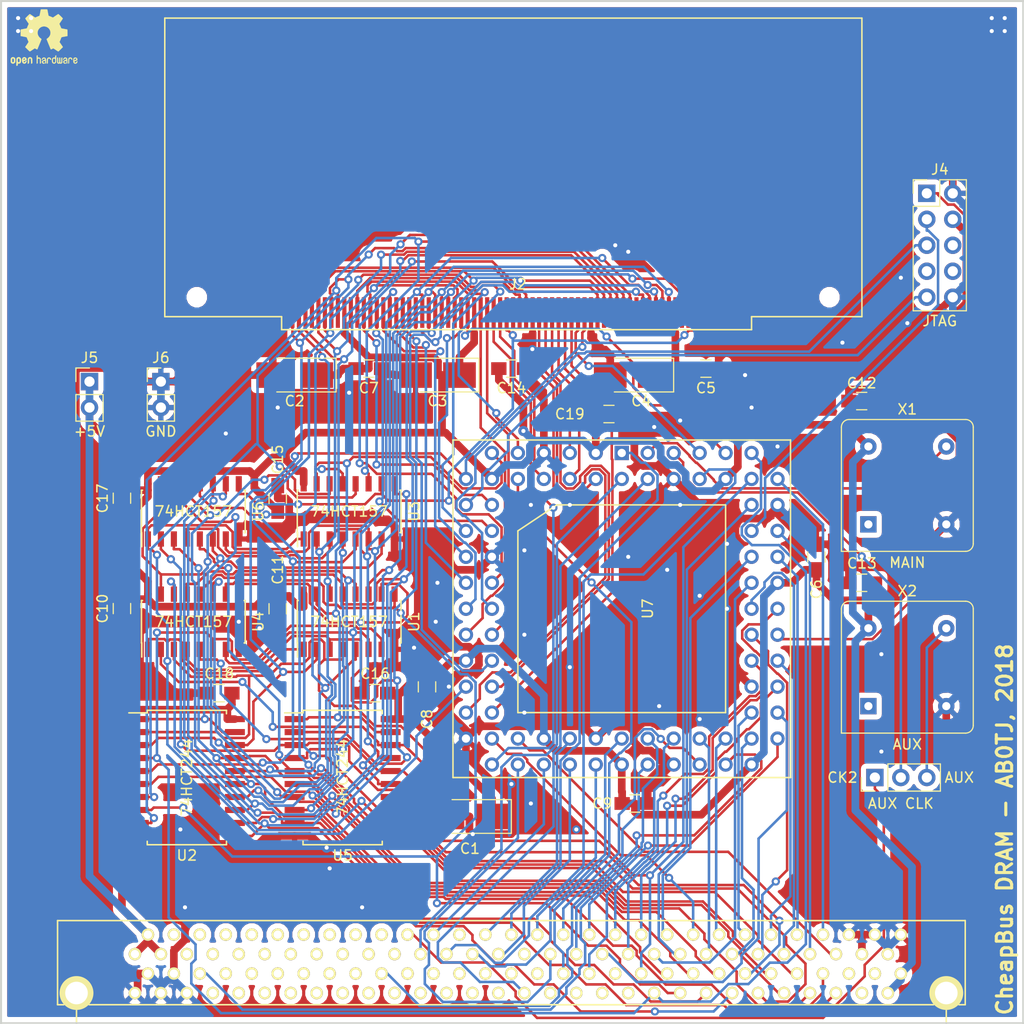
<source format=kicad_pcb>
(kicad_pcb (version 20171130) (host pcbnew "(5.0.2)-1")
  (layers (0 F.Cu signal hide) (31 B.Cu signal hide) (34 B.Paste user) (35 F.Paste user) (36 B.SilkS user) (37 F.SilkS user) (38 B.Mask user) (39 F.Mask user) (44 Edge.Cuts user))
  (net 0 "")
  (net 1 /~AEN)
  (net 2 "Net-(U7-Pad83)")
  (net 3 GND)
  (net 4 "Net-(J3-Pad2)")
  (net 5 /~M16)
  (net 6 /MA12)
  (net 7 +5V)
  (net 8 /MA11)
  (net 9 /D0)
  (net 10 /D1)
  (net 11 /A22)
  (net 12 /A11)
  (net 13 "Net-(J4-Pad3)")
  (net 14 /A21)
  (net 15 /A10)
  (net 16 /A20)
  (net 17 /A9)
  (net 18 /A19)
  (net 19 /A8)
  (net 20 /A17)
  (net 21 "Net-(J4-Pad1)")
  (net 22 /A6)
  (net 23 /A18)
  (net 24 /A7)
  (net 25 /A16)
  (net 26 /A5)
  (net 27 /A15)
  (net 28 /A4)
  (net 29 /A14)
  (net 30 /A3)
  (net 31 /A13)
  (net 32 /A2)
  (net 33 /~RFSH)
  (net 34 /~RESET)
  (net 35 /~INTA)
  (net 36 /~MOVL)
  (net 37 /A0)
  (net 38 /~MEMW)
  (net 39 /~MEMR)
  (net 40 /~BHE)
  (net 41 /A23)
  (net 42 /A1)
  (net 43 /A12)
  (net 44 /~RAS3)
  (net 45 /~RAS1)
  (net 46 /~CAS2)
  (net 47 /~CAS3)
  (net 48 /BA0)
  (net 49 /MA10)
  (net 50 /MA9)
  (net 51 /MA8)
  (net 52 "Net-(J4-Pad5)")
  (net 53 /MA7)
  (net 54 /MA5)
  (net 55 /MA6)
  (net 56 /MA4)
  (net 57 /MA3)
  (net 58 /MA2)
  (net 59 /MA1)
  (net 60 "Net-(J4-Pad9)")
  (net 61 /~WE)
  (net 62 /~OE)
  (net 63 /~WAIT)
  (net 64 /MA0)
  (net 65 /~RAS2)
  (net 66 /~RAS0)
  (net 67 /~CAS1)
  (net 68 /~CAS0)
  (net 69 /CLK1)
  (net 70 /~IOW)
  (net 71 "Net-(J1-Pad30)")
  (net 72 "Net-(J1-Pad35)")
  (net 73 /CLK2)
  (net 74 "Net-(J1-Pad40)")
  (net 75 "Net-(J1-Pad41)")
  (net 76 "Net-(J1-Pad42)")
  (net 77 "Net-(J1-Pad43)")
  (net 78 "Net-(J1-Pad44)")
  (net 79 "Net-(J1-Pad45)")
  (net 80 "Net-(J1-Pad46)")
  (net 81 "Net-(J1-Pad47)")
  (net 82 "Net-(J1-Pad48)")
  (net 83 "Net-(J1-Pad49)")
  (net 84 "Net-(J1-Pad50)")
  (net 85 "Net-(J1-Pad51)")
  (net 86 "Net-(J1-Pad52)")
  (net 87 "Net-(J1-Pad53)")
  (net 88 "Net-(J1-Pad54)")
  (net 89 "Net-(J1-Pad55)")
  (net 90 "Net-(J1-Pad56)")
  (net 91 "Net-(J1-Pad57)")
  (net 92 "Net-(J1-Pad63)")
  (net 93 "Net-(J1-Pad64)")
  (net 94 "Net-(J1-Pad65)")
  (net 95 /D15)
  (net 96 /D14)
  (net 97 /D13)
  (net 98 /D12)
  (net 99 /D11)
  (net 100 /D10)
  (net 101 /D9)
  (net 102 /D8)
  (net 103 /D7)
  (net 104 /D6)
  (net 105 /D5)
  (net 106 /D4)
  (net 107 /D3)
  (net 108 /D2)
  (net 109 "Net-(J1-Pad82)")
  (net 110 "Net-(J1-Pad83)")
  (net 111 "Net-(J1-Pad84)")
  (net 112 "Net-(J1-Pad86)")
  (net 113 "Net-(J1-Pad88)")
  (net 114 "Net-(J1-Pad89)")
  (net 115 "Net-(J1-Pad91)")
  (net 116 "Net-(J1-Pad92)")
  (net 117 "Net-(J1-Pad93)")
  (net 118 "Net-(J1-Pad94)")
  (net 119 "Net-(J1-Pad95)")
  (net 120 "Net-(J1-Pad96)")
  (net 121 "Net-(J1-Pad97)")
  (net 122 "Net-(J1-Pad98)")
  (net 123 "Net-(J1-Pad99)")
  (net 124 "Net-(J1-Pad100)")
  (net 125 "Net-(J1-Pad102)")
  (net 126 "Net-(J1-Pad103)")
  (net 127 "Net-(J1-Pad104)")
  (net 128 "Net-(J1-Pad105)")
  (net 129 "Net-(J1-Pad106)")
  (net 130 "Net-(J1-Pad107)")
  (net 131 "Net-(J1-Pad108)")
  (net 132 "Net-(J1-Pad109)")
  (net 133 "Net-(J1-Pad110)")
  (net 134 "Net-(J1-Pad111)")
  (net 135 "Net-(J1-Pad112)")
  (net 136 "Net-(J1-Pad113)")
  (net 137 "Net-(J1-Pad114)")
  (net 138 /MD0)
  (net 139 /MD1)
  (net 140 /MD2)
  (net 141 /MD3)
  (net 142 /MD4)
  (net 143 /MD5)
  (net 144 /MD6)
  (net 145 /MD7)
  (net 146 "Net-(J2-Pad11)")
  (net 147 "Net-(J2-Pad20)")
  (net 148 /MD8)
  (net 149 /MD9)
  (net 150 /MD10)
  (net 151 /MD11)
  (net 152 /MD12)
  (net 153 /MD13)
  (net 154 /MD14)
  (net 155 /MD15)
  (net 156 "Net-(J2-Pad36)")
  (net 157 "Net-(J2-Pad55)")
  (net 158 "Net-(J2-Pad65)")
  (net 159 "Net-(J2-Pad66)")
  (net 160 "Net-(J2-Pad67)")
  (net 161 "Net-(J2-Pad68)")
  (net 162 "Net-(J2-Pad69)")
  (net 163 "Net-(J2-Pad70)")
  (net 164 "Net-(J2-Pad71)")
  (net 165 "Net-(J4-Pad8)")
  (net 166 "Net-(J4-Pad7)")
  (net 167 "Net-(J4-Pad6)")
  (net 168 "Net-(J3-Pad3)")
  (net 169 "Net-(X2-Pad1)")
  (net 170 "Net-(X1-Pad1)")
  (module Symbols:OSHW-Logo2_7.3x6mm_SilkScreen (layer F.Cu) (at 29.21 28.575)
    (fp_text reference REF*** hide)
    (fp_text value OSHW-Logo2_7.3x6mm_SilkScreen hide)
  )
  (module SODIMM-72:SODIMM-72 (layer F.Cu) (at 106.045 53.975 180)
    (fp_text reference J2 (at 30.48 1.27 180) (layer F.SilkS))
    (fp_text value SODIMM72)
    (pad "" np_thru_hole circle (at 0 0 180) (size 1 1) (drill 1) (layers *.Cu))
    (pad "" np_thru_hole circle (at 61.89 0 180) (size 1 1) (drill 1) (layers *.Cu))
    (pad 73 smd rect (at 0 21.28 180) (size 4 5) (drill (offset -1 0)) (layers F.Cu F.Paste F.Mask) (net 3 GND))
    (pad 74 smd rect (at 61.89 21.28 180) (size 4 5) (drill (offset 1 0)) (layers F.Cu F.Paste F.Mask) (net 3 GND))
    (pad 1 smd rect (at 53.17 0 180) (size 0.405 3) (drill (offset 0 -1.5)) (layers F.Cu F.Paste F.Mask) (net 3 GND))
    (pad 2 smd rect (at 52.535 0 180) (size 0.405 3) (drill (offset 0 -1.5)) (layers F.Cu F.Paste F.Mask) (net 138 /MD0))
    (pad 3 smd rect (at 51.9 0 180) (size 0.405 3) (drill (offset 0 -1.5)) (layers F.Cu F.Paste F.Mask) (net 139 /MD1))
    (pad 4 smd rect (at 51.265 0 180) (size 0.405 3) (drill (offset 0 -1.5)) (layers F.Cu F.Paste F.Mask) (net 140 /MD2))
    (pad 5 smd rect (at 50.63 0 180) (size 0.405 3) (drill (offset 0 -1.5)) (layers F.Cu F.Paste F.Mask) (net 141 /MD3))
    (pad 6 smd rect (at 49.995 0 180) (size 0.405 3) (drill (offset 0 -1.5)) (layers F.Cu F.Paste F.Mask) (net 142 /MD4))
    (pad 7 smd rect (at 49.36 0 180) (size 0.405 3) (drill (offset 0 -1.5)) (layers F.Cu F.Paste F.Mask) (net 143 /MD5))
    (pad 8 smd rect (at 48.725 0 180) (size 0.405 3) (drill (offset 0 -1.5)) (layers F.Cu F.Paste F.Mask) (net 144 /MD6))
    (pad 9 smd rect (at 48.09 0 180) (size 0.405 3) (drill (offset 0 -1.5)) (layers F.Cu F.Paste F.Mask) (net 145 /MD7))
    (pad 10 smd rect (at 47.455 0 180) (size 0.405 3) (drill (offset 0 -1.5)) (layers F.Cu F.Paste F.Mask) (net 7 +5V))
    (pad 11 smd rect (at 46.82 0 180) (size 0.405 3) (drill (offset 0 -1.5)) (layers F.Cu F.Paste F.Mask) (net 146 "Net-(J2-Pad11)"))
    (pad 12 smd rect (at 46.185 0 180) (size 0.405 3) (drill (offset 0 -1.5)) (layers F.Cu F.Paste F.Mask) (net 64 /MA0))
    (pad 13 smd rect (at 45.55 0 180) (size 0.405 3) (drill (offset 0 -1.5)) (layers F.Cu F.Paste F.Mask) (net 59 /MA1))
    (pad 14 smd rect (at 44.915 0 180) (size 0.405 3) (drill (offset 0 -1.5)) (layers F.Cu F.Paste F.Mask) (net 58 /MA2))
    (pad 15 smd rect (at 44.28 0 180) (size 0.405 3) (drill (offset 0 -1.5)) (layers F.Cu F.Paste F.Mask) (net 57 /MA3))
    (pad 16 smd rect (at 43.645 0 180) (size 0.405 3) (drill (offset 0 -1.5)) (layers F.Cu F.Paste F.Mask) (net 56 /MA4))
    (pad 17 smd rect (at 43.01 0 180) (size 0.405 3) (drill (offset 0 -1.5)) (layers F.Cu F.Paste F.Mask) (net 54 /MA5))
    (pad 18 smd rect (at 42.375 0 180) (size 0.405 3) (drill (offset 0 -1.5)) (layers F.Cu F.Paste F.Mask) (net 55 /MA6))
    (pad 19 smd rect (at 41.74 0 180) (size 0.405 3) (drill (offset 0 -1.5)) (layers F.Cu F.Paste F.Mask) (net 49 /MA10))
    (pad 20 smd rect (at 41.105 0 180) (size 0.405 3) (drill (offset 0 -1.5)) (layers F.Cu F.Paste F.Mask) (net 147 "Net-(J2-Pad20)"))
    (pad 21 smd rect (at 40.47 0 180) (size 0.405 3) (drill (offset 0 -1.5)) (layers F.Cu F.Paste F.Mask) (net 148 /MD8))
    (pad 22 smd rect (at 39.835 0 180) (size 0.405 3) (drill (offset 0 -1.5)) (layers F.Cu F.Paste F.Mask) (net 149 /MD9))
    (pad 23 smd rect (at 39.2 0 180) (size 0.405 3) (drill (offset 0 -1.5)) (layers F.Cu F.Paste F.Mask) (net 150 /MD10))
    (pad 24 smd rect (at 38.565 0 180) (size 0.405 3) (drill (offset 0 -1.5)) (layers F.Cu F.Paste F.Mask) (net 151 /MD11))
    (pad 25 smd rect (at 37.93 0 180) (size 0.405 3) (drill (offset 0 -1.5)) (layers F.Cu F.Paste F.Mask) (net 152 /MD12))
    (pad 26 smd rect (at 37.295 0 180) (size 0.405 3) (drill (offset 0 -1.5)) (layers F.Cu F.Paste F.Mask) (net 153 /MD13))
    (pad 27 smd rect (at 36.66 0 180) (size 0.405 3) (drill (offset 0 -1.5)) (layers F.Cu F.Paste F.Mask) (net 154 /MD14))
    (pad 28 smd rect (at 36.025 0 180) (size 0.405 3) (drill (offset 0 -1.5)) (layers F.Cu F.Paste F.Mask) (net 53 /MA7))
    (pad 29 smd rect (at 35.39 0 180) (size 0.405 3) (drill (offset 0 -1.5)) (layers F.Cu F.Paste F.Mask) (net 8 /MA11))
    (pad 30 smd rect (at 34.755 0 180) (size 0.405 3) (drill (offset 0 -1.5)) (layers F.Cu F.Paste F.Mask) (net 7 +5V))
    (pad 31 smd rect (at 34.12 0 180) (size 0.405 3) (drill (offset 0 -1.5)) (layers F.Cu F.Paste F.Mask) (net 51 /MA8))
    (pad 32 smd rect (at 33.485 0 180) (size 0.405 3) (drill (offset 0 -1.5)) (layers F.Cu F.Paste F.Mask) (net 50 /MA9))
    (pad 33 smd rect (at 32.85 0 180) (size 0.405 3) (drill (offset 0 -1.5)) (layers F.Cu F.Paste F.Mask) (net 44 /~RAS3))
    (pad 34 smd rect (at 32.215 0 180) (size 0.405 3) (drill (offset 0 -1.5)) (layers F.Cu F.Paste F.Mask) (net 65 /~RAS2))
    (pad 35 smd rect (at 31.58 0 180) (size 0.405 3) (drill (offset 0 -1.5)) (layers F.Cu F.Paste F.Mask) (net 155 /MD15))
    (pad 36 smd rect (at 30.945 0 180) (size 0.405 3) (drill (offset 0 -1.5)) (layers F.Cu F.Paste F.Mask) (net 156 "Net-(J2-Pad36)"))
    (pad 37 smd rect (at 30.31 0 180) (size 0.405 3) (drill (offset 0 -1.5)) (layers F.Cu F.Paste F.Mask) (net 138 /MD0))
    (pad 38 smd rect (at 29.675 0 180) (size 0.405 3) (drill (offset 0 -1.5)) (layers F.Cu F.Paste F.Mask) (net 139 /MD1))
    (pad 39 smd rect (at 29.04 0 180) (size 0.405 3) (drill (offset 0 -1.5)) (layers F.Cu F.Paste F.Mask) (net 3 GND))
    (pad 40 smd rect (at 28.405 0 180) (size 0.405 3) (drill (offset 0 -1.5)) (layers F.Cu F.Paste F.Mask) (net 68 /~CAS0))
    (pad 41 smd rect (at 27.77 0 180) (size 0.405 3) (drill (offset 0 -1.5)) (layers F.Cu F.Paste F.Mask) (net 46 /~CAS2))
    (pad 42 smd rect (at 27.135 0 180) (size 0.405 3) (drill (offset 0 -1.5)) (layers F.Cu F.Paste F.Mask) (net 47 /~CAS3))
    (pad 43 smd rect (at 26.5 0 180) (size 0.405 3) (drill (offset 0 -1.5)) (layers F.Cu F.Paste F.Mask) (net 67 /~CAS1))
    (pad 44 smd rect (at 25.865 0 180) (size 0.405 3) (drill (offset 0 -1.5)) (layers F.Cu F.Paste F.Mask) (net 66 /~RAS0))
    (pad 45 smd rect (at 25.23 0 180) (size 0.405 3) (drill (offset 0 -1.5)) (layers F.Cu F.Paste F.Mask) (net 45 /~RAS1))
    (pad 46 smd rect (at 24.595 0 180) (size 0.405 3) (drill (offset 0 -1.5)) (layers F.Cu F.Paste F.Mask) (net 6 /MA12))
    (pad 47 smd rect (at 23.96 0 180) (size 0.405 3) (drill (offset 0 -1.5)) (layers F.Cu F.Paste F.Mask) (net 61 /~WE))
    (pad 48 smd rect (at 23.325 0 180) (size 0.405 3) (drill (offset 0 -1.5)) (layers F.Cu F.Paste F.Mask) (net 3 GND))
    (pad 49 smd rect (at 22.69 0 180) (size 0.405 3) (drill (offset 0 -1.5)) (layers F.Cu F.Paste F.Mask) (net 140 /MD2))
    (pad 50 smd rect (at 22.055 0 180) (size 0.405 3) (drill (offset 0 -1.5)) (layers F.Cu F.Paste F.Mask) (net 141 /MD3))
    (pad 51 smd rect (at 21.42 0 180) (size 0.405 3) (drill (offset 0 -1.5)) (layers F.Cu F.Paste F.Mask) (net 142 /MD4))
    (pad 52 smd rect (at 20.785 0 180) (size 0.405 3) (drill (offset 0 -1.5)) (layers F.Cu F.Paste F.Mask) (net 143 /MD5))
    (pad 53 smd rect (at 20.15 0 180) (size 0.405 3) (drill (offset 0 -1.5)) (layers F.Cu F.Paste F.Mask) (net 144 /MD6))
    (pad 54 smd rect (at 19.515 0 180) (size 0.405 3) (drill (offset 0 -1.5)) (layers F.Cu F.Paste F.Mask) (net 145 /MD7))
    (pad 55 smd rect (at 18.88 0 180) (size 0.405 3) (drill (offset 0 -1.5)) (layers F.Cu F.Paste F.Mask) (net 157 "Net-(J2-Pad55)"))
    (pad 56 smd rect (at 18.245 0 180) (size 0.405 3) (drill (offset 0 -1.5)) (layers F.Cu F.Paste F.Mask) (net 148 /MD8))
    (pad 57 smd rect (at 17.61 0 180) (size 0.405 3) (drill (offset 0 -1.5)) (layers F.Cu F.Paste F.Mask) (net 149 /MD9))
    (pad 58 smd rect (at 16.975 0 180) (size 0.405 3) (drill (offset 0 -1.5)) (layers F.Cu F.Paste F.Mask) (net 150 /MD10))
    (pad 59 smd rect (at 16.34 0 180) (size 0.405 3) (drill (offset 0 -1.5)) (layers F.Cu F.Paste F.Mask) (net 152 /MD12))
    (pad 60 smd rect (at 15.705 0 180) (size 0.405 3) (drill (offset 0 -1.5)) (layers F.Cu F.Paste F.Mask) (net 151 /MD11))
    (pad 61 smd rect (at 15.07 0 180) (size 0.405 3) (drill (offset 0 -1.5)) (layers F.Cu F.Paste F.Mask) (net 7 +5V))
    (pad 62 smd rect (at 14.435 0 180) (size 0.405 3) (drill (offset 0 -1.5)) (layers F.Cu F.Paste F.Mask) (net 153 /MD13))
    (pad 63 smd rect (at 13.8 0 180) (size 0.405 3) (drill (offset 0 -1.5)) (layers F.Cu F.Paste F.Mask) (net 154 /MD14))
    (pad 64 smd rect (at 13.165 0 180) (size 0.405 3) (drill (offset 0 -1.5)) (layers F.Cu F.Paste F.Mask) (net 155 /MD15))
    (pad 65 smd rect (at 12.53 0 180) (size 0.405 3) (drill (offset 0 -1.5)) (layers F.Cu F.Paste F.Mask) (net 158 "Net-(J2-Pad65)"))
    (pad 66 smd rect (at 11.895 0 180) (size 0.405 3) (drill (offset 0 -1.5)) (layers F.Cu F.Paste F.Mask) (net 159 "Net-(J2-Pad66)"))
    (pad 67 smd rect (at 11.26 0 180) (size 0.405 3) (drill (offset 0 -1.5)) (layers F.Cu F.Paste F.Mask) (net 160 "Net-(J2-Pad67)"))
    (pad 68 smd rect (at 10.625 0 180) (size 0.405 3) (drill (offset 0 -1.5)) (layers F.Cu F.Paste F.Mask) (net 161 "Net-(J2-Pad68)"))
    (pad 69 smd rect (at 9.99 0 180) (size 0.405 3) (drill (offset 0 -1.5)) (layers F.Cu F.Paste F.Mask) (net 162 "Net-(J2-Pad69)"))
    (pad 70 smd rect (at 9.355 0 180) (size 0.405 3) (drill (offset 0 -1.5)) (layers F.Cu F.Paste F.Mask) (net 163 "Net-(J2-Pad70)"))
    (pad 71 smd rect (at 8.72 0 180) (size 0.405 3) (drill (offset 0 -1.5)) (layers F.Cu F.Paste F.Mask) (net 164 "Net-(J2-Pad71)"))
    (pad 72 smd rect (at 8.085 0 180) (size 0.405 3) (drill (offset 0 -1.5)) (layers F.Cu F.Paste F.Mask) (net 3 GND))
  )
  (module Capacitors_SMD:C_0805_HandSoldering (layer F.Cu) (at 46.335 92.71 180)
    (fp_text reference C18 (at -0.02 1.905 180) (layer F.SilkS))
    (fp_text value .1uF)
    (pad 1 smd rect (at -1.25 0 180) (size 1.5 1.25) (layers F.Cu F.Paste F.Mask) (net 7 +5V))
    (pad 2 smd rect (at 1.25 0 180) (size 1.5 1.25) (layers F.Cu F.Paste F.Mask) (net 3 GND))
  )
  (module Capacitors_SMD:C_0805_HandSoldering (layer F.Cu) (at 84.475 65.405)
    (fp_text reference C19 (at -3.83 0) (layer F.SilkS))
    (fp_text value .1uF)
    (pad 2 smd rect (at 1.25 0) (size 1.5 1.25) (layers F.Cu F.Paste F.Mask) (net 3 GND))
    (pad 1 smd rect (at -1.25 0) (size 1.5 1.25) (layers F.Cu F.Paste F.Mask) (net 7 +5V))
  )
  (module Capacitors_SMD:C_0805_HandSoldering (layer F.Cu) (at 61.575 92.71 180)
    (fp_text reference C16 (at -0.02 1.905 180) (layer F.SilkS))
    (fp_text value .1uF)
    (pad 2 smd rect (at 1.25 0 180) (size 1.5 1.25) (layers F.Cu F.Paste F.Mask) (net 3 GND))
    (pad 1 smd rect (at -1.25 0 180) (size 1.5 1.25) (layers F.Cu F.Paste F.Mask) (net 7 +5V))
  )
  (module Capacitors_SMD:C_0805_HandSoldering (layer F.Cu) (at 52.07 73.66 90)
    (fp_text reference C15 (at 3.81 0 90) (layer F.SilkS))
    (fp_text value .1uF)
    (pad 1 smd rect (at -1.25 0 90) (size 1.5 1.25) (layers F.Cu F.Paste F.Mask) (net 7 +5V))
    (pad 2 smd rect (at 1.25 0 90) (size 1.5 1.25) (layers F.Cu F.Paste F.Mask) (net 3 GND))
  )
  (module Capacitors_SMD:C_0805_HandSoldering (layer F.Cu) (at 74.95 60.96)
    (fp_text reference C14 (at -0.02 1.905) (layer F.SilkS))
    (fp_text value .1uF)
    (pad 2 smd rect (at 1.25 0) (size 1.5 1.25) (layers F.Cu F.Paste F.Mask) (net 3 GND))
    (pad 1 smd rect (at -1.25 0) (size 1.5 1.25) (layers F.Cu F.Paste F.Mask) (net 7 +5V))
  )
  (module Capacitors_SMD:C_0805_HandSoldering (layer F.Cu) (at 109.2 81.915 180)
    (fp_text reference C13 (at -0.02 1.905 180) (layer F.SilkS))
    (fp_text value .1uF)
    (pad 1 smd rect (at -1.25 0 180) (size 1.5 1.25) (layers F.Cu F.Paste F.Mask) (net 7 +5V))
    (pad 2 smd rect (at 1.25 0 180) (size 1.5 1.25) (layers F.Cu F.Paste F.Mask) (net 3 GND))
  )
  (module Capacitors_SMD:C_0805_HandSoldering (layer F.Cu) (at 109.2 64.135)
    (fp_text reference C12 (at 0 -1.75) (layer F.SilkS))
    (fp_text value .1uF)
    (pad 2 smd rect (at 1.25 0) (size 1.5 1.25) (layers F.Cu F.Paste F.Mask) (net 3 GND))
    (pad 1 smd rect (at -1.25 0) (size 1.5 1.25) (layers F.Cu F.Paste F.Mask) (net 7 +5V))
  )
  (module Capacitors_SMD:C_0805_HandSoldering (layer F.Cu) (at 36.83 73.64 270)
    (fp_text reference C17 (at 0.02 1.905 270) (layer F.SilkS))
    (fp_text value .1uF)
    (pad 1 smd rect (at -1.25 0 270) (size 1.5 1.25) (layers F.Cu F.Paste F.Mask) (net 7 +5V))
    (pad 2 smd rect (at 1.25 0 270) (size 1.5 1.25) (layers F.Cu F.Paste F.Mask) (net 3 GND))
  )
  (module Capacitors_SMD:C_0805_HandSoldering (layer F.Cu) (at 36.83 84.435 270)
    (fp_text reference C10 (at 0 1.905 270) (layer F.SilkS))
    (fp_text value .1uF)
    (pad 2 smd rect (at 1.25 0 270) (size 1.5 1.25) (layers F.Cu F.Paste F.Mask) (net 3 GND))
    (pad 1 smd rect (at -1.25 0 270) (size 1.5 1.25) (layers F.Cu F.Paste F.Mask) (net 7 +5V))
  )
  (module Capacitors_SMD:C_0805_HandSoldering (layer F.Cu) (at 87.015 103.505)
    (fp_text reference C9 (at -3.195 0) (layer F.SilkS))
    (fp_text value .1uF)
    (pad 1 smd rect (at -1.25 0) (size 1.5 1.25) (layers F.Cu F.Paste F.Mask) (net 7 +5V))
    (pad 2 smd rect (at 1.25 0) (size 1.5 1.25) (layers F.Cu F.Paste F.Mask) (net 3 GND))
  )
  (module Capacitors_SMD:C_0805_HandSoldering (layer F.Cu) (at 66.675 92.095 270)
    (fp_text reference C8 (at 3.155 0 270) (layer F.SilkS))
    (fp_text value .1uF)
    (pad 2 smd rect (at 1.25 0 270) (size 1.5 1.25) (layers F.Cu F.Paste F.Mask) (net 3 GND))
    (pad 1 smd rect (at -1.25 0 270) (size 1.5 1.25) (layers F.Cu F.Paste F.Mask) (net 7 +5V))
  )
  (module Capacitors_SMD:C_0805_HandSoldering (layer F.Cu) (at 60.98 60.96)
    (fp_text reference C7 (at 0 1.905) (layer F.SilkS))
    (fp_text value .1uF)
    (pad 1 smd rect (at -1.25 0) (size 1.5 1.25) (layers F.Cu F.Paste F.Mask) (net 7 +5V))
    (pad 2 smd rect (at 1.25 0) (size 1.5 1.25) (layers F.Cu F.Paste F.Mask) (net 3 GND))
  )
  (module Capacitors_SMD:C_0805_HandSoldering (layer F.Cu) (at 104.775 79.395 90)
    (fp_text reference C6 (at -3.155 0 90) (layer F.SilkS))
    (fp_text value .1uF)
    (pad 2 smd rect (at 1.25 0 90) (size 1.5 1.25) (layers F.Cu F.Paste F.Mask) (net 3 GND))
    (pad 1 smd rect (at -1.25 0 90) (size 1.5 1.25) (layers F.Cu F.Paste F.Mask) (net 7 +5V))
  )
  (module Capacitors_SMD:C_0805_HandSoldering (layer F.Cu) (at 93.96 60.96)
    (fp_text reference C5 (at 0 1.905) (layer F.SilkS))
    (fp_text value .1uF)
    (pad 1 smd rect (at -1.25 0) (size 1.5 1.25) (layers F.Cu F.Paste F.Mask) (net 7 +5V))
    (pad 2 smd rect (at 1.25 0) (size 1.5 1.25) (layers F.Cu F.Paste F.Mask) (net 3 GND))
  )
  (module Capacitors_SMD:C_0805_HandSoldering (layer F.Cu) (at 52.07 84.455 270)
    (fp_text reference C11 (at -3.81 0 270) (layer F.SilkS))
    (fp_text value .1uF)
    (pad 2 smd rect (at 1.25 0 270) (size 1.5 1.25) (layers F.Cu F.Paste F.Mask) (net 3 GND))
    (pad 1 smd rect (at -1.25 0 270) (size 1.5 1.25) (layers F.Cu F.Paste F.Mask) (net 7 +5V))
  )
  (module Capacitors_Tantalum_SMD:CP_Tantalum_Case-B_EIA-3528-21_Hand (layer F.Cu) (at 67.7 61.595 180)
    (fp_text reference C3 (at 0 -2.54 180) (layer F.SilkS))
    (fp_text value 33uF)
    (pad 1 smd rect (at -2.15 0 180) (size 3.2 2.5) (layers F.Cu F.Paste F.Mask) (net 7 +5V))
    (pad 2 smd rect (at 2.15 0 180) (size 3.2 2.5) (layers F.Cu F.Paste F.Mask) (net 3 GND))
  )
  (module Capacitors_Tantalum_SMD:CP_Tantalum_Case-B_EIA-3528-21_Hand (layer F.Cu) (at 86.75 61.595 180)
    (fp_text reference C4 (at -0.88 -2.54 180) (layer F.SilkS))
    (fp_text value 33uF)
    (pad 2 smd rect (at 2.15 0 180) (size 3.2 2.5) (layers F.Cu F.Paste F.Mask) (net 3 GND))
    (pad 1 smd rect (at -2.15 0 180) (size 3.2 2.5) (layers F.Cu F.Paste F.Mask) (net 7 +5V))
  )
  (module Capacitors_Tantalum_SMD:CP_Tantalum_Case-B_EIA-3528-21_Hand (layer F.Cu) (at 53.73 61.595 180)
    (fp_text reference C2 (at 0 -2.54 180) (layer F.SilkS))
    (fp_text value 33uF)
    (pad 1 smd rect (at -2.15 0 180) (size 3.2 2.5) (layers F.Cu F.Paste F.Mask) (net 7 +5V))
    (pad 2 smd rect (at 2.15 0 180) (size 3.2 2.5) (layers F.Cu F.Paste F.Mask) (net 3 GND))
  )
  (module Capacitors_Tantalum_SMD:CP_Tantalum_Case-B_EIA-3528-21_Hand (layer F.Cu) (at 70.875 104.775 180)
    (fp_text reference C1 (at 0 -3.15 180) (layer F.SilkS))
    (fp_text value 33uF)
    (pad 2 smd rect (at 2.15 0 180) (size 3.2 2.5) (layers F.Cu F.Paste F.Mask) (net 3 GND))
    (pad 1 smd rect (at -2.15 0 180) (size 3.2 2.5) (layers F.Cu F.Paste F.Mask) (net 7 +5V))
  )
  (module Housings_SOIC:SOIC-16_3.9x9.9mm_Pitch1.27mm (layer F.Cu) (at 59.055 85.725 90)
    (fp_text reference U1 (at 0 6.35 90) (layer F.SilkS))
    (fp_text value 74HCT157 (at 0 0 180) (layer F.SilkS))
    (pad 1 smd rect (at -2.7 -4.445 90) (size 1.5 0.6) (layers F.Cu F.Paste F.Mask) (net 48 /BA0))
    (pad 2 smd rect (at -2.7 -3.175 90) (size 1.5 0.6) (layers F.Cu F.Paste F.Mask) (net 138 /MD0))
    (pad 3 smd rect (at -2.7 -1.905 90) (size 1.5 0.6) (layers F.Cu F.Paste F.Mask) (net 148 /MD8))
    (pad 4 smd rect (at -2.7 -0.635 90) (size 1.5 0.6) (layers F.Cu F.Paste F.Mask) (net 9 /D0))
    (pad 5 smd rect (at -2.7 0.635 90) (size 1.5 0.6) (layers F.Cu F.Paste F.Mask) (net 139 /MD1))
    (pad 6 smd rect (at -2.7 1.905 90) (size 1.5 0.6) (layers F.Cu F.Paste F.Mask) (net 149 /MD9))
    (pad 7 smd rect (at -2.7 3.175 90) (size 1.5 0.6) (layers F.Cu F.Paste F.Mask) (net 10 /D1))
    (pad 8 smd rect (at -2.7 4.445 90) (size 1.5 0.6) (layers F.Cu F.Paste F.Mask) (net 3 GND))
    (pad 9 smd rect (at 2.7 4.445 90) (size 1.5 0.6) (layers F.Cu F.Paste F.Mask) (net 107 /D3))
    (pad 10 smd rect (at 2.7 3.175 90) (size 1.5 0.6) (layers F.Cu F.Paste F.Mask) (net 151 /MD11))
    (pad 11 smd rect (at 2.7 1.905 90) (size 1.5 0.6) (layers F.Cu F.Paste F.Mask) (net 141 /MD3))
    (pad 12 smd rect (at 2.7 0.635 90) (size 1.5 0.6) (layers F.Cu F.Paste F.Mask) (net 108 /D2))
    (pad 13 smd rect (at 2.7 -0.635 90) (size 1.5 0.6) (layers F.Cu F.Paste F.Mask) (net 150 /MD10))
    (pad 14 smd rect (at 2.7 -1.905 90) (size 1.5 0.6) (layers F.Cu F.Paste F.Mask) (net 140 /MD2))
    (pad 15 smd rect (at 2.7 -3.175 90) (size 1.5 0.6) (layers F.Cu F.Paste F.Mask) (net 62 /~OE))
    (pad 16 smd rect (at 2.7 -4.445 90) (size 1.5 0.6) (layers F.Cu F.Paste F.Mask) (net 7 +5V))
  )
  (module Housings_SOIC:SOIC-16_3.9x9.9mm_Pitch1.27mm (layer F.Cu) (at 59.055 74.93 90)
    (fp_text reference U3 (at 0 6.35 90) (layer F.SilkS))
    (fp_text value 74HCT157 (at 0 0 180) (layer F.SilkS))
    (pad 16 smd rect (at 2.7 -4.445 90) (size 1.5 0.6) (layers F.Cu F.Paste F.Mask) (net 7 +5V))
    (pad 15 smd rect (at 2.7 -3.175 90) (size 1.5 0.6) (layers F.Cu F.Paste F.Mask) (net 62 /~OE))
    (pad 14 smd rect (at 2.7 -1.905 90) (size 1.5 0.6) (layers F.Cu F.Paste F.Mask) (net 144 /MD6))
    (pad 13 smd rect (at 2.7 -0.635 90) (size 1.5 0.6) (layers F.Cu F.Paste F.Mask) (net 154 /MD14))
    (pad 12 smd rect (at 2.7 0.635 90) (size 1.5 0.6) (layers F.Cu F.Paste F.Mask) (net 104 /D6))
    (pad 11 smd rect (at 2.7 1.905 90) (size 1.5 0.6) (layers F.Cu F.Paste F.Mask) (net 145 /MD7))
    (pad 10 smd rect (at 2.7 3.175 90) (size 1.5 0.6) (layers F.Cu F.Paste F.Mask) (net 155 /MD15))
    (pad 9 smd rect (at 2.7 4.445 90) (size 1.5 0.6) (layers F.Cu F.Paste F.Mask) (net 103 /D7))
    (pad 8 smd rect (at -2.7 4.445 90) (size 1.5 0.6) (layers F.Cu F.Paste F.Mask) (net 3 GND))
    (pad 7 smd rect (at -2.7 3.175 90) (size 1.5 0.6) (layers F.Cu F.Paste F.Mask) (net 105 /D5))
    (pad 6 smd rect (at -2.7 1.905 90) (size 1.5 0.6) (layers F.Cu F.Paste F.Mask) (net 153 /MD13))
    (pad 5 smd rect (at -2.7 0.635 90) (size 1.5 0.6) (layers F.Cu F.Paste F.Mask) (net 143 /MD5))
    (pad 4 smd rect (at -2.7 -0.635 90) (size 1.5 0.6) (layers F.Cu F.Paste F.Mask) (net 106 /D4))
    (pad 3 smd rect (at -2.7 -1.905 90) (size 1.5 0.6) (layers F.Cu F.Paste F.Mask) (net 152 /MD12))
    (pad 2 smd rect (at -2.7 -3.175 90) (size 1.5 0.6) (layers F.Cu F.Paste F.Mask) (net 142 /MD4))
    (pad 1 smd rect (at -2.7 -4.445 90) (size 1.5 0.6) (layers F.Cu F.Paste F.Mask) (net 48 /BA0))
  )
  (module Housings_SOIC:SOIC-16_3.9x9.9mm_Pitch1.27mm (layer F.Cu) (at 43.815 85.725 90)
    (fp_text reference U4 (at 0 6.35 90) (layer F.SilkS))
    (fp_text value 74HCT157 (at 0 0 180) (layer F.SilkS))
    (pad 1 smd rect (at -2.7 -4.445 90) (size 1.5 0.6) (layers F.Cu F.Paste F.Mask) (net 48 /BA0))
    (pad 2 smd rect (at -2.7 -3.175 90) (size 1.5 0.6) (layers F.Cu F.Paste F.Mask) (net 102 /D8))
    (pad 3 smd rect (at -2.7 -1.905 90) (size 1.5 0.6) (layers F.Cu F.Paste F.Mask) (net 9 /D0))
    (pad 4 smd rect (at -2.7 -0.635 90) (size 1.5 0.6) (layers F.Cu F.Paste F.Mask) (net 148 /MD8))
    (pad 5 smd rect (at -2.7 0.635 90) (size 1.5 0.6) (layers F.Cu F.Paste F.Mask) (net 101 /D9))
    (pad 6 smd rect (at -2.7 1.905 90) (size 1.5 0.6) (layers F.Cu F.Paste F.Mask) (net 10 /D1))
    (pad 7 smd rect (at -2.7 3.175 90) (size 1.5 0.6) (layers F.Cu F.Paste F.Mask) (net 149 /MD9))
    (pad 8 smd rect (at -2.7 4.445 90) (size 1.5 0.6) (layers F.Cu F.Paste F.Mask) (net 3 GND))
    (pad 9 smd rect (at 2.7 4.445 90) (size 1.5 0.6) (layers F.Cu F.Paste F.Mask) (net 151 /MD11))
    (pad 10 smd rect (at 2.7 3.175 90) (size 1.5 0.6) (layers F.Cu F.Paste F.Mask) (net 107 /D3))
    (pad 11 smd rect (at 2.7 1.905 90) (size 1.5 0.6) (layers F.Cu F.Paste F.Mask) (net 99 /D11))
    (pad 12 smd rect (at 2.7 0.635 90) (size 1.5 0.6) (layers F.Cu F.Paste F.Mask) (net 150 /MD10))
    (pad 13 smd rect (at 2.7 -0.635 90) (size 1.5 0.6) (layers F.Cu F.Paste F.Mask) (net 108 /D2))
    (pad 14 smd rect (at 2.7 -1.905 90) (size 1.5 0.6) (layers F.Cu F.Paste F.Mask) (net 100 /D10))
    (pad 15 smd rect (at 2.7 -3.175 90) (size 1.5 0.6) (layers F.Cu F.Paste F.Mask) (net 61 /~WE))
    (pad 16 smd rect (at 2.7 -4.445 90) (size 1.5 0.6) (layers F.Cu F.Paste F.Mask) (net 7 +5V))
  )
  (module Housings_SOIC:SOIC-16_3.9x9.9mm_Pitch1.27mm (layer F.Cu) (at 43.815 74.93 90)
    (fp_text reference U6 (at 0 6.35 90) (layer F.SilkS))
    (fp_text value 74HCT157 (at 0 0 180) (layer F.SilkS))
    (pad 16 smd rect (at 2.7 -4.445 90) (size 1.5 0.6) (layers F.Cu F.Paste F.Mask) (net 7 +5V))
    (pad 15 smd rect (at 2.7 -3.175 90) (size 1.5 0.6) (layers F.Cu F.Paste F.Mask) (net 61 /~WE))
    (pad 14 smd rect (at 2.7 -1.905 90) (size 1.5 0.6) (layers F.Cu F.Paste F.Mask) (net 96 /D14))
    (pad 13 smd rect (at 2.7 -0.635 90) (size 1.5 0.6) (layers F.Cu F.Paste F.Mask) (net 104 /D6))
    (pad 12 smd rect (at 2.7 0.635 90) (size 1.5 0.6) (layers F.Cu F.Paste F.Mask) (net 154 /MD14))
    (pad 11 smd rect (at 2.7 1.905 90) (size 1.5 0.6) (layers F.Cu F.Paste F.Mask) (net 95 /D15))
    (pad 10 smd rect (at 2.7 3.175 90) (size 1.5 0.6) (layers F.Cu F.Paste F.Mask) (net 103 /D7))
    (pad 9 smd rect (at 2.7 4.445 90) (size 1.5 0.6) (layers F.Cu F.Paste F.Mask) (net 155 /MD15))
    (pad 8 smd rect (at -2.7 4.445 90) (size 1.5 0.6) (layers F.Cu F.Paste F.Mask) (net 3 GND))
    (pad 7 smd rect (at -2.7 3.175 90) (size 1.5 0.6) (layers F.Cu F.Paste F.Mask) (net 153 /MD13))
    (pad 6 smd rect (at -2.7 1.905 90) (size 1.5 0.6) (layers F.Cu F.Paste F.Mask) (net 105 /D5))
    (pad 5 smd rect (at -2.7 0.635 90) (size 1.5 0.6) (layers F.Cu F.Paste F.Mask) (net 97 /D13))
    (pad 4 smd rect (at -2.7 -0.635 90) (size 1.5 0.6) (layers F.Cu F.Paste F.Mask) (net 152 /MD12))
    (pad 3 smd rect (at -2.7 -1.905 90) (size 1.5 0.6) (layers F.Cu F.Paste F.Mask) (net 106 /D4))
    (pad 2 smd rect (at -2.7 -3.175 90) (size 1.5 0.6) (layers F.Cu F.Paste F.Mask) (net 98 /D12))
    (pad 1 smd rect (at -2.7 -4.445 90) (size 1.5 0.6) (layers F.Cu F.Paste F.Mask) (net 48 /BA0))
  )
  (module Housings_SOIC:SOIC-20W_7.5x12.8mm_Pitch1.27mm (layer F.Cu) (at 43.18 100.965)
    (fp_text reference U2 (at 0 7.62) (layer F.SilkS))
    (fp_text value 74HCT244 (at 0 0 90) (layer F.SilkS))
    (pad 1 smd rect (at -4.7 -5.715) (size 1.95 0.6) (layers F.Cu F.Paste F.Mask) (net 61 /~WE))
    (pad 2 smd rect (at -4.7 -4.445) (size 1.95 0.6) (layers F.Cu F.Paste F.Mask) (net 9 /D0))
    (pad 3 smd rect (at -4.7 -3.175) (size 1.95 0.6) (layers F.Cu F.Paste F.Mask) (net 142 /MD4))
    (pad 4 smd rect (at -4.7 -1.905) (size 1.95 0.6) (layers F.Cu F.Paste F.Mask) (net 10 /D1))
    (pad 5 smd rect (at -4.7 -0.635) (size 1.95 0.6) (layers F.Cu F.Paste F.Mask) (net 143 /MD5))
    (pad 6 smd rect (at -4.7 0.635) (size 1.95 0.6) (layers F.Cu F.Paste F.Mask) (net 108 /D2))
    (pad 7 smd rect (at -4.7 1.905) (size 1.95 0.6) (layers F.Cu F.Paste F.Mask) (net 144 /MD6))
    (pad 8 smd rect (at -4.7 3.175) (size 1.95 0.6) (layers F.Cu F.Paste F.Mask) (net 107 /D3))
    (pad 9 smd rect (at -4.7 4.445) (size 1.95 0.6) (layers F.Cu F.Paste F.Mask) (net 145 /MD7))
    (pad 10 smd rect (at -4.7 5.715) (size 1.95 0.6) (layers F.Cu F.Paste F.Mask) (net 3 GND))
    (pad 11 smd rect (at 4.7 5.715) (size 1.95 0.6) (layers F.Cu F.Paste F.Mask) (net 103 /D7))
    (pad 12 smd rect (at 4.7 4.445) (size 1.95 0.6) (layers F.Cu F.Paste F.Mask) (net 141 /MD3))
    (pad 13 smd rect (at 4.7 3.175) (size 1.95 0.6) (layers F.Cu F.Paste F.Mask) (net 104 /D6))
    (pad 14 smd rect (at 4.7 1.905) (size 1.95 0.6) (layers F.Cu F.Paste F.Mask) (net 140 /MD2))
    (pad 15 smd rect (at 4.7 0.635) (size 1.95 0.6) (layers F.Cu F.Paste F.Mask) (net 105 /D5))
    (pad 16 smd rect (at 4.7 -0.635) (size 1.95 0.6) (layers F.Cu F.Paste F.Mask) (net 139 /MD1))
    (pad 17 smd rect (at 4.7 -1.905) (size 1.95 0.6) (layers F.Cu F.Paste F.Mask) (net 106 /D4))
    (pad 18 smd rect (at 4.7 -3.175) (size 1.95 0.6) (layers F.Cu F.Paste F.Mask) (net 138 /MD0))
    (pad 19 smd rect (at 4.7 -4.445) (size 1.95 0.6) (layers F.Cu F.Paste F.Mask) (net 61 /~WE))
    (pad 20 smd rect (at 4.7 -5.715) (size 1.95 0.6) (layers F.Cu F.Paste F.Mask) (net 7 +5V))
  )
  (module Housings_SOIC:SOIC-20W_7.5x12.8mm_Pitch1.27mm (layer F.Cu) (at 58.42 100.965)
    (fp_text reference U5 (at 0 7.62) (layer F.SilkS))
    (fp_text value 74HCT244 (at 0 0 90) (layer F.SilkS))
    (pad 20 smd rect (at 4.7 -5.715) (size 1.95 0.6) (layers F.Cu F.Paste F.Mask) (net 7 +5V))
    (pad 19 smd rect (at 4.7 -4.445) (size 1.95 0.6) (layers F.Cu F.Paste F.Mask) (net 62 /~OE))
    (pad 18 smd rect (at 4.7 -3.175) (size 1.95 0.6) (layers F.Cu F.Paste F.Mask) (net 102 /D8))
    (pad 17 smd rect (at 4.7 -1.905) (size 1.95 0.6) (layers F.Cu F.Paste F.Mask) (net 152 /MD12))
    (pad 16 smd rect (at 4.7 -0.635) (size 1.95 0.6) (layers F.Cu F.Paste F.Mask) (net 101 /D9))
    (pad 15 smd rect (at 4.7 0.635) (size 1.95 0.6) (layers F.Cu F.Paste F.Mask) (net 153 /MD13))
    (pad 14 smd rect (at 4.7 1.905) (size 1.95 0.6) (layers F.Cu F.Paste F.Mask) (net 100 /D10))
    (pad 13 smd rect (at 4.7 3.175) (size 1.95 0.6) (layers F.Cu F.Paste F.Mask) (net 154 /MD14))
    (pad 12 smd rect (at 4.7 4.445) (size 1.95 0.6) (layers F.Cu F.Paste F.Mask) (net 99 /D11))
    (pad 11 smd rect (at 4.7 5.715) (size 1.95 0.6) (layers F.Cu F.Paste F.Mask) (net 155 /MD15))
    (pad 10 smd rect (at -4.7 5.715) (size 1.95 0.6) (layers F.Cu F.Paste F.Mask) (net 3 GND))
    (pad 9 smd rect (at -4.7 4.445) (size 1.95 0.6) (layers F.Cu F.Paste F.Mask) (net 95 /D15))
    (pad 8 smd rect (at -4.7 3.175) (size 1.95 0.6) (layers F.Cu F.Paste F.Mask) (net 151 /MD11))
    (pad 7 smd rect (at -4.7 1.905) (size 1.95 0.6) (layers F.Cu F.Paste F.Mask) (net 96 /D14))
    (pad 6 smd rect (at -4.7 0.635) (size 1.95 0.6) (layers F.Cu F.Paste F.Mask) (net 150 /MD10))
    (pad 5 smd rect (at -4.7 -0.635) (size 1.95 0.6) (layers F.Cu F.Paste F.Mask) (net 97 /D13))
    (pad 4 smd rect (at -4.7 -1.905) (size 1.95 0.6) (layers F.Cu F.Paste F.Mask) (net 149 /MD9))
    (pad 3 smd rect (at -4.7 -3.175) (size 1.95 0.6) (layers F.Cu F.Paste F.Mask) (net 98 /D12))
    (pad 2 smd rect (at -4.7 -4.445) (size 1.95 0.6) (layers F.Cu F.Paste F.Mask) (net 148 /MD8))
    (pad 1 smd rect (at -4.7 -5.715) (size 1.95 0.6) (layers F.Cu F.Paste F.Mask) (net 62 /~OE))
  )
  (module Oscillators:Oscillator_DIP-8 (layer F.Cu) (at 109.855 76.2)
    (fp_text reference X1 (at 3.81 -11.26) (layer F.SilkS))
    (fp_text value MAIN (at 3.81 3.74) (layer F.SilkS))
    (pad 1 thru_hole rect (at 0 0) (size 1.6 1.6) (drill 0.8) (layers *.Cu *.Mask) (net 170 "Net-(X1-Pad1)"))
    (pad 8 thru_hole circle (at 0 -7.62) (size 1.6 1.6) (drill 0.8) (layers *.Cu *.Mask) (net 7 +5V))
    (pad 5 thru_hole circle (at 7.62 -7.62) (size 1.6 1.6) (drill 0.8) (layers *.Cu *.Mask) (net 2 "Net-(U7-Pad83)"))
    (pad 4 thru_hole circle (at 7.62 0) (size 1.6 1.6) (drill 0.8) (layers *.Cu *.Mask) (net 3 GND))
  )
  (module Oscillators:Oscillator_DIP-8 (layer F.Cu) (at 109.855 93.98)
    (fp_text reference X2 (at 3.81 -11.26) (layer F.SilkS))
    (fp_text value AUX (at 3.81 3.74) (layer F.SilkS))
    (pad 4 thru_hole circle (at 7.62 0) (size 1.6 1.6) (drill 0.8) (layers *.Cu *.Mask) (net 3 GND))
    (pad 5 thru_hole circle (at 7.62 -7.62) (size 1.6 1.6) (drill 0.8) (layers *.Cu *.Mask) (net 168 "Net-(J3-Pad3)"))
    (pad 8 thru_hole circle (at 0 -7.62) (size 1.6 1.6) (drill 0.8) (layers *.Cu *.Mask) (net 7 +5V))
    (pad 1 thru_hole rect (at 0 0) (size 1.6 1.6) (drill 0.8) (layers *.Cu *.Mask) (net 169 "Net-(X2-Pad1)"))
  )
  (module Pin_Headers:Pin_Header_Straight_1x02_Pitch2.54mm (layer F.Cu) (at 33.655 62.23)
    (fp_text reference J5 (at 0 -2.33) (layer F.SilkS))
    (fp_text value +5V (at 0 4.87) (layer F.SilkS))
    (pad 1 thru_hole rect (at 0 0) (size 1.7 1.7) (drill 1) (layers *.Cu *.Mask) (net 7 +5V))
    (pad 2 thru_hole oval (at 0 2.54) (size 1.7 1.7) (drill 1) (layers *.Cu *.Mask) (net 7 +5V))
  )
  (module Pin_Headers:Pin_Header_Straight_1x02_Pitch2.54mm (layer F.Cu) (at 40.64 62.23)
    (fp_text reference J6 (at 0 -2.33) (layer F.SilkS))
    (fp_text value GND (at 0 4.87) (layer F.SilkS))
    (pad 2 thru_hole oval (at 0 2.54) (size 1.7 1.7) (drill 1) (layers *.Cu *.Mask) (net 3 GND))
    (pad 1 thru_hole rect (at 0 0) (size 1.7 1.7) (drill 1) (layers *.Cu *.Mask) (net 3 GND))
  )
  (module Pin_Headers:Pin_Header_Straight_1x03_Pitch2.54mm (layer F.Cu) (at 110.49 100.965 90)
    (fp_text reference J3)
    (fp_text value CLK2)
    (pad 3 thru_hole oval (at 0 5.08 90) (size 1.7 1.7) (drill 1) (layers *.Cu *.Mask) (net 168 "Net-(J3-Pad3)"))
    (pad 2 thru_hole oval (at 0 2.54 90) (size 1.7 1.7) (drill 1) (layers *.Cu *.Mask) (net 4 "Net-(J3-Pad2)"))
    (pad 1 thru_hole rect (at 0 0 90) (size 1.7 1.7) (drill 1) (layers *.Cu *.Mask) (net 73 /CLK2))
  )
  (module Pin_Headers:Pin_Header_Straight_2x05_Pitch2.54mm (layer F.Cu) (at 115.57 43.815)
    (fp_text reference J4 (at 1.27 -2.33) (layer F.SilkS))
    (fp_text value JTAG (at 1.27 12.49) (layer F.SilkS))
    (pad 10 thru_hole oval (at 2.54 10.16) (size 1.7 1.7) (drill 1) (layers *.Cu *.Mask) (net 3 GND))
    (pad 9 thru_hole oval (at 0 10.16) (size 1.7 1.7) (drill 1) (layers *.Cu *.Mask) (net 60 "Net-(J4-Pad9)"))
    (pad 8 thru_hole oval (at 2.54 7.62) (size 1.7 1.7) (drill 1) (layers *.Cu *.Mask) (net 165 "Net-(J4-Pad8)"))
    (pad 7 thru_hole oval (at 0 7.62) (size 1.7 1.7) (drill 1) (layers *.Cu *.Mask) (net 166 "Net-(J4-Pad7)"))
    (pad 6 thru_hole oval (at 2.54 5.08) (size 1.7 1.7) (drill 1) (layers *.Cu *.Mask) (net 167 "Net-(J4-Pad6)"))
    (pad 5 thru_hole oval (at 0 5.08) (size 1.7 1.7) (drill 1) (layers *.Cu *.Mask) (net 52 "Net-(J4-Pad5)"))
    (pad 4 thru_hole oval (at 2.54 2.54) (size 1.7 1.7) (drill 1) (layers *.Cu *.Mask) (net 7 +5V))
    (pad 3 thru_hole oval (at 0 2.54) (size 1.7 1.7) (drill 1) (layers *.Cu *.Mask) (net 13 "Net-(J4-Pad3)"))
    (pad 2 thru_hole oval (at 2.54 0) (size 1.7 1.7) (drill 1) (layers *.Cu *.Mask) (net 3 GND))
    (pad 1 thru_hole rect (at 0 0) (size 1.7 1.7) (drill 1) (layers *.Cu *.Mask) (net 21 "Net-(J4-Pad1)"))
  )
  (module SamacSys_Parts:JAE_TX24-120R-LT-H1E (layer F.Cu) (at 74.93 123.19 180)
    (fp_text reference J1 (at -5.0546 -9.017 180) (layer F.SilkS) (effects (font (size 1.27 1.27) (thickness 0.254))))
    (fp_text value CheapBusTX24-RA hide)
    (pad 1 thru_hole circle (at -38.1 6.858 270) (size 1.2192 1.2192) (drill 0.8128) (layers *.Cu *.Mask F.SilkS) (net 3 GND))
    (pad 2 thru_hole circle (at -36.83 4.953 270) (size 1.2192 1.2192) (drill 0.8128) (layers *.Cu *.Mask F.SilkS) (net 3 GND))
    (pad 3 thru_hole circle (at -35.56 6.858 270) (size 1.2192 1.2192) (drill 0.8128) (layers *.Cu *.Mask F.SilkS) (net 3 GND))
    (pad 4 thru_hole circle (at -34.29 4.953 270) (size 1.2192 1.2192) (drill 0.8128) (layers *.Cu *.Mask F.SilkS) (net 3 GND))
    (pad 5 thru_hole circle (at -33.02 6.858 270) (size 1.2192 1.2192) (drill 0.8128) (layers *.Cu *.Mask F.SilkS) (net 3 GND))
    (pad 6 thru_hole circle (at -31.75 4.953 270) (size 1.2192 1.2192) (drill 0.8128) (layers *.Cu *.Mask F.SilkS) (net 41 /A23))
    (pad 7 thru_hole circle (at -30.48 6.858 270) (size 1.2192 1.2192) (drill 0.8128) (layers *.Cu *.Mask F.SilkS) (net 11 /A22))
    (pad 8 thru_hole circle (at -29.21 4.953 270) (size 1.2192 1.2192) (drill 0.8128) (layers *.Cu *.Mask F.SilkS) (net 14 /A21))
    (pad 9 thru_hole circle (at -27.94 6.858 270) (size 1.2192 1.2192) (drill 0.8128) (layers *.Cu *.Mask F.SilkS) (net 16 /A20))
    (pad 10 thru_hole circle (at -26.67 4.953 270) (size 1.2192 1.2192) (drill 0.8128) (layers *.Cu *.Mask F.SilkS) (net 18 /A19))
    (pad 11 thru_hole circle (at -25.4 6.858 270) (size 1.2192 1.2192) (drill 0.8128) (layers *.Cu *.Mask F.SilkS) (net 23 /A18))
    (pad 12 thru_hole circle (at -24.13 4.953 270) (size 1.2192 1.2192) (drill 0.8128) (layers *.Cu *.Mask F.SilkS) (net 20 /A17))
    (pad 13 thru_hole circle (at -22.86 6.858 270) (size 1.2192 1.2192) (drill 0.8128) (layers *.Cu *.Mask F.SilkS) (net 25 /A16))
    (pad 14 thru_hole circle (at -21.59 4.953 270) (size 1.2192 1.2192) (drill 0.8128) (layers *.Cu *.Mask F.SilkS) (net 27 /A15))
    (pad 15 thru_hole circle (at -20.32 6.858 270) (size 1.2192 1.2192) (drill 0.8128) (layers *.Cu *.Mask F.SilkS) (net 29 /A14))
    (pad 16 thru_hole circle (at -19.05 4.953 270) (size 1.2192 1.2192) (drill 0.8128) (layers *.Cu *.Mask F.SilkS) (net 31 /A13))
    (pad 17 thru_hole circle (at -17.78 6.858 270) (size 1.2192 1.2192) (drill 0.8128) (layers *.Cu *.Mask F.SilkS) (net 43 /A12))
    (pad 18 thru_hole circle (at -16.51 4.953 270) (size 1.2192 1.2192) (drill 0.8128) (layers *.Cu *.Mask F.SilkS) (net 12 /A11))
    (pad 19 thru_hole circle (at -15.24 6.858 270) (size 1.2192 1.2192) (drill 0.8128) (layers *.Cu *.Mask F.SilkS) (net 15 /A10))
    (pad 20 thru_hole circle (at -13.97 4.953 270) (size 1.2192 1.2192) (drill 0.8128) (layers *.Cu *.Mask F.SilkS) (net 17 /A9))
    (pad 21 thru_hole circle (at -12.7 6.858 270) (size 1.2192 1.2192) (drill 0.8128) (layers *.Cu *.Mask F.SilkS) (net 19 /A8))
    (pad 22 thru_hole circle (at -11.43 4.953 270) (size 1.2192 1.2192) (drill 0.8128) (layers *.Cu *.Mask F.SilkS) (net 24 /A7))
    (pad 23 thru_hole circle (at -10.16 6.858 270) (size 1.2192 1.2192) (drill 0.8128) (layers *.Cu *.Mask F.SilkS) (net 22 /A6))
    (pad 24 thru_hole circle (at -8.89 4.953 270) (size 1.2192 1.2192) (drill 0.8128) (layers *.Cu *.Mask F.SilkS) (net 26 /A5))
    (pad 25 thru_hole circle (at -7.62 6.858 270) (size 1.2192 1.2192) (drill 0.8128) (layers *.Cu *.Mask F.SilkS) (net 28 /A4))
    (pad 26 thru_hole circle (at -6.35 4.953 270) (size 1.2192 1.2192) (drill 0.8128) (layers *.Cu *.Mask F.SilkS) (net 30 /A3))
    (pad 27 thru_hole circle (at -5.08 6.858 270) (size 1.2192 1.2192) (drill 0.8128) (layers *.Cu *.Mask F.SilkS) (net 32 /A2))
    (pad 28 thru_hole circle (at -3.81 4.953 270) (size 1.2192 1.2192) (drill 0.8128) (layers *.Cu *.Mask F.SilkS) (net 42 /A1))
    (pad 29 thru_hole circle (at -2.54 6.858 270) (size 1.2192 1.2192) (drill 0.8128) (layers *.Cu *.Mask F.SilkS) (net 37 /A0))
    (pad 30 thru_hole circle (at -1.27 4.953 270) (size 1.2192 1.2192) (drill 0.8128) (layers *.Cu *.Mask F.SilkS) (net 71 "Net-(J1-Pad30)"))
    (pad 31 thru_hole circle (at 0 6.858 270) (size 1.2192 1.2192) (drill 0.8128) (layers *.Cu *.Mask F.SilkS) (net 70 /~IOW))
    (pad 32 thru_hole circle (at 1.27 4.953 270) (size 1.2192 1.2192) (drill 0.8128) (layers *.Cu *.Mask F.SilkS) (net 39 /~MEMR))
    (pad 33 thru_hole circle (at 2.54 6.858 270) (size 1.2192 1.2192) (drill 0.8128) (layers *.Cu *.Mask F.SilkS) (net 38 /~MEMW))
    (pad 34 thru_hole circle (at 3.81 4.953 270) (size 1.2192 1.2192) (drill 0.8128) (layers *.Cu *.Mask F.SilkS) (net 36 /~MOVL))
    (pad 35 thru_hole circle (at 5.08 6.858 270) (size 1.2192 1.2192) (drill 0.8128) (layers *.Cu *.Mask F.SilkS) (net 72 "Net-(J1-Pad35)"))
    (pad 36 thru_hole circle (at 6.35 4.953 270) (size 1.2192 1.2192) (drill 0.8128) (layers *.Cu *.Mask F.SilkS) (net 5 /~M16))
    (pad 37 thru_hole circle (at 7.62 6.858 270) (size 1.2192 1.2192) (drill 0.8128) (layers *.Cu *.Mask F.SilkS) (net 40 /~BHE))
    (pad 38 thru_hole circle (at 8.89 4.953 270) (size 1.2192 1.2192) (drill 0.8128) (layers *.Cu *.Mask F.SilkS) (net 69 /CLK1))
    (pad 39 thru_hole circle (at 10.16 6.858 270) (size 1.2192 1.2192) (drill 0.8128) (layers *.Cu *.Mask F.SilkS) (net 73 /CLK2))
    (pad 40 thru_hole circle (at 11.43 4.953 270) (size 1.2192 1.2192) (drill 0.8128) (layers *.Cu *.Mask F.SilkS) (net 74 "Net-(J1-Pad40)"))
    (pad 41 thru_hole circle (at 12.7 6.858 270) (size 1.2192 1.2192) (drill 0.8128) (layers *.Cu *.Mask F.SilkS) (net 75 "Net-(J1-Pad41)"))
    (pad 42 thru_hole circle (at 13.97 4.953 270) (size 1.2192 1.2192) (drill 0.8128) (layers *.Cu *.Mask F.SilkS) (net 76 "Net-(J1-Pad42)"))
    (pad 43 thru_hole circle (at 15.24 6.858 270) (size 1.2192 1.2192) (drill 0.8128) (layers *.Cu *.Mask F.SilkS) (net 77 "Net-(J1-Pad43)"))
    (pad 44 thru_hole circle (at 16.51 4.953 270) (size 1.2192 1.2192) (drill 0.8128) (layers *.Cu *.Mask F.SilkS) (net 78 "Net-(J1-Pad44)"))
    (pad 45 thru_hole circle (at 17.78 6.858 270) (size 1.2192 1.2192) (drill 0.8128) (layers *.Cu *.Mask F.SilkS) (net 79 "Net-(J1-Pad45)"))
    (pad 46 thru_hole circle (at 19.05 4.953 270) (size 1.2192 1.2192) (drill 0.8128) (layers *.Cu *.Mask F.SilkS) (net 80 "Net-(J1-Pad46)"))
    (pad 47 thru_hole circle (at 20.32 6.858 270) (size 1.2192 1.2192) (drill 0.8128) (layers *.Cu *.Mask F.SilkS) (net 81 "Net-(J1-Pad47)"))
    (pad 48 thru_hole circle (at 21.59 4.953 270) (size 1.2192 1.2192) (drill 0.8128) (layers *.Cu *.Mask F.SilkS) (net 82 "Net-(J1-Pad48)"))
    (pad 49 thru_hole circle (at 22.86 6.858 270) (size 1.2192 1.2192) (drill 0.8128) (layers *.Cu *.Mask F.SilkS) (net 83 "Net-(J1-Pad49)"))
    (pad 50 thru_hole circle (at 24.13 4.953 270) (size 1.2192 1.2192) (drill 0.8128) (layers *.Cu *.Mask F.SilkS) (net 84 "Net-(J1-Pad50)"))
    (pad 51 thru_hole circle (at 25.4 6.858 270) (size 1.2192 1.2192) (drill 0.8128) (layers *.Cu *.Mask F.SilkS) (net 85 "Net-(J1-Pad51)"))
    (pad 52 thru_hole circle (at 26.67 4.953 270) (size 1.2192 1.2192) (drill 0.8128) (layers *.Cu *.Mask F.SilkS) (net 86 "Net-(J1-Pad52)"))
    (pad 53 thru_hole circle (at 27.94 6.858 270) (size 1.2192 1.2192) (drill 0.8128) (layers *.Cu *.Mask F.SilkS) (net 87 "Net-(J1-Pad53)"))
    (pad 54 thru_hole circle (at 29.21 4.953 270) (size 1.2192 1.2192) (drill 0.8128) (layers *.Cu *.Mask F.SilkS) (net 88 "Net-(J1-Pad54)"))
    (pad 55 thru_hole circle (at 30.48 6.858 270) (size 1.2192 1.2192) (drill 0.8128) (layers *.Cu *.Mask F.SilkS) (net 89 "Net-(J1-Pad55)"))
    (pad 56 thru_hole circle (at 31.75 4.953 270) (size 1.2192 1.2192) (drill 0.8128) (layers *.Cu *.Mask F.SilkS) (net 90 "Net-(J1-Pad56)"))
    (pad 57 thru_hole circle (at 33.02 6.858 270) (size 1.2192 1.2192) (drill 0.8128) (layers *.Cu *.Mask F.SilkS) (net 91 "Net-(J1-Pad57)"))
    (pad 58 thru_hole circle (at 34.29 4.953 270) (size 1.2192 1.2192) (drill 0.8128) (layers *.Cu *.Mask F.SilkS) (net 7 +5V))
    (pad 59 thru_hole circle (at 35.56 6.858 270) (size 1.2192 1.2192) (drill 0.8128) (layers *.Cu *.Mask F.SilkS) (net 7 +5V))
    (pad 60 thru_hole circle (at 36.83 4.953 270) (size 1.2192 1.2192) (drill 0.8128) (layers *.Cu *.Mask F.SilkS) (net 7 +5V))
    (pad 61 thru_hole circle (at -38.1 3.048 270) (size 1.2192 1.2192) (drill 0.8128) (layers *.Cu *.Mask F.SilkS) (net 7 +5V))
    (pad 62 thru_hole circle (at -36.83 1.143 270) (size 1.2192 1.2192) (drill 0.8128) (layers *.Cu *.Mask F.SilkS) (net 7 +5V))
    (pad 63 thru_hole circle (at -35.56 3.048 270) (size 1.2192 1.2192) (drill 0.8128) (layers *.Cu *.Mask F.SilkS) (net 92 "Net-(J1-Pad63)"))
    (pad 64 thru_hole circle (at -34.29 1.143 270) (size 1.2192 1.2192) (drill 0.8128) (layers *.Cu *.Mask F.SilkS) (net 93 "Net-(J1-Pad64)"))
    (pad 65 thru_hole circle (at -33.02 3.048 270) (size 1.2192 1.2192) (drill 0.8128) (layers *.Cu *.Mask F.SilkS) (net 94 "Net-(J1-Pad65)"))
    (pad 66 thru_hole circle (at -31.75 1.143 270) (size 1.2192 1.2192) (drill 0.8128) (layers *.Cu *.Mask F.SilkS) (net 95 /D15))
    (pad 67 thru_hole circle (at -30.48 3.048 270) (size 1.2192 1.2192) (drill 0.8128) (layers *.Cu *.Mask F.SilkS) (net 96 /D14))
    (pad 68 thru_hole circle (at -29.21 1.143 270) (size 1.2192 1.2192) (drill 0.8128) (layers *.Cu *.Mask F.SilkS) (net 97 /D13))
    (pad 69 thru_hole circle (at -27.94 3.048 270) (size 1.2192 1.2192) (drill 0.8128) (layers *.Cu *.Mask F.SilkS) (net 98 /D12))
    (pad 70 thru_hole circle (at -26.67 1.143 270) (size 1.2192 1.2192) (drill 0.8128) (layers *.Cu *.Mask F.SilkS) (net 99 /D11))
    (pad 71 thru_hole circle (at -25.4 3.048 270) (size 1.2192 1.2192) (drill 0.8128) (layers *.Cu *.Mask F.SilkS) (net 100 /D10))
    (pad 72 thru_hole circle (at -24.13 1.143 270) (size 1.2192 1.2192) (drill 0.8128) (layers *.Cu *.Mask F.SilkS) (net 101 /D9))
    (pad 73 thru_hole circle (at -22.86 3.048 270) (size 1.2192 1.2192) (drill 0.8128) (layers *.Cu *.Mask F.SilkS) (net 102 /D8))
    (pad 74 thru_hole circle (at -21.59 1.143 270) (size 1.2192 1.2192) (drill 0.8128) (layers *.Cu *.Mask F.SilkS) (net 103 /D7))
    (pad 75 thru_hole circle (at -20.32 3.048 270) (size 1.2192 1.2192) (drill 0.8128) (layers *.Cu *.Mask F.SilkS) (net 104 /D6))
    (pad 76 thru_hole circle (at -19.05 1.143 270) (size 1.2192 1.2192) (drill 0.8128) (layers *.Cu *.Mask F.SilkS) (net 105 /D5))
    (pad 77 thru_hole circle (at -17.78 3.048 270) (size 1.2192 1.2192) (drill 0.8128) (layers *.Cu *.Mask F.SilkS) (net 106 /D4))
    (pad 78 thru_hole circle (at -16.51 1.143 270) (size 1.2192 1.2192) (drill 0.8128) (layers *.Cu *.Mask F.SilkS) (net 107 /D3))
    (pad 79 thru_hole circle (at -15.24 3.048 270) (size 1.2192 1.2192) (drill 0.8128) (layers *.Cu *.Mask F.SilkS) (net 108 /D2))
    (pad 80 thru_hole circle (at -13.97 1.143 270) (size 1.2192 1.2192) (drill 0.8128) (layers *.Cu *.Mask F.SilkS) (net 10 /D1))
    (pad 81 thru_hole circle (at -12.7 3.048 270) (size 1.2192 1.2192) (drill 0.8128) (layers *.Cu *.Mask F.SilkS) (net 9 /D0))
    (pad 82 thru_hole circle (at -11.43 1.143 270) (size 1.2192 1.2192) (drill 0.8128) (layers *.Cu *.Mask F.SilkS) (net 109 "Net-(J1-Pad82)"))
    (pad 83 thru_hole circle (at -10.16 3.048 270) (size 1.2192 1.2192) (drill 0.8128) (layers *.Cu *.Mask F.SilkS) (net 110 "Net-(J1-Pad83)"))
    (pad 84 thru_hole circle (at -8.89 1.143 270) (size 1.2192 1.2192) (drill 0.8128) (layers *.Cu *.Mask F.SilkS) (net 111 "Net-(J1-Pad84)"))
    (pad 85 thru_hole circle (at -7.62 3.048 270) (size 1.2192 1.2192) (drill 0.8128) (layers *.Cu *.Mask F.SilkS) (net 33 /~RFSH))
    (pad 86 thru_hole circle (at -6.35 1.143 270) (size 1.2192 1.2192) (drill 0.8128) (layers *.Cu *.Mask F.SilkS) (net 112 "Net-(J1-Pad86)"))
    (pad 87 thru_hole circle (at -5.08 3.048 270) (size 1.2192 1.2192) (drill 0.8128) (layers *.Cu *.Mask F.SilkS) (net 63 /~WAIT))
    (pad 88 thru_hole circle (at -3.81 1.143 270) (size 1.2192 1.2192) (drill 0.8128) (layers *.Cu *.Mask F.SilkS) (net 113 "Net-(J1-Pad88)"))
    (pad 89 thru_hole circle (at -2.54 3.048 270) (size 1.2192 1.2192) (drill 0.8128) (layers *.Cu *.Mask F.SilkS) (net 114 "Net-(J1-Pad89)"))
    (pad 90 thru_hole circle (at -1.27 1.143 270) (size 1.2192 1.2192) (drill 0.8128) (layers *.Cu *.Mask F.SilkS) (net 1 /~AEN))
    (pad 91 thru_hole circle (at 0 3.048 270) (size 1.2192 1.2192) (drill 0.8128) (layers *.Cu *.Mask F.SilkS) (net 115 "Net-(J1-Pad91)"))
    (pad 92 thru_hole circle (at 1.27 1.143 270) (size 1.2192 1.2192) (drill 0.8128) (layers *.Cu *.Mask F.SilkS) (net 116 "Net-(J1-Pad92)"))
    (pad 93 thru_hole circle (at 2.54 3.048 270) (size 1.2192 1.2192) (drill 0.8128) (layers *.Cu *.Mask F.SilkS) (net 117 "Net-(J1-Pad93)"))
    (pad 94 thru_hole circle (at 3.81 1.143 270) (size 1.2192 1.2192) (drill 0.8128) (layers *.Cu *.Mask F.SilkS) (net 118 "Net-(J1-Pad94)"))
    (pad 95 thru_hole circle (at 5.08 3.048 270) (size 1.2192 1.2192) (drill 0.8128) (layers *.Cu *.Mask F.SilkS) (net 119 "Net-(J1-Pad95)"))
    (pad 96 thru_hole circle (at 6.35 1.143 270) (size 1.2192 1.2192) (drill 0.8128) (layers *.Cu *.Mask F.SilkS) (net 120 "Net-(J1-Pad96)"))
    (pad 97 thru_hole circle (at 7.62 3.048 270) (size 1.2192 1.2192) (drill 0.8128) (layers *.Cu *.Mask F.SilkS) (net 121 "Net-(J1-Pad97)"))
    (pad 98 thru_hole circle (at 8.89 1.143 270) (size 1.2192 1.2192) (drill 0.8128) (layers *.Cu *.Mask F.SilkS) (net 122 "Net-(J1-Pad98)"))
    (pad 99 thru_hole circle (at 10.16 3.048 270) (size 1.2192 1.2192) (drill 0.8128) (layers *.Cu *.Mask F.SilkS) (net 123 "Net-(J1-Pad99)"))
    (pad 100 thru_hole circle (at 11.43 1.143 270) (size 1.2192 1.2192) (drill 0.8128) (layers *.Cu *.Mask F.SilkS) (net 124 "Net-(J1-Pad100)"))
    (pad 101 thru_hole circle (at 12.7 3.048 270) (size 1.2192 1.2192) (drill 0.8128) (layers *.Cu *.Mask F.SilkS) (net 35 /~INTA))
    (pad 102 thru_hole circle (at 13.97 1.143 270) (size 1.2192 1.2192) (drill 0.8128) (layers *.Cu *.Mask F.SilkS) (net 125 "Net-(J1-Pad102)"))
    (pad 103 thru_hole circle (at 15.24 3.048 270) (size 1.2192 1.2192) (drill 0.8128) (layers *.Cu *.Mask F.SilkS) (net 126 "Net-(J1-Pad103)"))
    (pad 104 thru_hole circle (at 16.51 1.143 270) (size 1.2192 1.2192) (drill 0.8128) (layers *.Cu *.Mask F.SilkS) (net 127 "Net-(J1-Pad104)"))
    (pad 105 thru_hole circle (at 17.78 3.048 270) (size 1.2192 1.2192) (drill 0.8128) (layers *.Cu *.Mask F.SilkS) (net 128 "Net-(J1-Pad105)"))
    (pad 106 thru_hole circle (at 19.05 1.143 270) (size 1.2192 1.2192) (drill 0.8128) (layers *.Cu *.Mask F.SilkS) (net 129 "Net-(J1-Pad106)"))
    (pad 107 thru_hole circle (at 20.32 3.048 270) (size 1.2192 1.2192) (drill 0.8128) (layers *.Cu *.Mask F.SilkS) (net 130 "Net-(J1-Pad107)"))
    (pad 108 thru_hole circle (at 21.59 1.143 270) (size 1.2192 1.2192) (drill 0.8128) (layers *.Cu *.Mask F.SilkS) (net 131 "Net-(J1-Pad108)"))
    (pad 109 thru_hole circle (at 22.86 3.048 270) (size 1.2192 1.2192) (drill 0.8128) (layers *.Cu *.Mask F.SilkS) (net 132 "Net-(J1-Pad109)"))
    (pad 110 thru_hole circle (at 24.13 1.143 270) (size 1.2192 1.2192) (drill 0.8128) (layers *.Cu *.Mask F.SilkS) (net 133 "Net-(J1-Pad110)"))
    (pad 111 thru_hole circle (at 25.4 3.048 270) (size 1.2192 1.2192) (drill 0.8128) (layers *.Cu *.Mask F.SilkS) (net 134 "Net-(J1-Pad111)"))
    (pad 112 thru_hole circle (at 26.67 1.143 270) (size 1.2192 1.2192) (drill 0.8128) (layers *.Cu *.Mask F.SilkS) (net 135 "Net-(J1-Pad112)"))
    (pad 113 thru_hole circle (at 27.94 3.048 270) (size 1.2192 1.2192) (drill 0.8128) (layers *.Cu *.Mask F.SilkS) (net 136 "Net-(J1-Pad113)"))
    (pad 114 thru_hole circle (at 29.21 1.143 270) (size 1.2192 1.2192) (drill 0.8128) (layers *.Cu *.Mask F.SilkS) (net 137 "Net-(J1-Pad114)"))
    (pad 115 thru_hole circle (at 30.48 3.048 270) (size 1.2192 1.2192) (drill 0.8128) (layers *.Cu *.Mask F.SilkS) (net 34 /~RESET))
    (pad 116 thru_hole circle (at 31.75 1.143 270) (size 1.2192 1.2192) (drill 0.8128) (layers *.Cu *.Mask F.SilkS) (net 3 GND))
    (pad 117 thru_hole circle (at 33.02 3.048 270) (size 1.2192 1.2192) (drill 0.8128) (layers *.Cu *.Mask F.SilkS) (net 3 GND))
    (pad 118 thru_hole circle (at 34.29 1.143 270) (size 1.2192 1.2192) (drill 0.8128) (layers *.Cu *.Mask F.SilkS) (net 3 GND))
    (pad 119 thru_hole circle (at 35.56 3.048 270) (size 1.2192 1.2192) (drill 0.8128) (layers *.Cu *.Mask F.SilkS) (net 3 GND))
    (pad 120 thru_hole circle (at 36.83 1.143 270) (size 1.2192 1.2192) (drill 0.8128) (layers *.Cu *.Mask F.SilkS) (net 3 GND))
    (pad 121 thru_hole circle (at -42.545 1.143 270) (size 3.3147 3.3147) (drill 2.2098) (layers *.Cu *.Mask F.SilkS) (net 3 GND))
    (pad 122 thru_hole circle (at 42.545 1.143 270) (size 3.3147 3.3147) (drill 2.2098) (layers *.Cu *.Mask F.SilkS) (net 3 GND))
  )
  (module Sockets:PLCC84 (layer F.Cu) (at 85.725 84.455 270)
    (fp_text reference U7 (at 0 -2.54 270) (layer F.SilkS))
    (fp_text value "ATF1508AS_(84_PLCC)")
    (pad 84 thru_hole circle (at -12.7 -2.54 270) (size 1.397 1.397) (drill 0.8128) (layers *.Cu *.Mask) (net 1 /~AEN))
    (pad 83 thru_hole circle (at -15.24 -2.54 270) (size 1.397 1.397) (drill 0.8128) (layers *.Cu *.Mask) (net 2 "Net-(U7-Pad83)"))
    (pad 82 thru_hole circle (at -12.7 -5.08 270) (size 1.397 1.397) (drill 0.8128) (layers *.Cu *.Mask) (net 3 GND))
    (pad 81 thru_hole circle (at -15.24 -5.08 270) (size 1.397 1.397) (drill 0.8128) (layers *.Cu *.Mask) (net 4 "Net-(J3-Pad2)"))
    (pad 80 thru_hole circle (at -12.7 -7.62 270) (size 1.397 1.397) (drill 0.8128) (layers *.Cu *.Mask) (net 5 /~M16))
    (pad 79 thru_hole circle (at -15.24 -7.62 270) (size 1.397 1.397) (drill 0.8128) (layers *.Cu *.Mask) (net 6 /MA12))
    (pad 78 thru_hole circle (at -12.7 -10.16 270) (size 1.397 1.397) (drill 0.8128) (layers *.Cu *.Mask) (net 7 +5V))
    (pad 77 thru_hole circle (at -15.24 -10.16 270) (size 1.397 1.397) (drill 0.8128) (layers *.Cu *.Mask) (net 8 /MA11))
    (pad 76 thru_hole circle (at -12.7 -12.7 270) (size 1.397 1.397) (drill 0.8128) (layers *.Cu *.Mask) (net 9 /D0))
    (pad 75 thru_hole circle (at -15.24 -12.7 270) (size 1.397 1.397) (drill 0.8128) (layers *.Cu *.Mask) (net 10 /D1))
    (pad 74 thru_hole circle (at -12.7 -15.24 270) (size 1.397 1.397) (drill 0.8128) (layers *.Cu *.Mask) (net 11 /A22))
    (pad 73 thru_hole circle (at -10.16 -12.7 270) (size 1.397 1.397) (drill 0.8128) (layers *.Cu *.Mask) (net 12 /A11))
    (pad 72 thru_hole circle (at -10.16 -15.24 270) (size 1.397 1.397) (drill 0.8128) (layers *.Cu *.Mask) (net 3 GND))
    (pad 71 thru_hole circle (at -7.62 -12.7 270) (size 1.397 1.397) (drill 0.8128) (layers *.Cu *.Mask) (net 13 "Net-(J4-Pad3)"))
    (pad 70 thru_hole circle (at -7.62 -15.24 270) (size 1.397 1.397) (drill 0.8128) (layers *.Cu *.Mask) (net 14 /A21))
    (pad 69 thru_hole circle (at -5.08 -12.7 270) (size 1.397 1.397) (drill 0.8128) (layers *.Cu *.Mask) (net 15 /A10))
    (pad 68 thru_hole circle (at -5.08 -15.24 270) (size 1.397 1.397) (drill 0.8128) (layers *.Cu *.Mask) (net 16 /A20))
    (pad 67 thru_hole circle (at -2.54 -12.7 270) (size 1.397 1.397) (drill 0.8128) (layers *.Cu *.Mask) (net 17 /A9))
    (pad 66 thru_hole circle (at -2.54 -15.24 270) (size 1.397 1.397) (drill 0.8128) (layers *.Cu *.Mask) (net 7 +5V))
    (pad 65 thru_hole circle (at 0 -12.7 270) (size 1.397 1.397) (drill 0.8128) (layers *.Cu *.Mask) (net 18 /A19))
    (pad 64 thru_hole circle (at 0 -15.24 270) (size 1.397 1.397) (drill 0.8128) (layers *.Cu *.Mask) (net 19 /A8))
    (pad 63 thru_hole circle (at 2.54 -12.7 270) (size 1.397 1.397) (drill 0.8128) (layers *.Cu *.Mask) (net 20 /A17))
    (pad 62 thru_hole circle (at 2.54 -15.24 270) (size 1.397 1.397) (drill 0.8128) (layers *.Cu *.Mask) (net 21 "Net-(J4-Pad1)"))
    (pad 61 thru_hole circle (at 5.08 -12.7 270) (size 1.397 1.397) (drill 0.8128) (layers *.Cu *.Mask) (net 22 /A6))
    (pad 60 thru_hole circle (at 5.08 -15.24 270) (size 1.397 1.397) (drill 0.8128) (layers *.Cu *.Mask) (net 23 /A18))
    (pad 59 thru_hole circle (at 7.62 -12.7 270) (size 1.397 1.397) (drill 0.8128) (layers *.Cu *.Mask) (net 3 GND))
    (pad 58 thru_hole circle (at 7.62 -15.24 270) (size 1.397 1.397) (drill 0.8128) (layers *.Cu *.Mask) (net 24 /A7))
    (pad 57 thru_hole circle (at 10.16 -12.7 270) (size 1.397 1.397) (drill 0.8128) (layers *.Cu *.Mask) (net 25 /A16))
    (pad 56 thru_hole circle (at 10.16 -15.24 270) (size 1.397 1.397) (drill 0.8128) (layers *.Cu *.Mask) (net 26 /A5))
    (pad 55 thru_hole circle (at 12.7 -12.7 270) (size 1.397 1.397) (drill 0.8128) (layers *.Cu *.Mask) (net 27 /A15))
    (pad 54 thru_hole circle (at 12.7 -15.24 270) (size 1.397 1.397) (drill 0.8128) (layers *.Cu *.Mask) (net 28 /A4))
    (pad 53 thru_hole circle (at 15.24 -12.7 270) (size 1.397 1.397) (drill 0.8128) (layers *.Cu *.Mask) (net 7 +5V))
    (pad 52 thru_hole circle (at 12.7 -10.16 270) (size 1.397 1.397) (drill 0.8128) (layers *.Cu *.Mask) (net 29 /A14))
    (pad 51 thru_hole circle (at 15.24 -10.16 270) (size 1.397 1.397) (drill 0.8128) (layers *.Cu *.Mask) (net 30 /A3))
    (pad 50 thru_hole circle (at 12.7 -7.62 270) (size 1.397 1.397) (drill 0.8128) (layers *.Cu *.Mask) (net 31 /A13))
    (pad 49 thru_hole circle (at 15.24 -7.62 270) (size 1.397 1.397) (drill 0.8128) (layers *.Cu *.Mask) (net 32 /A2))
    (pad 48 thru_hole circle (at 12.7 -5.08 270) (size 1.397 1.397) (drill 0.8128) (layers *.Cu *.Mask) (net 33 /~RFSH))
    (pad 47 thru_hole circle (at 15.24 -5.08 270) (size 1.397 1.397) (drill 0.8128) (layers *.Cu *.Mask) (net 3 GND))
    (pad 46 thru_hole circle (at 12.7 -2.54 270) (size 1.397 1.397) (drill 0.8128) (layers *.Cu *.Mask) (net 34 /~RESET))
    (pad 45 thru_hole circle (at 15.24 -2.54 270) (size 1.397 1.397) (drill 0.8128) (layers *.Cu *.Mask) (net 35 /~INTA))
    (pad 44 thru_hole circle (at 12.7 0 270) (size 1.397 1.397) (drill 0.8128) (layers *.Cu *.Mask) (net 36 /~MOVL))
    (pad 43 thru_hole circle (at 15.24 0 270) (size 1.397 1.397) (drill 0.8128) (layers *.Cu *.Mask) (net 7 +5V))
    (pad 42 thru_hole circle (at 12.7 2.54 270) (size 1.397 1.397) (drill 0.8128) (layers *.Cu *.Mask) (net 3 GND))
    (pad 41 thru_hole circle (at 15.24 2.54 270) (size 1.397 1.397) (drill 0.8128) (layers *.Cu *.Mask) (net 37 /A0))
    (pad 40 thru_hole circle (at 12.7 5.08 270) (size 1.397 1.397) (drill 0.8128) (layers *.Cu *.Mask) (net 38 /~MEMW))
    (pad 39 thru_hole circle (at 15.24 5.08 270) (size 1.397 1.397) (drill 0.8128) (layers *.Cu *.Mask) (net 39 /~MEMR))
    (pad 38 thru_hole circle (at 12.7 7.62 270) (size 1.397 1.397) (drill 0.8128) (layers *.Cu *.Mask) (net 7 +5V))
    (pad 37 thru_hole circle (at 15.24 7.62 270) (size 1.397 1.397) (drill 0.8128) (layers *.Cu *.Mask) (net 40 /~BHE))
    (pad 36 thru_hole circle (at 12.7 10.16 270) (size 1.397 1.397) (drill 0.8128) (layers *.Cu *.Mask) (net 41 /A23))
    (pad 35 thru_hole circle (at 15.24 10.16 270) (size 1.397 1.397) (drill 0.8128) (layers *.Cu *.Mask) (net 42 /A1))
    (pad 34 thru_hole circle (at 12.7 12.7 270) (size 1.397 1.397) (drill 0.8128) (layers *.Cu *.Mask) (net 43 /A12))
    (pad 33 thru_hole circle (at 15.24 12.7 270) (size 1.397 1.397) (drill 0.8128) (layers *.Cu *.Mask) (net 44 /~RAS3))
    (pad 32 thru_hole circle (at 12.7 15.24 270) (size 1.397 1.397) (drill 0.8128) (layers *.Cu *.Mask) (net 3 GND))
    (pad 31 thru_hole circle (at 10.16 12.7 270) (size 1.397 1.397) (drill 0.8128) (layers *.Cu *.Mask) (net 45 /~RAS1))
    (pad 30 thru_hole circle (at 10.16 15.24 270) (size 1.397 1.397) (drill 0.8128) (layers *.Cu *.Mask) (net 46 /~CAS2))
    (pad 29 thru_hole circle (at 7.62 12.7 270) (size 1.397 1.397) (drill 0.8128) (layers *.Cu *.Mask) (net 47 /~CAS3))
    (pad 28 thru_hole circle (at 7.62 15.24 270) (size 1.397 1.397) (drill 0.8128) (layers *.Cu *.Mask) (net 48 /BA0))
    (pad 27 thru_hole circle (at 5.08 12.7 270) (size 1.397 1.397) (drill 0.8128) (layers *.Cu *.Mask) (net 49 /MA10))
    (pad 26 thru_hole circle (at 5.08 15.24 270) (size 1.397 1.397) (drill 0.8128) (layers *.Cu *.Mask) (net 7 +5V))
    (pad 25 thru_hole circle (at 2.54 12.7 270) (size 1.397 1.397) (drill 0.8128) (layers *.Cu *.Mask) (net 50 /MA9))
    (pad 24 thru_hole circle (at 2.54 15.24 270) (size 1.397 1.397) (drill 0.8128) (layers *.Cu *.Mask) (net 51 /MA8))
    (pad 23 thru_hole circle (at 0 12.7 270) (size 1.397 1.397) (drill 0.8128) (layers *.Cu *.Mask) (net 52 "Net-(J4-Pad5)"))
    (pad 22 thru_hole circle (at 0 15.24 270) (size 1.397 1.397) (drill 0.8128) (layers *.Cu *.Mask) (net 53 /MA7))
    (pad 21 thru_hole circle (at -2.54 12.7 270) (size 1.397 1.397) (drill 0.8128) (layers *.Cu *.Mask) (net 54 /MA5))
    (pad 20 thru_hole circle (at -2.54 15.24 270) (size 1.397 1.397) (drill 0.8128) (layers *.Cu *.Mask) (net 55 /MA6))
    (pad 19 thru_hole circle (at -5.08 12.7 270) (size 1.397 1.397) (drill 0.8128) (layers *.Cu *.Mask) (net 3 GND))
    (pad 18 thru_hole circle (at -5.08 15.24 270) (size 1.397 1.397) (drill 0.8128) (layers *.Cu *.Mask) (net 56 /MA4))
    (pad 17 thru_hole circle (at -7.62 12.7 270) (size 1.397 1.397) (drill 0.8128) (layers *.Cu *.Mask) (net 57 /MA3))
    (pad 16 thru_hole circle (at -7.62 15.24 270) (size 1.397 1.397) (drill 0.8128) (layers *.Cu *.Mask) (net 58 /MA2))
    (pad 15 thru_hole circle (at -10.16 12.7 270) (size 1.397 1.397) (drill 0.8128) (layers *.Cu *.Mask) (net 59 /MA1))
    (pad 14 thru_hole circle (at -10.16 15.24 270) (size 1.397 1.397) (drill 0.8128) (layers *.Cu *.Mask) (net 60 "Net-(J4-Pad9)"))
    (pad 13 thru_hole circle (at -12.7 12.7 270) (size 1.397 1.397) (drill 0.8128) (layers *.Cu *.Mask) (net 7 +5V))
    (pad 12 thru_hole circle (at -12.7 15.24 270) (size 1.397 1.397) (drill 0.8128) (layers *.Cu *.Mask) (net 61 /~WE))
    (pad 11 thru_hole circle (at -15.24 12.7 270) (size 1.397 1.397) (drill 0.8128) (layers *.Cu *.Mask) (net 62 /~OE))
    (pad 10 thru_hole circle (at -12.7 10.16 270) (size 1.397 1.397) (drill 0.8128) (layers *.Cu *.Mask) (net 63 /~WAIT))
    (pad 9 thru_hole circle (at -15.24 10.16 270) (size 1.397 1.397) (drill 0.8128) (layers *.Cu *.Mask) (net 64 /MA0))
    (pad 8 thru_hole circle (at -12.7 7.62 270) (size 1.397 1.397) (drill 0.8128) (layers *.Cu *.Mask) (net 65 /~RAS2))
    (pad 7 thru_hole circle (at -15.24 7.62 270) (size 1.397 1.397) (drill 0.8128) (layers *.Cu *.Mask) (net 3 GND))
    (pad 6 thru_hole circle (at -12.7 5.08 270) (size 1.397 1.397) (drill 0.8128) (layers *.Cu *.Mask) (net 66 /~RAS0))
    (pad 5 thru_hole circle (at -15.24 5.08 270) (size 1.397 1.397) (drill 0.8128) (layers *.Cu *.Mask) (net 67 /~CAS1))
    (pad 4 thru_hole circle (at -12.7 2.54 270) (size 1.397 1.397) (drill 0.8128) (layers *.Cu *.Mask) (net 68 /~CAS0))
    (pad 3 thru_hole circle (at -15.24 2.54 270) (size 1.397 1.397) (drill 0.8128) (layers *.Cu *.Mask) (net 7 +5V))
    (pad 2 thru_hole circle (at -12.7 0 270) (size 1.397 1.397) (drill 0.8128) (layers *.Cu *.Mask) (net 69 /CLK1))
    (pad 1 thru_hole rect (at -15.24 0 270) (size 1.397 1.397) (drill 0.8128) (layers *.Cu *.Mask) (net 70 /~IOW))
  )
  (gr_text "AUX CLK" (at 113.03 103.505) (layer F.SilkS) (effects (font (size 1 1))))
  (gr_text "CheapBus DRAM - AB0TJ, 2018" (at 123.19 106.045 90) (layer F.SilkS) (effects (font (size 1.5 1.5) (thickness 0.3))))
  (gr_text AUX (at 118.745 100.965) (layer F.SilkS) (effects (font (size 1 1))))
  (gr_text CK2 (at 107.315 100.965) (layer F.SilkS) (effects (font (size 1 1))))
  (gr_line (start 25 125) (end 25 25) (layer Edge.Cuts) (width 0.2))
  (gr_line (start 125 125) (end 25 125) (layer Edge.Cuts) (width 0.2))
  (gr_line (start 125 25) (end 125 125) (layer Edge.Cuts) (width 0.2))
  (gr_line (start 25 25) (end 125 25) (layer Edge.Cuts) (width 0.2))
  (segment (start 88.265 71.755) (end 79.7243 80.2957) (width 0.25) (layer B.Cu) (net 1))
  (segment (start 79.7243 80.2957) (end 79.7243 97.8703) (width 0.25) (layer B.Cu) (net 1))
  (segment (start 79.7243 97.8703) (end 79.0541 98.5405) (width 0.25) (layer B.Cu) (net 1))
  (segment (start 79.0541 98.5405) (end 79.0541 105.753) (width 0.25) (layer B.Cu) (net 1))
  (segment (start 79.0541 105.753) (end 67.7401 117.067) (width 0.25) (layer B.Cu) (net 1))
  (segment (start 67.7401 117.067) (end 67.7401 118.5783) (width 0.25) (layer B.Cu) (net 1))
  (segment (start 67.7401 118.5783) (end 68.2226 119.0608) (width 0.25) (layer B.Cu) (net 1))
  (segment (start 68.2226 119.0608) (end 69.9457 119.0608) (width 0.25) (layer B.Cu) (net 1))
  (segment (start 69.9457 119.0608) (end 71.8507 120.9658) (width 0.25) (layer B.Cu) (net 1))
  (segment (start 71.8507 120.9658) (end 75.1188 120.9658) (width 0.25) (layer B.Cu) (net 1))
  (segment (start 75.1188 120.9658) (end 76.2 122.047) (width 0.25) (layer B.Cu) (net 1))
  (segment (start 88.265 69.215) (end 89.2216 68.2584) (width 0.25) (layer F.Cu) (net 2))
  (segment (start 89.2216 68.2584) (end 91.1528 68.2584) (width 0.25) (layer F.Cu) (net 2))
  (segment (start 91.1528 68.2584) (end 92.3661 69.4717) (width 0.25) (layer F.Cu) (net 2))
  (segment (start 92.3661 69.4717) (end 92.3661 69.5458) (width 0.25) (layer F.Cu) (net 2))
  (segment (start 92.3661 69.5458) (end 92.9967 70.1764) (width 0.25) (layer F.Cu) (net 2))
  (segment (start 92.9967 70.1764) (end 93.0732 70.1764) (width 0.25) (layer F.Cu) (net 2))
  (segment (start 93.0732 70.1764) (end 94.7292 71.8324) (width 0.25) (layer F.Cu) (net 2))
  (segment (start 94.7292 71.8324) (end 94.7292 71.9089) (width 0.25) (layer F.Cu) (net 2))
  (segment (start 94.7292 71.9089) (end 95.4994 72.6791) (width 0.25) (layer F.Cu) (net 2))
  (segment (start 95.4994 72.6791) (end 113.3759 72.6791) (width 0.25) (layer F.Cu) (net 2))
  (segment (start 113.3759 72.6791) (end 117.475 68.58) (width 0.25) (layer F.Cu) (net 2))
  (segment (start 53.72 106.68) (end 55.195 106.68) (width 0.75) (layer F.Cu) (net 3))
  (segment (start 56.8545 107.8247) (end 56.3397 107.8247) (width 0.75) (layer F.Cu) (net 3))
  (segment (start 56.3397 107.8247) (end 55.195 106.68) (width 0.75) (layer F.Cu) (net 3))
  (segment (start 70.485 97.155) (end 59.8153 107.8247) (width 0.75) (layer B.Cu) (net 3))
  (segment (start 59.8153 107.8247) (end 56.8545 107.8247) (width 0.75) (layer B.Cu) (net 3))
  (segment (start 41.91 120.777) (end 43.18 122.047) (width 0.75) (layer B.Cu) (net 3))
  (segment (start 40.64 121.412) (end 41.275 120.777) (width 0.75) (layer B.Cu) (net 3))
  (segment (start 41.275 120.777) (end 41.91 120.777) (width 0.75) (layer B.Cu) (net 3))
  (segment (start 41.91 120.142) (end 41.91 120.777) (width 0.75) (layer B.Cu) (net 3))
  (segment (start 40.64 121.412) (end 40.64 122.047) (width 0.75) (layer B.Cu) (net 3))
  (segment (start 39.37 120.142) (end 40.64 121.412) (width 0.75) (layer B.Cu) (net 3))
  (segment (start 66.2888 84.4862) (end 63.6 87.175) (width 0.75) (layer F.Cu) (net 3))
  (segment (start 63.6 87.175) (end 63.5 87.175) (width 0.75) (layer F.Cu) (net 3))
  (segment (start 67.1151 82.4951) (end 67.6952 81.915) (width 0.75) (layer F.Cu) (net 3))
  (segment (start 67.1151 83.6599) (end 66.2888 84.4862) (width 0.75) (layer F.Cu) (net 3))
  (segment (start 66.2888 84.4862) (end 67.527566 85.725) (width 0.75) (layer F.Cu) (net 3))
  (segment (start 69.9713 88.1688) (end 70.7802 88.1688) (width 0.75) (layer F.Cu) (net 3))
  (segment (start 70.7802 88.1688) (end 71.755 89.1436) (width 0.75) (layer F.Cu) (net 3))
  (segment (start 71.755 89.1436) (end 71.755 89.9263) (width 0.75) (layer F.Cu) (net 3))
  (segment (start 71.755 89.9263) (end 70.9724 90.7089) (width 0.75) (layer F.Cu) (net 3))
  (segment (start 70.9724 90.7089) (end 70.1779 90.7089) (width 0.75) (layer F.Cu) (net 3))
  (segment (start 70.1779 90.7089) (end 68.8118 92.075) (width 0.75) (layer F.Cu) (net 3))
  (segment (start 67.8 93.0868) (end 67.8 93.345) (width 0.75) (layer F.Cu) (net 3))
  (segment (start 67.1151 82.4951) (end 63.5 78.88) (width 0.75) (layer F.Cu) (net 3))
  (segment (start 73.025 79.375) (end 71.755 80.645) (width 0.75) (layer F.Cu) (net 3))
  (segment (start 71.755 80.645) (end 68.9652 80.645) (width 0.75) (layer F.Cu) (net 3))
  (segment (start 68.9652 80.645) (end 67.1151 82.4951) (width 0.75) (layer F.Cu) (net 3))
  (segment (start 63.5 77.63) (end 63.5 78.88) (width 0.75) (layer F.Cu) (net 3))
  (segment (start 66.675 93.345) (end 67.8 93.345) (width 0.75) (layer F.Cu) (net 3))
  (segment (start 70.9034 96.7366) (end 67.8 93.6333) (width 0.75) (layer F.Cu) (net 3))
  (segment (start 67.8 93.6333) (end 67.8 93.345) (width 0.75) (layer F.Cu) (net 3))
  (segment (start 63.5 88.425) (end 63.5 87.175) (width 0.75) (layer F.Cu) (net 3))
  (segment (start 63.5 76.38) (end 62.8301 75.7101) (width 0.75) (layer F.Cu) (net 3))
  (segment (start 62.8301 75.7101) (end 53.1925 75.7101) (width 0.75) (layer F.Cu) (net 3))
  (segment (start 117.475 93.98) (end 117.475 111.887) (width 0.75) (layer F.Cu) (net 3))
  (segment (start 117.475 111.887) (end 113.03 116.332) (width 0.75) (layer F.Cu) (net 3))
  (segment (start 86.8989 96.4647) (end 86.4153 95.9811) (width 0.75) (layer F.Cu) (net 3))
  (segment (start 86.4153 95.9811) (end 84.3589 95.9811) (width 0.75) (layer F.Cu) (net 3))
  (segment (start 84.3589 95.9811) (end 83.185 97.155) (width 0.75) (layer F.Cu) (net 3))
  (segment (start 89.9253 99.695) (end 88.5592 98.3289) (width 0.75) (layer F.Cu) (net 3))
  (segment (start 88.5592 98.3289) (end 87.7787 98.3289) (width 0.75) (layer F.Cu) (net 3))
  (segment (start 87.7787 98.3289) (end 86.8989 97.4491) (width 0.75) (layer F.Cu) (net 3))
  (segment (start 86.8989 97.4491) (end 86.8989 96.4647) (width 0.75) (layer F.Cu) (net 3))
  (segment (start 96.0209 89.6709) (end 93.6927 89.6709) (width 0.75) (layer F.Cu) (net 3))
  (segment (start 93.6927 89.6709) (end 89.3836 93.98) (width 0.75) (layer F.Cu) (net 3))
  (segment (start 96.0209 89.6709) (end 96.0209 84.455) (width 0.75) (layer F.Cu) (net 3))
  (segment (start 98.425 92.075) (end 96.0209 89.6709) (width 0.75) (layer F.Cu) (net 3))
  (segment (start 96.0209 76.4493) (end 95.4993 76.4493) (width 0.75) (layer F.Cu) (net 3))
  (segment (start 95.4993 76.4493) (end 90.805 71.755) (width 0.75) (layer F.Cu) (net 3))
  (segment (start 100.7179 74.9164) (end 100.0024 75.6319) (width 0.75) (layer F.Cu) (net 3))
  (segment (start 100.0024 75.6319) (end 96.8383 75.6319) (width 0.75) (layer F.Cu) (net 3))
  (segment (start 96.8383 75.6319) (end 96.0209 76.4493) (width 0.75) (layer F.Cu) (net 3))
  (segment (start 118.11 43.815) (end 118.11 42.465) (width 0.75) (layer F.Cu) (net 3))
  (segment (start 106.045 32.695) (end 109.545 32.695) (width 0.75) (layer F.Cu) (net 3))
  (segment (start 118.11 42.465) (end 109.545 33.9) (width 0.75) (layer F.Cu) (net 3))
  (segment (start 109.545 33.9) (end 109.545 32.695) (width 0.75) (layer F.Cu) (net 3))
  (segment (start 95.21 60.96) (end 95.21 59.835) (width 0.75) (layer F.Cu) (net 3))
  (segment (start 95.21 59.835) (end 95.3506 59.835) (width 0.75) (layer F.Cu) (net 3))
  (segment (start 95.3506 59.835) (end 98.1997 56.9859) (width 0.75) (layer F.Cu) (net 3))
  (segment (start 98.1997 56.9859) (end 98.1997 55.7147) (width 0.75) (layer F.Cu) (net 3))
  (segment (start 98.1997 55.7147) (end 97.96 55.475) (width 0.4048) (layer F.Cu) (net 3))
  (segment (start 118.11 53.975) (end 116.3703 55.7147) (width 0.75) (layer F.Cu) (net 3))
  (segment (start 116.3703 55.7147) (end 98.1997 55.7147) (width 0.75) (layer F.Cu) (net 3))
  (segment (start 76.2 60.96) (end 76.2 62.085) (width 0.75) (layer F.Cu) (net 3))
  (segment (start 78.105 69.215) (end 78.105 63.99) (width 0.75) (layer F.Cu) (net 3))
  (segment (start 78.105 63.99) (end 76.2 62.085) (width 0.75) (layer F.Cu) (net 3))
  (segment (start 117.475 76.2) (end 118.7835 77.5085) (width 0.75) (layer B.Cu) (net 3))
  (segment (start 118.7835 77.5085) (end 118.7835 92.6715) (width 0.75) (layer B.Cu) (net 3))
  (segment (start 118.7835 92.6715) (end 117.475 93.98) (width 0.75) (layer B.Cu) (net 3))
  (segment (start 117.475 76.2) (end 118.7975 74.8775) (width 0.75) (layer B.Cu) (net 3))
  (segment (start 118.7975 74.8775) (end 118.7975 56.0125) (width 0.75) (layer B.Cu) (net 3))
  (segment (start 118.7975 56.0125) (end 118.11 55.325) (width 0.75) (layer B.Cu) (net 3))
  (segment (start 42.9966 107.4554) (end 40.7304 107.4554) (width 0.75) (layer F.Cu) (net 3))
  (segment (start 40.7304 107.4554) (end 39.955 106.68) (width 0.75) (layer F.Cu) (net 3))
  (segment (start 52.245 106.68) (end 51.4696 107.4554) (width 0.75) (layer F.Cu) (net 3))
  (segment (start 51.4696 107.4554) (end 42.9966 107.4554) (width 0.75) (layer F.Cu) (net 3))
  (segment (start 41.91 120.142) (end 41.91 117.9196) (width 0.75) (layer F.Cu) (net 3))
  (segment (start 41.91 117.9196) (end 42.9966 116.833) (width 0.75) (layer F.Cu) (net 3))
  (segment (start 42.9966 116.833) (end 42.9966 113.665) (width 0.75) (layer F.Cu) (net 3))
  (segment (start 53.72 106.68) (end 52.245 106.68) (width 0.75) (layer F.Cu) (net 3))
  (segment (start 38.48 106.68) (end 39.955 106.68) (width 0.75) (layer F.Cu) (net 3))
  (segment (start 48.26 87.175) (end 46.9883 85.9033) (width 0.75) (layer F.Cu) (net 3))
  (segment (start 46.9883 85.9033) (end 39.0155 85.9033) (width 0.75) (layer F.Cu) (net 3))
  (segment (start 39.0155 85.9033) (end 38.5944 86.3244) (width 0.75) (layer F.Cu) (net 3))
  (segment (start 52.07 73.66) (end 52.8859 73.66) (width 0.75) (layer F.Cu) (net 3))
  (segment (start 52.8859 73.66) (end 53.1925 73.9666) (width 0.75) (layer F.Cu) (net 3))
  (segment (start 53.1925 73.9666) (end 53.1925 75.7101) (width 0.75) (layer F.Cu) (net 3))
  (segment (start 107.95 80.2001) (end 107.95 80.79) (width 0.75) (layer F.Cu) (net 3))
  (segment (start 105.9 78.145) (end 107.95 80.195) (width 0.75) (layer F.Cu) (net 3))
  (segment (start 107.95 80.195) (end 107.95 80.2001) (width 0.75) (layer F.Cu) (net 3))
  (segment (start 107.95 80.2001) (end 113.4749 80.2001) (width 0.75) (layer F.Cu) (net 3))
  (segment (start 113.4749 80.2001) (end 117.475 76.2) (width 0.75) (layer F.Cu) (net 3))
  (segment (start 38.3618 120.142) (end 39.37 120.142) (width 0.75) (layer F.Cu) (net 3))
  (segment (start 38.1 122.047) (end 38.3618 121.7852) (width 0.75) (layer F.Cu) (net 3))
  (segment (start 38.3618 121.7852) (end 38.3618 120.142) (width 0.75) (layer F.Cu) (net 3))
  (segment (start 43.835 92.71) (end 39.3744 92.71) (width 0.75) (layer F.Cu) (net 3))
  (segment (start 39.3744 92.71) (end 38.5944 91.93) (width 0.75) (layer F.Cu) (net 3))
  (segment (start 38.5944 91.93) (end 38.5944 86.3244) (width 0.75) (layer F.Cu) (net 3))
  (segment (start 40.64 62.23) (end 40.64 64.77) (width 0.75) (layer B.Cu) (net 3))
  (segment (start 48.26 76.38) (end 52.6645 76.38) (width 0.75) (layer F.Cu) (net 3))
  (segment (start 52.6645 76.38) (end 53.1925 75.852) (width 0.75) (layer F.Cu) (net 3))
  (segment (start 53.1925 75.852) (end 53.1925 75.7101) (width 0.75) (layer F.Cu) (net 3))
  (segment (start 68.725 104.775) (end 70.825 104.775) (width 0.75) (layer F.Cu) (net 3))
  (segment (start 70.485 97.155) (end 70.485 98.8152) (width 0.75) (layer F.Cu) (net 3))
  (segment (start 70.485 98.8152) (end 73.2739 101.6041) (width 0.75) (layer F.Cu) (net 3))
  (segment (start 73.2739 101.6041) (end 73.3882 101.6041) (width 0.75) (layer F.Cu) (net 3))
  (segment (start 73.3882 101.6041) (end 75.1004 103.3163) (width 0.75) (layer F.Cu) (net 3))
  (segment (start 75.1004 103.3163) (end 75.1004 106.3014) (width 0.75) (layer F.Cu) (net 3))
  (segment (start 75.1004 106.3014) (end 74.9014 106.5004) (width 0.75) (layer F.Cu) (net 3))
  (segment (start 74.9014 106.5004) (end 71.1485 106.5004) (width 0.75) (layer F.Cu) (net 3))
  (segment (start 71.1485 106.5004) (end 70.825 106.1769) (width 0.75) (layer F.Cu) (net 3))
  (segment (start 70.825 106.1769) (end 70.825 104.775) (width 0.75) (layer F.Cu) (net 3))
  (segment (start 70.9034 96.7366) (end 70.485 97.155) (width 0.75) (layer F.Cu) (net 3))
  (segment (start 70.9034 96.7366) (end 71.6881 95.9519) (width 0.75) (layer F.Cu) (net 3))
  (segment (start 71.6881 95.9519) (end 81.9819 95.9519) (width 0.75) (layer F.Cu) (net 3))
  (segment (start 81.9819 95.9519) (end 83.185 97.155) (width 0.75) (layer F.Cu) (net 3))
  (segment (start 85.725 65.405) (end 85.725 66.53) (width 0.75) (layer F.Cu) (net 3))
  (segment (start 90.805 71.755) (end 89.535 70.485) (width 0.75) (layer F.Cu) (net 3))
  (segment (start 89.535 70.485) (end 87.8129 70.485) (width 0.75) (layer F.Cu) (net 3))
  (segment (start 87.8129 70.485) (end 86.9587 69.6308) (width 0.75) (layer F.Cu) (net 3))
  (segment (start 86.9587 69.6308) (end 86.9587 67.7637) (width 0.75) (layer F.Cu) (net 3))
  (segment (start 86.9587 67.7637) (end 85.725 66.53) (width 0.75) (layer F.Cu) (net 3))
  (segment (start 85.725 65.405) (end 85.725 64.28) (width 0.75) (layer F.Cu) (net 3))
  (segment (start 84.6 61.595) (end 84.6 63.345) (width 0.75) (layer F.Cu) (net 3))
  (segment (start 85.725 64.28) (end 85.535 64.28) (width 0.75) (layer F.Cu) (net 3))
  (segment (start 85.535 64.28) (end 84.6 63.345) (width 0.75) (layer F.Cu) (net 3))
  (segment (start 84.6 61.595) (end 84.6 59.845) (width 0.75) (layer F.Cu) (net 3))
  (segment (start 82.72 57.4505) (end 82.72 55.475) (width 0.4048) (layer F.Cu) (net 3))
  (segment (start 84.6 59.845) (end 82.72 57.965) (width 0.75) (layer F.Cu) (net 3))
  (segment (start 82.72 57.965) (end 82.72 57.4505) (width 0.75) (layer F.Cu) (net 3))
  (segment (start 100.7179 74.9164) (end 103.65 77.8485) (width 0.75) (layer F.Cu) (net 3))
  (segment (start 103.65 77.8485) (end 103.65 78.145) (width 0.75) (layer F.Cu) (net 3))
  (segment (start 100.965 74.295) (end 100.965 74.6693) (width 0.75) (layer F.Cu) (net 3))
  (segment (start 100.965 74.6693) (end 100.7179 74.9164) (width 0.75) (layer F.Cu) (net 3))
  (segment (start 89.9253 99.695) (end 88.265 101.3553) (width 0.75) (layer F.Cu) (net 3))
  (segment (start 88.265 101.3553) (end 88.265 102.38) (width 0.75) (layer F.Cu) (net 3))
  (segment (start 90.805 99.695) (end 89.9253 99.695) (width 0.75) (layer F.Cu) (net 3))
  (segment (start 38.5944 86.3244) (end 37.955 85.685) (width 0.75) (layer F.Cu) (net 3))
  (segment (start 36.83 85.685) (end 37.955 85.685) (width 0.75) (layer F.Cu) (net 3))
  (segment (start 48.26 77.63) (end 48.26 76.38) (width 0.75) (layer F.Cu) (net 3))
  (segment (start 52.07 72.41) (end 52.07 73.66) (width 0.75) (layer F.Cu) (net 3))
  (segment (start 63.5 77.63) (end 63.5 76.38) (width 0.75) (layer F.Cu) (net 3))
  (segment (start 63.5 88.425) (end 63.5 89.675) (width 0.75) (layer F.Cu) (net 3))
  (segment (start 63.5 89.675) (end 62.918 89.675) (width 0.75) (layer F.Cu) (net 3))
  (segment (start 62.918 89.675) (end 60.325 92.268) (width 0.75) (layer F.Cu) (net 3))
  (segment (start 88.265 103.505) (end 88.265 102.38) (width 0.75) (layer F.Cu) (net 3))
  (segment (start 60.325 92.71) (end 60.325 92.268) (width 0.75) (layer F.Cu) (net 3))
  (segment (start 45.655 32.695) (end 45.655 48.255) (width 0.75) (layer F.Cu) (net 3))
  (segment (start 45.655 48.255) (end 52.6353 55.2353) (width 0.75) (layer F.Cu) (net 3))
  (segment (start 45.085 92.71) (end 43.835 92.71) (width 0.75) (layer F.Cu) (net 3))
  (segment (start 36.83 74.89) (end 35.705 74.89) (width 0.75) (layer F.Cu) (net 3))
  (segment (start 40.64 62.23) (end 39.29 62.23) (width 0.75) (layer F.Cu) (net 3))
  (segment (start 39.29 62.23) (end 37.9646 60.9046) (width 0.75) (layer F.Cu) (net 3))
  (segment (start 37.9646 60.9046) (end 32.5714 60.9046) (width 0.75) (layer F.Cu) (net 3))
  (segment (start 32.5714 60.9046) (end 32.3149 61.1611) (width 0.75) (layer F.Cu) (net 3))
  (segment (start 32.3149 61.1611) (end 32.3149 71.4999) (width 0.75) (layer F.Cu) (net 3))
  (segment (start 32.3149 71.4999) (end 35.705 74.89) (width 0.75) (layer F.Cu) (net 3))
  (segment (start 40.9965 62.23) (end 40.64 62.23) (width 0.75) (layer F.Cu) (net 3))
  (segment (start 36.83 74.89) (end 36.83 76.14) (width 0.75) (layer F.Cu) (net 3))
  (segment (start 36.83 85.685) (end 36.83 84.435) (width 0.75) (layer F.Cu) (net 3))
  (segment (start 36.83 84.435) (end 36.0047 84.435) (width 0.75) (layer F.Cu) (net 3))
  (segment (start 36.0047 84.435) (end 35.7296 84.1599) (width 0.75) (layer F.Cu) (net 3))
  (segment (start 35.7296 84.1599) (end 35.7296 77.2404) (width 0.75) (layer F.Cu) (net 3))
  (segment (start 35.7296 77.2404) (end 36.83 76.14) (width 0.75) (layer F.Cu) (net 3))
  (segment (start 44.155 32.695) (end 45.655 32.695) (width 0.75) (layer F.Cu) (net 3))
  (segment (start 52.6353 55.2353) (end 52.875 55.475) (width 0.4048) (layer F.Cu) (net 3))
  (segment (start 52.6353 55.7147) (end 52.6353 58.7897) (width 0.75) (layer F.Cu) (net 3))
  (segment (start 52.6353 58.7897) (end 51.58 59.845) (width 0.75) (layer F.Cu) (net 3))
  (segment (start 52.7552 55.5948) (end 52.7552 55.7147) (width 0.75) (layer F.Cu) (net 3))
  (segment (start 52.6353 55.7147) (end 52.7552 55.7147) (width 0.4048) (layer F.Cu) (net 3))
  (segment (start 51.58 61.595) (end 51.58 59.845) (width 0.75) (layer F.Cu) (net 3))
  (segment (start 52.7552 55.5948) (end 52.875 55.475) (width 0.4048) (layer F.Cu) (net 3))
  (segment (start 62.23 62.085) (end 60.9946 63.3204) (width 0.75) (layer F.Cu) (net 3))
  (segment (start 60.9946 63.3204) (end 59.055 63.3204) (width 0.75) (layer F.Cu) (net 3))
  (segment (start 53.5151 63.3204) (end 51.7897 61.595) (width 0.75) (layer F.Cu) (net 3))
  (segment (start 40.9965 62.23) (end 41.99 62.23) (width 0.75) (layer F.Cu) (net 3))
  (segment (start 73.025 79.375) (end 76.835 75.565) (width 0.75) (layer B.Cu) (net 3))
  (segment (start 76.835 75.565) (end 76.835 74.295) (width 0.75) (layer B.Cu) (net 3))
  (segment (start 76.835 70.8075) (end 78.105 69.5375) (width 0.75) (layer B.Cu) (net 3))
  (segment (start 78.105 69.5375) (end 78.105 69.215) (width 0.75) (layer B.Cu) (net 3))
  (segment (start 65.55 61.595) (end 63.45 61.595) (width 0.75) (layer F.Cu) (net 3))
  (segment (start 62.23 61.5225) (end 63.3775 61.5225) (width 0.75) (layer F.Cu) (net 3))
  (segment (start 63.3775 61.5225) (end 63.45 61.595) (width 0.75) (layer F.Cu) (net 3))
  (segment (start 62.23 61.5225) (end 62.23 62.085) (width 0.75) (layer F.Cu) (net 3))
  (segment (start 62.23 60.96) (end 62.23 61.5225) (width 0.75) (layer F.Cu) (net 3))
  (segment (start 51.58 61.595) (end 51.7897 61.595) (width 0.75) (layer F.Cu) (net 3))
  (segment (start 109.22 116.332) (end 110.49 116.332) (width 0.75) (layer F.Cu) (net 3))
  (segment (start 107.95 116.332) (end 109.22 116.332) (width 0.75) (layer F.Cu) (net 3))
  (segment (start 109.22 116.332) (end 109.22 118.237) (width 0.75) (layer F.Cu) (net 3))
  (segment (start 104.775 78.145) (end 103.65 78.145) (width 0.75) (layer F.Cu) (net 3))
  (segment (start 76.2 59.835) (end 76.98 59.055) (width 0.75) (layer F.Cu) (net 3))
  (segment (start 77.005 59.03) (end 77.005 57.4504) (width 0.75) (layer F.Cu) (net 3))
  (segment (start 111.76 117.602) (end 111.76 118.237) (width 0.75) (layer B.Cu) (net 3))
  (segment (start 113.03 116.332) (end 111.76 117.602) (width 0.75) (layer B.Cu) (net 3))
  (segment (start 110.49 116.332) (end 111.76 117.602) (width 0.75) (layer B.Cu) (net 3))
  (segment (start 110.45 64.135) (end 114.8696 64.135) (width 0.75) (layer F.Cu) (net 3))
  (segment (start 114.8696 64.135) (end 118.7583 68.0237) (width 0.75) (layer F.Cu) (net 3))
  (segment (start 118.7583 68.0237) (end 118.7583 74.9167) (width 0.75) (layer F.Cu) (net 3))
  (segment (start 118.7583 74.9167) (end 117.475 76.2) (width 0.75) (layer F.Cu) (net 3))
  (segment (start 107.95 81.915) (end 107.95 80.79) (width 0.75) (layer F.Cu) (net 3))
  (segment (start 104.775 78.145) (end 105.9 78.145) (width 0.75) (layer F.Cu) (net 3))
  (segment (start 41.99 62.23) (end 42.625 61.595) (width 0.75) (layer F.Cu) (net 3))
  (segment (start 42.625 61.595) (end 49.48 61.595) (width 0.75) (layer F.Cu) (net 3))
  (segment (start 51.58 61.595) (end 49.48 61.595) (width 0.75) (layer F.Cu) (net 3))
  (segment (start 48.26 87.175) (end 49.475 87.175) (width 0.75) (layer F.Cu) (net 3))
  (segment (start 49.475 87.175) (end 50.29 86.36) (width 0.75) (layer F.Cu) (net 3))
  (segment (start 76.2 60.96) (end 76.2 59.835) (width 0.75) (layer F.Cu) (net 3))
  (segment (start 77.005 57.4504) (end 77.005 55.475) (width 0.4048) (layer F.Cu) (net 3))
  (segment (start 118.11 53.975) (end 118.11 55.325) (width 0.75) (layer B.Cu) (net 3))
  (segment (start 52.07 85.705) (end 50.945 85.705) (width 0.75) (layer F.Cu) (net 3))
  (segment (start 48.26 88.425) (end 48.26 87.175) (width 0.75) (layer F.Cu) (net 3))
  (segment (start 118.11 43.815) (end 119.4739 45.1789) (width 0.75) (layer B.Cu) (net 3))
  (segment (start 119.4739 45.1789) (end 119.4739 52.6111) (width 0.75) (layer B.Cu) (net 3))
  (segment (start 119.4739 52.6111) (end 118.11 53.975) (width 0.75) (layer B.Cu) (net 3))
  (via (at 56.8545 107.8247) (size 1) (layers F.Cu B.Cu) (net 3))
  (via (at 123.19 26.67) (size 0.8) (drill 0.4) (layers F.Cu B.Cu) (net 3))
  (via (at 121.92 26.67) (size 0.8) (drill 0.4) (layers F.Cu B.Cu) (net 3))
  (via (at 123.19 27.94) (size 0.8) (drill 0.4) (layers F.Cu B.Cu) (net 3))
  (via (at 121.92 27.94) (size 0.8) (drill 0.4) (layers F.Cu B.Cu) (net 3))
  (via (at 26.67 26.67) (size 0.8) (drill 0.4) (layers F.Cu B.Cu) (net 3))
  (via (at 27.94 26.67) (size 0.8) (drill 0.4) (layers F.Cu B.Cu) (net 3))
  (via (at 27.94 27.94) (size 0.8) (drill 0.4) (layers F.Cu B.Cu) (net 3))
  (via (at 26.67 27.94) (size 0.8) (drill 0.4) (layers F.Cu B.Cu) (net 3))
  (via (at 76.2 86.995) (size 0.8) (drill 0.4) (layers F.Cu B.Cu) (net 3))
  (via (at 76.2 78.74) (size 0.8) (drill 0.4) (layers F.Cu B.Cu) (net 3))
  (segment (start 76.835 74.295) (end 76.835 70.8075) (width 0.75) (layer B.Cu) (net 3))
  (via (at 76.835 74.295) (size 0.8) (drill 0.4) (layers F.Cu B.Cu) (net 3))
  (via (at 80.645 74.295) (size 0.8) (drill 0.4) (layers F.Cu B.Cu) (net 3))
  (via (at 85.09 48.895) (size 0.8) (drill 0.4) (layers F.Cu B.Cu) (net 3))
  (via (at 86.36 49.53) (size 0.8) (drill 0.4) (layers F.Cu B.Cu) (net 3))
  (via (at 111.125 88.9) (size 0.8) (drill 0.4) (layers F.Cu B.Cu) (net 3))
  (via (at 111.125 98.425) (size 0.8) (drill 0.4) (layers F.Cu B.Cu) (net 3))
  (via (at 113.03 52.07) (size 0.8) (drill 0.4) (layers F.Cu B.Cu) (net 3))
  (via (at 107.315 58.42) (size 0.8) (drill 0.4) (layers F.Cu B.Cu) (net 3))
  (via (at 113.665 56.515) (size 0.8) (drill 0.4) (layers F.Cu B.Cu) (net 3))
  (via (at 98.425 64.77) (size 0.8) (drill 0.4) (layers F.Cu B.Cu) (net 3))
  (via (at 97.79 61.595) (size 0.8) (drill 0.4) (layers F.Cu B.Cu) (net 3))
  (via (at 100.965 68.58) (size 0.8) (drill 0.4) (layers F.Cu B.Cu) (net 3))
  (via (at 88.9 66.675) (size 0.8) (drill 0.4) (layers F.Cu B.Cu) (net 3))
  (via (at 91.44 66.04) (size 0.8) (drill 0.4) (layers F.Cu B.Cu) (net 3))
  (via (at 52.07 64.77) (size 0.8) (drill 0.4) (layers F.Cu B.Cu) (net 3))
  (via (at 46.99 67.31) (size 0.8) (drill 0.4) (layers F.Cu B.Cu) (net 3))
  (segment (start 67.6952 81.915) (end 67.1151 83.6599) (width 0.75) (layer F.Cu) (net 3))
  (via (at 67.6952 81.915) (size 0.8) (drill 0.4) (layers F.Cu B.Cu) (net 3))
  (segment (start 67.527566 85.725) (end 69.9713 88.1688) (width 0.75) (layer F.Cu) (net 3))
  (via (at 67.527566 85.725) (size 0.8) (drill 0.4) (layers F.Cu B.Cu) (net 3))
  (via (at 42.545 106.045) (size 0.8) (drill 0.4) (layers F.Cu B.Cu) (net 3))
  (segment (start 42.9966 113.665) (end 42.9966 107.4554) (width 0.75) (layer F.Cu) (net 3))
  (via (at 42.9966 113.665) (size 0.8) (drill 0.4) (layers F.Cu B.Cu) (net 3))
  (via (at 57.15 109.855) (size 0.8) (drill 0.4) (layers F.Cu B.Cu) (net 3))
  (via (at 60.325 113.665) (size 0.8) (drill 0.4) (layers F.Cu B.Cu) (net 3))
  (via (at 76.835 103.505) (size 0.8) (drill 0.4) (layers F.Cu B.Cu) (net 3))
  (via (at 76.2 94.615) (size 0.8) (drill 0.4) (layers F.Cu B.Cu) (net 3))
  (via (at 80.645 90.17) (size 0.8) (drill 0.4) (layers F.Cu B.Cu) (net 3))
  (segment (start 89.3836 93.98) (end 86.8989 96.4647) (width 0.75) (layer F.Cu) (net 3))
  (via (at 89.3836 93.98) (size 0.8) (drill 0.4) (layers F.Cu B.Cu) (net 3))
  (via (at 90.17 80.645) (size 0.8) (drill 0.4) (layers F.Cu B.Cu) (net 3))
  (via (at 86.36 79.375) (size 0.8) (drill 0.4) (layers F.Cu B.Cu) (net 3))
  (via (at 91.44 74.295) (size 0.8) (drill 0.4) (layers F.Cu B.Cu) (net 3))
  (segment (start 96.0209 84.455) (end 96.0209 78.105) (width 0.75) (layer F.Cu) (net 3))
  (via (at 96.0209 84.455) (size 0.8) (drill 0.4) (layers F.Cu B.Cu) (net 3))
  (via (at 93.345 95.25) (size 0.8) (drill 0.4) (layers F.Cu B.Cu) (net 3))
  (segment (start 71.1485 106.5004) (end 71.1485 106.5004) (width 0.75) (layer F.Cu) (net 3))
  (via (at 71.1485 106.5004) (size 0.8) (drill 0.4) (layers F.Cu B.Cu) (net 3))
  (via (at 74.93 101.6) (size 0.8) (drill 0.4) (layers F.Cu B.Cu) (net 3))
  (via (at 81.28 106.045) (size 0.8) (drill 0.4) (layers F.Cu B.Cu) (net 3))
  (via (at 65.405 88.265) (size 0.8) (drill 0.4) (layers F.Cu B.Cu) (net 3))
  (segment (start 68.8118 92.075) (end 67.8 93.0868) (width 0.75) (layer F.Cu) (net 3))
  (via (at 68.8118 92.075) (size 0.8) (drill 0.4) (layers F.Cu B.Cu) (net 3))
  (segment (start 76.98 59.055) (end 77.005 59.03) (width 0.75) (layer F.Cu) (net 3))
  (via (at 76.98 59.055) (size 0.8) (drill 0.4) (layers F.Cu B.Cu) (net 3))
  (segment (start 96.0209 78.105) (end 96.0209 76.4493) (width 0.75) (layer F.Cu) (net 3))
  (via (at 96.0209 78.105) (size 0.8) (drill 0.4) (layers F.Cu B.Cu) (net 3))
  (via (at 93.345 83.185) (size 0.8) (drill 0.4) (layers F.Cu B.Cu) (net 3))
  (via (at 48.26 85.725) (size 0.8) (drill 0.4) (layers F.Cu B.Cu) (net 3))
  (segment (start 50.29 86.36) (end 50.945 85.705) (width 0.75) (layer F.Cu) (net 3))
  (via (at 50.29 86.36) (size 0.8) (drill 0.4) (layers F.Cu B.Cu) (net 3))
  (segment (start 59.055 63.3204) (end 53.5151 63.3204) (width 0.75) (layer F.Cu) (net 3))
  (via (at 59.055 63.3204) (size 0.8) (drill 0.4) (layers F.Cu B.Cu) (net 3))
  (segment (start 36.195 120.142) (end 38.3618 120.142) (width 0.75) (layer F.Cu) (net 3))
  (segment (start 35.56 119.507) (end 36.195 120.142) (width 0.75) (layer F.Cu) (net 3))
  (segment (start 35.56 94.615) (end 35.56 119.507) (width 0.75) (layer F.Cu) (net 3))
  (segment (start 38.245 91.93) (end 38.5944 91.93) (width 0.75) (layer F.Cu) (net 3))
  (segment (start 35.56 94.615) (end 38.245 91.93) (width 0.75) (layer F.Cu) (net 3))
  (segment (start 109.2009 79.3248) (end 113.03 83.1539) (width 0.25) (layer B.Cu) (net 4))
  (segment (start 113.03 83.1539) (end 113.03 100.965) (width 0.25) (layer B.Cu) (net 4))
  (segment (start 90.805 69.215) (end 91.7289 70.1389) (width 0.25) (layer F.Cu) (net 4))
  (segment (start 91.7289 70.1389) (end 91.7289 71.4442) (width 0.25) (layer F.Cu) (net 4))
  (segment (start 91.7289 71.4442) (end 93.3594 73.0747) (width 0.25) (layer F.Cu) (net 4))
  (segment (start 93.3594 73.0747) (end 102.9508 73.0747) (width 0.25) (layer F.Cu) (net 4))
  (segment (start 102.9508 73.0747) (end 109.2009 79.3248) (width 0.25) (layer F.Cu) (net 4))
  (via (at 109.2009 79.3248) (size 0.8) (layers F.Cu B.Cu) (net 4))
  (segment (start 93.345 71.755) (end 94.2716 70.8284) (width 0.25) (layer B.Cu) (net 5))
  (segment (start 94.2716 70.8284) (end 96.3263 70.8284) (width 0.25) (layer B.Cu) (net 5))
  (segment (start 96.3263 70.8284) (end 96.8248 71.3269) (width 0.25) (layer B.Cu) (net 5))
  (segment (start 96.8248 71.3269) (end 96.8248 72.1219) (width 0.25) (layer B.Cu) (net 5))
  (segment (start 96.8248 72.1219) (end 87.8473 81.0994) (width 0.25) (layer B.Cu) (net 5))
  (segment (start 87.8473 81.0994) (end 82.6904 81.0994) (width 0.25) (layer B.Cu) (net 5))
  (segment (start 82.6904 81.0994) (end 81.9893 81.8005) (width 0.25) (layer B.Cu) (net 5))
  (segment (start 81.9893 81.8005) (end 81.9893 109.5265) (width 0.25) (layer B.Cu) (net 5))
  (segment (start 81.9893 109.5265) (end 76.646 114.8698) (width 0.25) (layer B.Cu) (net 5))
  (segment (start 76.646 114.8698) (end 76.646 116.4299) (width 0.25) (layer B.Cu) (net 5))
  (segment (start 76.646 116.4299) (end 73.9808 119.0951) (width 0.25) (layer B.Cu) (net 5))
  (segment (start 73.9808 119.0951) (end 73.2947 119.0951) (width 0.25) (layer B.Cu) (net 5))
  (segment (start 73.2947 119.0951) (end 71.5581 117.3585) (width 0.25) (layer B.Cu) (net 5))
  (segment (start 71.5581 117.3585) (end 69.4585 117.3585) (width 0.25) (layer B.Cu) (net 5))
  (segment (start 69.4585 117.3585) (end 68.58 118.237) (width 0.25) (layer B.Cu) (net 5))
  (segment (start 82.4929 60.7047) (end 81.2205 59.4323) (width 0.25) (layer F.Cu) (net 6))
  (segment (start 81.2205 59.4323) (end 81.2205 57.4545) (width 0.25) (layer F.Cu) (net 6))
  (segment (start 81.2205 57.4545) (end 81.45 57.225) (width 0.25) (layer F.Cu) (net 6))
  (segment (start 93.345 69.215) (end 84.8347 60.7047) (width 0.25) (layer B.Cu) (net 6))
  (segment (start 84.8347 60.7047) (end 82.4929 60.7047) (width 0.25) (layer B.Cu) (net 6))
  (segment (start 81.45 55.475) (end 81.45 57.225) (width 0.25) (layer F.Cu) (net 6))
  (via (at 82.4929 60.7047) (size 0.8) (layers F.Cu B.Cu) (net 6))
  (segment (start 39.37 116.967) (end 40.64 118.237) (width 0.75) (layer F.Cu) (net 7))
  (segment (start 38.1 118.237) (end 39.37 116.967) (width 0.75) (layer F.Cu) (net 7))
  (segment (start 39.37 116.332) (end 39.37 116.967) (width 0.75) (layer F.Cu) (net 7))
  (segment (start 97.0828 66.4578) (end 92.71 62.085) (width 0.75) (layer F.Cu) (net 7))
  (segment (start 95.885 71.755) (end 97.0828 70.5572) (width 0.75) (layer F.Cu) (net 7))
  (segment (start 97.0828 70.5572) (end 97.0828 66.4578) (width 0.75) (layer F.Cu) (net 7))
  (segment (start 107.5963 66.3213) (end 107.4598 66.4578) (width 0.75) (layer F.Cu) (net 7))
  (segment (start 107.4598 66.4578) (end 97.0828 66.4578) (width 0.75) (layer F.Cu) (net 7))
  (segment (start 107.5963 66.3213) (end 109.855 68.58) (width 0.75) (layer F.Cu) (net 7))
  (segment (start 107.95 65.26) (end 107.5963 65.6137) (width 0.75) (layer F.Cu) (net 7))
  (segment (start 107.5963 65.6137) (end 107.5963 66.3213) (width 0.75) (layer F.Cu) (net 7))
  (segment (start 92.71 60.96) (end 92.71 62.085) (width 0.75) (layer F.Cu) (net 7))
  (segment (start 47.1425 94.3301) (end 47.1425 94.2775) (width 0.75) (layer F.Cu) (net 7))
  (segment (start 47.1425 94.2775) (end 47.585 93.835) (width 0.75) (layer F.Cu) (net 7))
  (segment (start 47.1425 95.25) (end 47.1425 94.3301) (width 0.75) (layer F.Cu) (net 7))
  (segment (start 76.1039 67.0643) (end 76.1039 64.4889) (width 0.75) (layer F.Cu) (net 7))
  (segment (start 76.1039 64.4889) (end 73.7 62.085) (width 0.75) (layer F.Cu) (net 7))
  (segment (start 98.425 99.695) (end 93.5146 104.6054) (width 0.75) (layer F.Cu) (net 7))
  (segment (start 93.5146 104.6054) (end 87.2901 104.6054) (width 0.75) (layer F.Cu) (net 7))
  (segment (start 87.2901 104.6054) (end 87.015 104.3303) (width 0.75) (layer F.Cu) (net 7))
  (segment (start 87.015 104.3303) (end 87.015 103.505) (width 0.75) (layer F.Cu) (net 7))
  (segment (start 33.655 64.77) (end 33.655 110.617) (width 0.75) (layer B.Cu) (net 7))
  (segment (start 33.655 110.617) (end 39.37 116.332) (width 0.75) (layer B.Cu) (net 7))
  (segment (start 33.655 62.23) (end 33.655 64.77) (width 0.75) (layer B.Cu) (net 7))
  (segment (start 66.675 90.845) (end 67.8 90.845) (width 0.75) (layer F.Cu) (net 7))
  (segment (start 70.485 89.535) (end 69.11 89.535) (width 0.75) (layer F.Cu) (net 7))
  (segment (start 69.11 89.535) (end 67.8 90.845) (width 0.75) (layer F.Cu) (net 7))
  (segment (start 85.765 103.505) (end 87.015 103.505) (width 0.75) (layer F.Cu) (net 7))
  (segment (start 52.8718 69.6526) (end 52.8718 69.8922) (width 0.75) (layer F.Cu) (net 7))
  (segment (start 52.8718 69.8922) (end 53.9596 70.98) (width 0.75) (layer F.Cu) (net 7))
  (segment (start 53.9596 70.98) (end 54.61 70.98) (width 0.75) (layer F.Cu) (net 7))
  (segment (start 68.1436 67.2279) (end 54.8113 67.2279) (width 0.75) (layer F.Cu) (net 7))
  (segment (start 54.8113 67.2279) (end 52.8718 69.1674) (width 0.75) (layer F.Cu) (net 7))
  (segment (start 52.8718 69.1674) (end 52.8718 69.6526) (width 0.75) (layer F.Cu) (net 7))
  (segment (start 52.8718 69.6526) (end 51.57 69.6526) (width 0.75) (layer F.Cu) (net 7))
  (segment (start 51.57 69.6526) (end 49.7803 71.4423) (width 0.75) (layer F.Cu) (net 7))
  (segment (start 52.07 74.91) (end 49.7803 72.6203) (width 0.75) (layer F.Cu) (net 7))
  (segment (start 49.7803 72.6203) (end 49.7803 71.4423) (width 0.75) (layer F.Cu) (net 7))
  (segment (start 78.105 97.155) (end 78.105 92.9415) (width 0.75) (layer B.Cu) (net 7))
  (segment (start 78.105 92.9415) (end 73.5235 88.36) (width 0.75) (layer B.Cu) (net 7))
  (segment (start 73.5235 88.36) (end 71.66 88.36) (width 0.75) (layer B.Cu) (net 7))
  (segment (start 71.66 88.36) (end 70.485 89.535) (width 0.75) (layer B.Cu) (net 7))
  (segment (start 63.8575 95.25) (end 64.595 95.25) (width 0.75) (layer F.Cu) (net 7))
  (segment (start 63.12 95.25) (end 63.8575 95.25) (width 0.75) (layer F.Cu) (net 7))
  (segment (start 63.8575 92.71) (end 64.075 92.71) (width 0.75) (layer F.Cu) (net 7))
  (segment (start 62.825 92.71) (end 63.8575 92.71) (width 0.75) (layer F.Cu) (net 7))
  (segment (start 63.8575 95.25) (end 63.8575 92.71) (width 0.75) (layer F.Cu) (net 7))
  (segment (start 66.675 90.845) (end 65.55 90.845) (width 0.75) (layer F.Cu) (net 7))
  (segment (start 65.55 90.845) (end 65.55 91.235) (width 0.75) (layer F.Cu) (net 7))
  (segment (start 65.55 91.235) (end 64.075 92.71) (width 0.75) (layer F.Cu) (net 7))
  (segment (start 47.585 92.71) (end 47.585 93.835) (width 0.75) (layer F.Cu) (net 7))
  (segment (start 47.88 95.25) (end 47.1425 95.25) (width 0.75) (layer F.Cu) (net 7))
  (segment (start 69.85 59.845) (end 71.29 58.405) (width 0.75) (layer F.Cu) (net 7))
  (segment (start 71.29 58.405) (end 71.29 57.4505) (width 0.75) (layer F.Cu) (net 7))
  (segment (start 109.855 68.58) (end 108.3256 70.1094) (width 0.75) (layer B.Cu) (net 7))
  (segment (start 108.3256 70.1094) (end 108.3256 84.8306) (width 0.75) (layer B.Cu) (net 7))
  (segment (start 108.3256 84.8306) (end 109.855 86.36) (width 0.75) (layer B.Cu) (net 7))
  (segment (start 39.37 70.98) (end 49.318 70.98) (width 0.75) (layer F.Cu) (net 7))
  (segment (start 49.318 70.98) (end 49.7803 71.4423) (width 0.75) (layer F.Cu) (net 7))
  (segment (start 77.1574 68.1178) (end 76.1039 67.0643) (width 0.75) (layer B.Cu) (net 7))
  (segment (start 54.61 72.23) (end 54.61 70.98) (width 0.75) (layer F.Cu) (net 7))
  (segment (start 73.025 71.755) (end 68.4979 67.2279) (width 0.75) (layer F.Cu) (net 7))
  (segment (start 68.4979 67.2279) (end 68.1436 67.2279) (width 0.75) (layer F.Cu) (net 7))
  (segment (start 68.1436 67.2279) (end 68.1436 61.595) (width 0.75) (layer F.Cu) (net 7))
  (segment (start 60.98 59.8597) (end 63.2312 59.8597) (width 0.75) (layer F.Cu) (net 7))
  (segment (start 63.2312 59.8597) (end 63.2354 59.8639) (width 0.75) (layer F.Cu) (net 7))
  (segment (start 63.2354 59.8639) (end 67.3412 59.8639) (width 0.75) (layer F.Cu) (net 7))
  (segment (start 67.3412 59.8639) (end 67.75 60.2727) (width 0.75) (layer F.Cu) (net 7))
  (segment (start 67.75 60.2727) (end 67.75 61.595) (width 0.75) (layer F.Cu) (net 7))
  (segment (start 58.59 57.4505) (end 58.59 57.4697) (width 0.75) (layer F.Cu) (net 7))
  (segment (start 58.59 57.4697) (end 60.98 59.8597) (width 0.75) (layer F.Cu) (net 7))
  (segment (start 60.98 60.96) (end 60.98 59.8597) (width 0.75) (layer F.Cu) (net 7))
  (segment (start 39.37 72.23) (end 39.37 70.98) (width 0.75) (layer F.Cu) (net 7))
  (segment (start 73.025 103.025) (end 65.25 95.25) (width 0.75) (layer F.Cu) (net 7))
  (segment (start 65.25 95.25) (end 64.595 95.25) (width 0.75) (layer F.Cu) (net 7))
  (segment (start 78.105 97.155) (end 79.3081 98.3581) (width 0.75) (layer F.Cu) (net 7))
  (segment (start 79.3081 98.3581) (end 84.3881 98.3581) (width 0.75) (layer F.Cu) (net 7))
  (segment (start 84.3881 98.3581) (end 85.725 99.695) (width 0.75) (layer F.Cu) (net 7))
  (segment (start 77.1574 68.1178) (end 76.7388 68.5364) (width 0.75) (layer B.Cu) (net 7))
  (segment (start 76.7388 68.5364) (end 76.7388 69.7013) (width 0.75) (layer B.Cu) (net 7))
  (segment (start 76.7388 69.7013) (end 76.0513 70.3888) (width 0.75) (layer B.Cu) (net 7))
  (segment (start 76.0513 70.3888) (end 74.3912 70.3888) (width 0.75) (layer B.Cu) (net 7))
  (segment (start 74.3912 70.3888) (end 73.025 71.755) (width 0.75) (layer B.Cu) (net 7))
  (segment (start 36.83 72.39) (end 37.955 72.39) (width 0.75) (layer F.Cu) (net 7))
  (segment (start 39.37 72.855) (end 38.42 72.855) (width 0.75) (layer F.Cu) (net 7))
  (segment (start 38.42 72.855) (end 37.955 72.39) (width 0.75) (layer F.Cu) (net 7))
  (segment (start 39.37 72.855) (end 39.37 73.48) (width 0.75) (layer F.Cu) (net 7))
  (segment (start 39.37 72.23) (end 39.37 72.855) (width 0.75) (layer F.Cu) (net 7))
  (segment (start 33.655 64.77) (end 33.655 66.12) (width 0.75) (layer F.Cu) (net 7))
  (segment (start 33.655 66.12) (end 36.83 69.295) (width 0.75) (layer F.Cu) (net 7))
  (segment (start 36.83 69.295) (end 36.83 72.39) (width 0.75) (layer F.Cu) (net 7))
  (segment (start 107.95 64.135) (end 107.95 65.26) (width 0.75) (layer F.Cu) (net 7))
  (segment (start 85.725 99.695) (end 85.725 102.34) (width 0.75) (layer F.Cu) (net 7))
  (segment (start 85.725 102.34) (end 85.765 102.38) (width 0.75) (layer F.Cu) (net 7))
  (segment (start 85.765 103.505) (end 85.765 102.38) (width 0.75) (layer F.Cu) (net 7))
  (segment (start 58.59 57.4505) (end 58.59 55.475) (width 0.4048) (layer F.Cu) (net 7))
  (segment (start 39.37 83.5174) (end 40.103 84.2504) (width 0.75) (layer F.Cu) (net 7))
  (segment (start 40.103 84.2504) (end 49.8996 84.2504) (width 0.75) (layer F.Cu) (net 7))
  (segment (start 49.8996 84.2504) (end 50.945 83.205) (width 0.75) (layer F.Cu) (net 7))
  (segment (start 39.37 83.5174) (end 38.2874 83.5174) (width 0.75) (layer F.Cu) (net 7))
  (segment (start 38.2874 83.5174) (end 37.955 83.185) (width 0.75) (layer F.Cu) (net 7))
  (segment (start 52.07 83.205) (end 50.945 83.205) (width 0.75) (layer F.Cu) (net 7))
  (segment (start 36.83 83.185) (end 37.955 83.185) (width 0.75) (layer F.Cu) (net 7))
  (segment (start 39.37 83.025) (end 39.37 83.5174) (width 0.75) (layer F.Cu) (net 7))
  (segment (start 39.37 83.025) (end 39.37 81.775) (width 0.75) (layer F.Cu) (net 7))
  (segment (start 39.37 73.48) (end 38.2009 74.6491) (width 0.75) (layer F.Cu) (net 7))
  (segment (start 38.2009 74.6491) (end 38.2009 80.6059) (width 0.75) (layer F.Cu) (net 7))
  (segment (start 38.2009 80.6059) (end 39.37 81.775) (width 0.75) (layer F.Cu) (net 7))
  (segment (start 83.185 69.215) (end 81.9697 67.9997) (width 0.75) (layer B.Cu) (net 7))
  (segment (start 81.9697 67.9997) (end 77.2755 67.9997) (width 0.75) (layer B.Cu) (net 7))
  (segment (start 77.2755 67.9997) (end 77.1574 68.1178) (width 0.75) (layer B.Cu) (net 7))
  (segment (start 90.975 57.4505) (end 90.975 60.3734) (width 0.75) (layer F.Cu) (net 7))
  (segment (start 90.975 60.3734) (end 91.5616 60.96) (width 0.75) (layer F.Cu) (net 7))
  (segment (start 73.7 60.96) (end 73.7 62.085) (width 0.75) (layer F.Cu) (net 7))
  (segment (start 68.1436 61.595) (end 67.75 61.595) (width 0.75) (layer F.Cu) (net 7))
  (segment (start 69.85 61.595) (end 68.1436 61.595) (width 0.75) (layer F.Cu) (net 7))
  (segment (start 95.885 71.755) (end 94.7006 72.9394) (width 0.75) (layer B.Cu) (net 7))
  (segment (start 94.7006 72.9394) (end 92.8432 72.9394) (width 0.75) (layer B.Cu) (net 7))
  (segment (start 92.8432 72.9394) (end 91.9789 72.0751) (width 0.75) (layer B.Cu) (net 7))
  (segment (start 91.9789 72.0751) (end 91.9789 71.2463) (width 0.75) (layer B.Cu) (net 7))
  (segment (start 91.9789 71.2463) (end 91.1215 70.3889) (width 0.75) (layer B.Cu) (net 7))
  (segment (start 91.1215 70.3889) (end 90.2964 70.3889) (width 0.75) (layer B.Cu) (net 7))
  (segment (start 90.2964 70.3889) (end 89.535 69.6275) (width 0.75) (layer B.Cu) (net 7))
  (segment (start 89.535 69.6275) (end 89.535 68.7351) (width 0.75) (layer B.Cu) (net 7))
  (segment (start 89.535 68.7351) (end 88.841 68.0411) (width 0.75) (layer B.Cu) (net 7))
  (segment (start 88.841 68.0411) (end 84.3589 68.0411) (width 0.75) (layer B.Cu) (net 7))
  (segment (start 84.3589 68.0411) (end 83.185 69.215) (width 0.75) (layer B.Cu) (net 7))
  (segment (start 52.07 83.205) (end 53.195 83.205) (width 0.75) (layer F.Cu) (net 7))
  (segment (start 54.61 83.025) (end 54.61 84.275) (width 0.75) (layer F.Cu) (net 7))
  (segment (start 53.195 83.205) (end 53.195 83.3389) (width 0.75) (layer F.Cu) (net 7))
  (segment (start 53.195 83.3389) (end 54.1311 84.275) (width 0.75) (layer F.Cu) (net 7))
  (segment (start 54.1311 84.275) (end 54.61 84.275) (width 0.75) (layer F.Cu) (net 7))
  (segment (start 107.95 64.135) (end 107.95 63.01) (width 0.75) (layer F.Cu) (net 7))
  (segment (start 107.95 63.01) (end 110.9633 63.01) (width 0.75) (layer F.Cu) (net 7))
  (segment (start 110.9633 63.01) (end 119.4355 54.5378) (width 0.75) (layer F.Cu) (net 7))
  (segment (start 119.4355 54.5378) (end 119.4355 47.6805) (width 0.75) (layer F.Cu) (net 7))
  (segment (start 119.4355 47.6805) (end 118.11 46.355) (width 0.75) (layer F.Cu) (net 7))
  (segment (start 91.5616 60.96) (end 90.975 61.5466) (width 0.75) (layer F.Cu) (net 7))
  (segment (start 90.975 61.5466) (end 90.975 61.595) (width 0.75) (layer F.Cu) (net 7))
  (segment (start 92.0282 60.96) (end 91.5616 60.96) (width 0.75) (layer F.Cu) (net 7))
  (segment (start 90.975 57.4505) (end 90.975 55.475) (width 0.4048) (layer F.Cu) (net 7))
  (segment (start 73.025 104.775) (end 73.025 104.775) (width 0.75) (layer F.Cu) (net 7))
  (segment (start 100.965 81.915) (end 99.6281 83.2519) (width 0.75) (layer B.Cu) (net 7))
  (segment (start 99.6281 83.2519) (end 99.6281 98.4919) (width 0.75) (layer B.Cu) (net 7))
  (segment (start 99.6281 98.4919) (end 98.425 99.695) (width 0.75) (layer B.Cu) (net 7))
  (segment (start 83.225 66.53) (end 83.185 66.57) (width 0.75) (layer F.Cu) (net 7))
  (segment (start 83.185 66.57) (end 83.185 69.215) (width 0.75) (layer F.Cu) (net 7))
  (segment (start 109.855 83.635) (end 110.45 83.04) (width 0.75) (layer F.Cu) (net 7))
  (segment (start 109.855 86.36) (end 109.855 83.635) (width 0.75) (layer F.Cu) (net 7))
  (segment (start 109.855 83.635) (end 106.515 83.635) (width 0.75) (layer F.Cu) (net 7))
  (segment (start 106.515 83.635) (end 104.775 81.895) (width 0.75) (layer F.Cu) (net 7))
  (segment (start 104.775 80.645) (end 104.775 81.895) (width 0.75) (layer F.Cu) (net 7))
  (segment (start 104.775 80.645) (end 103.65 80.645) (width 0.75) (layer F.Cu) (net 7))
  (segment (start 100.965 81.915) (end 102.38 81.915) (width 0.75) (layer F.Cu) (net 7))
  (segment (start 102.38 81.915) (end 103.65 80.645) (width 0.75) (layer F.Cu) (net 7))
  (segment (start 83.225 65.405) (end 83.225 66.53) (width 0.75) (layer F.Cu) (net 7))
  (segment (start 69.85 61.595) (end 69.85 59.845) (width 0.75) (layer F.Cu) (net 7))
  (segment (start 71.29 57.4505) (end 71.29 55.475) (width 0.4048) (layer F.Cu) (net 7))
  (segment (start 110.45 81.915) (end 110.45 83.04) (width 0.75) (layer F.Cu) (net 7))
  (segment (start 88.9 61.595) (end 90.975 61.595) (width 0.75) (layer F.Cu) (net 7))
  (segment (start 92.71 60.96) (end 92.0282 60.96) (width 0.75) (layer F.Cu) (net 7))
  (segment (start 59.73 60.96) (end 60.98 60.96) (width 0.75) (layer F.Cu) (net 7))
  (segment (start 55.88 61.595) (end 57.98 61.595) (width 0.75) (layer F.Cu) (net 7))
  (segment (start 59.73 60.96) (end 58.48 60.96) (width 0.75) (layer F.Cu) (net 7))
  (segment (start 57.98 61.595) (end 57.98 61.46) (width 0.75) (layer F.Cu) (net 7))
  (segment (start 57.98 61.46) (end 58.48 60.96) (width 0.75) (layer F.Cu) (net 7))
  (segment (start 113.03 120.142) (end 114.1181 119.0539) (width 0.75) (layer B.Cu) (net 7))
  (segment (start 114.1181 119.0539) (end 114.1181 109.7179) (width 0.75) (layer B.Cu) (net 7))
  (segment (start 114.1181 109.7179) (end 108.5796 104.1794) (width 0.75) (layer B.Cu) (net 7))
  (segment (start 108.5796 104.1794) (end 108.5796 87.6354) (width 0.75) (layer B.Cu) (net 7))
  (segment (start 108.5796 87.6354) (end 109.855 86.36) (width 0.75) (layer B.Cu) (net 7))
  (segment (start 111.76 122.047) (end 113.03 120.777) (width 0.75) (layer B.Cu) (net 7))
  (segment (start 113.03 120.777) (end 113.03 120.142) (width 0.75) (layer B.Cu) (net 7))
  (via (at 76.1039 67.0643) (size 1) (layers F.Cu B.Cu) (net 7))
  (segment (start 73.025 104.775) (end 73.025 103.025) (width 0.75) (layer F.Cu) (net 7))
  (segment (start 47.1425 94.3301) (end 37.1981 94.3301) (width 0.75) (layer F.Cu) (net 7))
  (segment (start 37.1981 94.3301) (end 36.83 94.6982) (width 0.75) (layer F.Cu) (net 7))
  (segment (start 37.0296 113.9916) (end 39.37 116.332) (width 0.75) (layer F.Cu) (net 7))
  (segment (start 36.83 113.792) (end 37.0296 113.9916) (width 0.75) (layer F.Cu) (net 7))
  (segment (start 36.83 94.6982) (end 36.83 113.792) (width 0.75) (layer F.Cu) (net 7))
  (segment (start 70.3923 57.7436) (end 71.0607 57.0752) (width 0.25) (layer B.Cu) (net 8))
  (segment (start 71.0607 57.0752) (end 83.4926 57.0752) (width 0.25) (layer B.Cu) (net 8))
  (segment (start 83.4926 57.0752) (end 84.2398 57.8224) (width 0.25) (layer B.Cu) (net 8))
  (segment (start 70.655 55.475) (end 70.655 57.4809) (width 0.25) (layer F.Cu) (net 8))
  (segment (start 70.655 57.4809) (end 70.3923 57.7436) (width 0.25) (layer F.Cu) (net 8))
  (segment (start 95.885 69.215) (end 91.2246 64.5546) (width 0.25) (layer F.Cu) (net 8))
  (segment (start 91.2246 64.5546) (end 88.6308 64.5546) (width 0.25) (layer F.Cu) (net 8))
  (segment (start 88.6308 64.5546) (end 86.8558 62.7796) (width 0.25) (layer F.Cu) (net 8))
  (segment (start 86.8558 62.7796) (end 86.8558 60.4384) (width 0.25) (layer F.Cu) (net 8))
  (segment (start 86.8558 60.4384) (end 84.2398 57.8224) (width 0.25) (layer F.Cu) (net 8))
  (via (at 70.3923 57.7436) (size 0.8) (layers F.Cu B.Cu) (net 8))
  (via (at 84.2398 57.8224) (size 0.8) (layers F.Cu B.Cu) (net 8))
  (segment (start 56.6287 89.425) (end 56.6287 87.7856) (width 0.25) (layer F.Cu) (net 9))
  (segment (start 56.6287 87.7856) (end 56.304 87.4609) (width 0.25) (layer F.Cu) (net 9))
  (segment (start 56.304 87.4609) (end 55.4831 87.4609) (width 0.25) (layer F.Cu) (net 9))
  (segment (start 55.4831 87.4609) (end 55.1836 87.7604) (width 0.25) (layer F.Cu) (net 9))
  (segment (start 55.1836 87.7604) (end 55.1836 89.2157) (width 0.25) (layer F.Cu) (net 9))
  (segment (start 55.1836 89.2157) (end 54.5624 89.8369) (width 0.25) (layer F.Cu) (net 9))
  (segment (start 54.5624 89.8369) (end 52.4264 89.8369) (width 0.25) (layer F.Cu) (net 9))
  (segment (start 52.4264 89.8369) (end 51.2627 91.0006) (width 0.25) (layer F.Cu) (net 9))
  (segment (start 51.2627 91.0006) (end 49.2674 91.0006) (width 0.25) (layer F.Cu) (net 9))
  (segment (start 39.705 96.52) (end 46.1714 96.52) (width 0.25) (layer F.Cu) (net 9))
  (segment (start 46.1714 96.52) (end 46.7449 97.0935) (width 0.25) (layer F.Cu) (net 9))
  (segment (start 46.7449 97.0935) (end 48.9204 97.0935) (width 0.25) (layer F.Cu) (net 9))
  (segment (start 48.9204 97.0935) (end 49.2674 96.7465) (width 0.25) (layer F.Cu) (net 9))
  (segment (start 49.2674 96.7465) (end 49.2674 91.0006) (width 0.25) (layer F.Cu) (net 9))
  (segment (start 49.2674 91.0006) (end 48.1136 91.0006) (width 0.25) (layer F.Cu) (net 9))
  (segment (start 48.1136 91.0006) (end 48.0071 91.1071) (width 0.25) (layer F.Cu) (net 9))
  (segment (start 48.0071 91.1071) (end 43.5921 91.1071) (width 0.25) (layer F.Cu) (net 9))
  (segment (start 43.5921 91.1071) (end 41.91 89.425) (width 0.25) (layer F.Cu) (net 9))
  (segment (start 38.48 96.52) (end 39.705 96.52) (width 0.25) (layer F.Cu) (net 9))
  (segment (start 41.91 88.425) (end 41.91 89.425) (width 0.25) (layer F.Cu) (net 9))
  (segment (start 56.6287 89.425) (end 58.42 89.425) (width 0.25) (layer F.Cu) (net 9))
  (segment (start 88.4881 110.5317) (end 86.8975 110.5317) (width 0.25) (layer F.Cu) (net 9))
  (segment (start 86.8975 110.5317) (end 83.5238 107.158) (width 0.25) (layer F.Cu) (net 9))
  (segment (start 83.5238 107.158) (end 67.8972 107.158) (width 0.25) (layer F.Cu) (net 9))
  (segment (start 67.8972 107.158) (end 66.6585 105.9193) (width 0.25) (layer F.Cu) (net 9))
  (segment (start 66.6585 105.9193) (end 66.6585 98.48) (width 0.25) (layer F.Cu) (net 9))
  (segment (start 66.6585 98.48) (end 64.1066 95.9281) (width 0.25) (layer F.Cu) (net 9))
  (segment (start 64.1066 95.9281) (end 61.5574 95.9281) (width 0.25) (layer F.Cu) (net 9))
  (segment (start 61.5574 95.9281) (end 59.5849 93.9556) (width 0.25) (layer F.Cu) (net 9))
  (segment (start 59.5849 93.9556) (end 57.605 93.9556) (width 0.25) (layer F.Cu) (net 9))
  (segment (start 57.605 93.9556) (end 56.1104 92.461) (width 0.25) (layer F.Cu) (net 9))
  (segment (start 56.1104 92.461) (end 56.1104 89.9433) (width 0.25) (layer F.Cu) (net 9))
  (segment (start 56.1104 89.9433) (end 56.6287 89.425) (width 0.25) (layer F.Cu) (net 9))
  (segment (start 98.425 71.755) (end 91.7539 78.4261) (width 0.25) (layer B.Cu) (net 9))
  (segment (start 91.7539 78.4261) (end 91.7539 107.2659) (width 0.25) (layer B.Cu) (net 9))
  (segment (start 91.7539 107.2659) (end 88.4881 110.5317) (width 0.25) (layer B.Cu) (net 9))
  (segment (start 87.63 120.142) (end 87.63 118.1321) (width 0.25) (layer B.Cu) (net 9))
  (segment (start 87.63 118.1321) (end 88.4881 117.274) (width 0.25) (layer B.Cu) (net 9))
  (segment (start 88.4881 117.274) (end 88.4881 110.5317) (width 0.25) (layer B.Cu) (net 9))
  (segment (start 58.42 88.425) (end 58.42 89.425) (width 0.25) (layer F.Cu) (net 9))
  (via (at 88.4881 110.5317) (size 0.8) (layers F.Cu B.Cu) (net 9))
  (segment (start 62.23 87.425) (end 61.2081 86.4031) (width 0.25) (layer F.Cu) (net 10))
  (segment (start 61.2081 86.4031) (end 59.9411 86.4031) (width 0.25) (layer F.Cu) (net 10))
  (segment (start 59.9411 86.4031) (end 59.6662 86.1282) (width 0.25) (layer F.Cu) (net 10))
  (segment (start 59.6662 86.1282) (end 53.3554 86.1282) (width 0.25) (layer F.Cu) (net 10))
  (segment (start 53.3554 86.1282) (end 50.0586 89.425) (width 0.25) (layer F.Cu) (net 10))
  (segment (start 50.0586 89.425) (end 47.8436 89.425) (width 0.25) (layer F.Cu) (net 10))
  (segment (start 47.8436 89.425) (end 47.5819 89.1633) (width 0.25) (layer F.Cu) (net 10))
  (segment (start 47.5819 89.1633) (end 47.5819 87.6545) (width 0.25) (layer F.Cu) (net 10))
  (segment (start 47.5819 87.6545) (end 47.3524 87.425) (width 0.25) (layer F.Cu) (net 10))
  (segment (start 47.3524 87.425) (end 45.72 87.425) (width 0.25) (layer F.Cu) (net 10))
  (segment (start 45.72 87.425) (end 45.0736 86.7786) (width 0.25) (layer F.Cu) (net 10))
  (segment (start 45.0736 86.7786) (end 40.2545 86.7786) (width 0.25) (layer F.Cu) (net 10))
  (segment (start 40.2545 99.06) (end 40.2545 86.7786) (width 0.25) (layer B.Cu) (net 10))
  (segment (start 39.705 99.06) (end 40.2545 99.06) (width 0.25) (layer F.Cu) (net 10))
  (segment (start 88.9 122.047) (end 86.9321 124.0149) (width 0.25) (layer B.Cu) (net 10))
  (segment (start 86.9321 124.0149) (end 46.5194 124.0149) (width 0.25) (layer B.Cu) (net 10))
  (segment (start 46.5194 124.0149) (end 43.6175 121.113) (width 0.25) (layer B.Cu) (net 10))
  (segment (start 43.6175 121.113) (end 43.6175 119.1745) (width 0.25) (layer B.Cu) (net 10))
  (segment (start 43.6175 119.1745) (end 44.0301 118.7619) (width 0.25) (layer B.Cu) (net 10))
  (segment (start 44.0301 118.7619) (end 44.0301 117.287) (width 0.25) (layer B.Cu) (net 10))
  (segment (start 44.0301 117.287) (end 41.3948 114.6517) (width 0.25) (layer B.Cu) (net 10))
  (segment (start 41.3948 114.6517) (end 41.3948 100.2003) (width 0.25) (layer B.Cu) (net 10))
  (segment (start 41.3948 100.2003) (end 40.2545 99.06) (width 0.25) (layer B.Cu) (net 10))
  (segment (start 98.425 69.215) (end 99.3507 70.1407) (width 0.25) (layer B.Cu) (net 10))
  (segment (start 99.3507 70.1407) (end 99.3507 74.6601) (width 0.25) (layer B.Cu) (net 10))
  (segment (start 99.3507 74.6601) (end 98.1083 75.9025) (width 0.25) (layer B.Cu) (net 10))
  (segment (start 98.1083 75.9025) (end 98.0338 75.9025) (width 0.25) (layer B.Cu) (net 10))
  (segment (start 98.0338 75.9025) (end 97.4705 76.4658) (width 0.25) (layer B.Cu) (net 10))
  (segment (start 97.4705 76.4658) (end 97.4705 77.2374) (width 0.25) (layer B.Cu) (net 10))
  (segment (start 97.4705 77.2374) (end 98.4605 78.2274) (width 0.25) (layer B.Cu) (net 10))
  (segment (start 98.4605 78.2274) (end 101.1239 78.2274) (width 0.25) (layer B.Cu) (net 10))
  (segment (start 101.1239 78.2274) (end 103.7402 80.8437) (width 0.25) (layer B.Cu) (net 10))
  (segment (start 103.7402 80.8437) (end 103.7402 117.2619) (width 0.25) (layer B.Cu) (net 10))
  (segment (start 103.7402 117.2619) (end 101.9242 119.0779) (width 0.25) (layer B.Cu) (net 10))
  (segment (start 101.9242 119.0779) (end 100.2091 119.0779) (width 0.25) (layer B.Cu) (net 10))
  (segment (start 100.2091 119.0779) (end 98.1174 121.1696) (width 0.25) (layer B.Cu) (net 10))
  (segment (start 98.1174 121.1696) (end 96.1615 121.1696) (width 0.25) (layer B.Cu) (net 10))
  (segment (start 96.1615 121.1696) (end 94.4518 122.8793) (width 0.25) (layer B.Cu) (net 10))
  (segment (start 94.4518 122.8793) (end 89.7323 122.8793) (width 0.25) (layer B.Cu) (net 10))
  (segment (start 89.7323 122.8793) (end 88.9 122.047) (width 0.25) (layer B.Cu) (net 10))
  (segment (start 45.72 88.425) (end 45.72 87.425) (width 0.25) (layer F.Cu) (net 10))
  (segment (start 62.23 88.425) (end 62.23 87.425) (width 0.25) (layer F.Cu) (net 10))
  (segment (start 38.48 99.06) (end 39.705 99.06) (width 0.25) (layer F.Cu) (net 10))
  (via (at 40.2545 86.7786) (size 0.8) (layers F.Cu B.Cu) (net 10))
  (via (at 40.2545 99.06) (size 0.8) (layers F.Cu B.Cu) (net 10))
  (segment (start 105.41 116.332) (end 105.41 76.2) (width 0.25) (layer B.Cu) (net 11))
  (segment (start 105.41 76.2) (end 100.965 71.755) (width 0.25) (layer B.Cu) (net 11))
  (segment (start 98.425 74.295) (end 92.0931 80.6269) (width 0.25) (layer B.Cu) (net 12))
  (segment (start 92.0931 80.6269) (end 92.0931 107.6985) (width 0.25) (layer B.Cu) (net 12))
  (segment (start 92.0931 107.6985) (end 89.3462 110.4454) (width 0.25) (layer B.Cu) (net 12))
  (segment (start 89.3462 110.4454) (end 89.3462 116.6988) (width 0.25) (layer B.Cu) (net 12))
  (segment (start 89.3462 116.6988) (end 90.8844 118.237) (width 0.25) (layer B.Cu) (net 12))
  (segment (start 90.8844 118.237) (end 91.44 118.237) (width 0.25) (layer B.Cu) (net 12))
  (segment (start 115.57 46.355) (end 115.57 47.455) (width 0.25) (layer B.Cu) (net 13))
  (segment (start 98.425 76.835) (end 99.7491 75.5109) (width 0.25) (layer B.Cu) (net 13))
  (segment (start 99.7491 75.5109) (end 99.7491 71.6714) (width 0.25) (layer B.Cu) (net 13))
  (segment (start 99.7491 71.6714) (end 116.6699 54.7506) (width 0.25) (layer B.Cu) (net 13))
  (segment (start 116.6699 54.7506) (end 116.6699 48.4171) (width 0.25) (layer B.Cu) (net 13))
  (segment (start 116.6699 48.4171) (end 115.7078 47.455) (width 0.25) (layer B.Cu) (net 13))
  (segment (start 115.7078 47.455) (end 115.57 47.455) (width 0.25) (layer B.Cu) (net 13))
  (segment (start 100.965 76.835) (end 104.14 80.01) (width 0.25) (layer B.Cu) (net 14))
  (segment (start 104.14 80.01) (end 104.14 118.237) (width 0.25) (layer B.Cu) (net 14))
  (segment (start 98.425 79.375) (end 92.4323 85.3677) (width 0.25) (layer B.Cu) (net 15))
  (segment (start 92.4323 85.3677) (end 92.4323 107.8389) (width 0.25) (layer B.Cu) (net 15))
  (segment (start 92.4323 107.8389) (end 89.7416 110.5296) (width 0.25) (layer B.Cu) (net 15))
  (segment (start 89.7416 110.5296) (end 89.7416 115.9036) (width 0.25) (layer B.Cu) (net 15))
  (segment (start 89.7416 115.9036) (end 90.17 116.332) (width 0.25) (layer B.Cu) (net 15))
  (segment (start 100.965 79.375) (end 102.9204 81.3304) (width 0.25) (layer B.Cu) (net 16))
  (segment (start 102.9204 81.3304) (end 102.9204 116.2816) (width 0.25) (layer B.Cu) (net 16))
  (segment (start 102.9204 116.2816) (end 102.87 116.332) (width 0.25) (layer B.Cu) (net 16))
  (segment (start 88.9 118.237) (end 89.7238 119.0608) (width 0.25) (layer B.Cu) (net 17))
  (segment (start 89.7238 119.0608) (end 94.3213 119.0608) (width 0.25) (layer B.Cu) (net 17))
  (segment (start 94.3213 119.0608) (end 96.8088 116.5733) (width 0.25) (layer B.Cu) (net 17))
  (segment (start 96.8088 116.5733) (end 96.8088 83.5312) (width 0.25) (layer B.Cu) (net 17))
  (segment (start 96.8088 83.5312) (end 98.425 81.915) (width 0.25) (layer B.Cu) (net 17))
  (segment (start 98.425 84.455) (end 98.425 83.6059) (width 0.25) (layer B.Cu) (net 18))
  (segment (start 98.425 83.6059) (end 99.6921 82.3388) (width 0.25) (layer B.Cu) (net 18))
  (segment (start 99.6921 82.3388) (end 99.6921 81.8572) (width 0.25) (layer B.Cu) (net 18))
  (segment (start 99.6921 81.8572) (end 100.596 80.9533) (width 0.25) (layer B.Cu) (net 18))
  (segment (start 100.596 80.9533) (end 101.3648 80.9533) (width 0.25) (layer B.Cu) (net 18))
  (segment (start 101.3648 80.9533) (end 102.5659 82.1544) (width 0.25) (layer B.Cu) (net 18))
  (segment (start 102.5659 82.1544) (end 102.5659 115.4639) (width 0.25) (layer B.Cu) (net 18))
  (segment (start 102.5659 115.4639) (end 101.6 116.4298) (width 0.25) (layer B.Cu) (net 18))
  (segment (start 101.6 116.4298) (end 101.6 118.237) (width 0.25) (layer B.Cu) (net 18))
  (segment (start 100.965 84.455) (end 99.4388 85.9812) (width 0.25) (layer F.Cu) (net 19))
  (segment (start 99.4388 85.9812) (end 98.1211 85.9812) (width 0.25) (layer F.Cu) (net 19))
  (segment (start 98.1211 85.9812) (end 97.5122 86.5901) (width 0.25) (layer F.Cu) (net 19))
  (segment (start 97.5122 86.5901) (end 97.5122 87.3761) (width 0.25) (layer F.Cu) (net 19))
  (segment (start 97.5122 87.3761) (end 98.7385 88.6024) (width 0.25) (layer F.Cu) (net 19))
  (segment (start 98.7385 88.6024) (end 98.8135 88.6024) (width 0.25) (layer F.Cu) (net 19))
  (segment (start 98.8135 88.6024) (end 99.6946 89.4835) (width 0.25) (layer F.Cu) (net 19))
  (segment (start 99.6946 89.4835) (end 99.6946 92.6286) (width 0.25) (layer F.Cu) (net 19))
  (segment (start 99.6946 92.6286) (end 98.923 93.4002) (width 0.25) (layer F.Cu) (net 19))
  (segment (start 98.923 93.4002) (end 98.313 93.4002) (width 0.25) (layer F.Cu) (net 19))
  (segment (start 98.313 93.4002) (end 94.6196 97.0936) (width 0.25) (layer F.Cu) (net 19))
  (segment (start 94.6196 97.0936) (end 94.6196 100.2294) (width 0.25) (layer F.Cu) (net 19))
  (segment (start 94.6196 100.2294) (end 91.8117 103.0373) (width 0.25) (layer F.Cu) (net 19))
  (segment (start 91.8117 103.0373) (end 90.9849 103.0373) (width 0.25) (layer F.Cu) (net 19))
  (segment (start 90.9849 103.0373) (end 90.9849 107.2292) (width 0.25) (layer B.Cu) (net 19))
  (segment (start 90.9849 107.2292) (end 88.2965 109.9176) (width 0.25) (layer B.Cu) (net 19))
  (segment (start 88.2965 109.9176) (end 88.2338 109.9176) (width 0.25) (layer B.Cu) (net 19))
  (segment (start 88.2338 109.9176) (end 87.63 110.5214) (width 0.25) (layer B.Cu) (net 19))
  (segment (start 87.63 110.5214) (end 87.63 116.332) (width 0.25) (layer B.Cu) (net 19))
  (via (at 90.9849 103.0373) (size 0.8) (layers F.Cu B.Cu) (net 19))
  (segment (start 100.7952 111.1355) (end 99.4786 112.4521) (width 0.25) (layer B.Cu) (net 20))
  (segment (start 99.4786 112.4521) (end 99.4786 117.8184) (width 0.25) (layer B.Cu) (net 20))
  (segment (start 99.4786 117.8184) (end 99.06 118.237) (width 0.25) (layer B.Cu) (net 20))
  (segment (start 98.425 86.995) (end 100.0338 88.6038) (width 0.25) (layer F.Cu) (net 20))
  (segment (start 100.0338 88.6038) (end 100.0338 89.9003) (width 0.25) (layer F.Cu) (net 20))
  (segment (start 100.0338 89.9003) (end 100.9385 90.805) (width 0.25) (layer F.Cu) (net 20))
  (segment (start 100.9385 90.805) (end 101.0113 90.805) (width 0.25) (layer F.Cu) (net 20))
  (segment (start 101.0113 90.805) (end 101.905 91.6987) (width 0.25) (layer F.Cu) (net 20))
  (segment (start 101.905 91.6987) (end 101.905 110.0257) (width 0.25) (layer F.Cu) (net 20))
  (segment (start 101.905 110.0257) (end 100.7952 111.1355) (width 0.25) (layer F.Cu) (net 20))
  (via (at 100.7952 111.1355) (size 0.8) (layers F.Cu B.Cu) (net 20))
  (segment (start 115.57 43.815) (end 116.67 43.815) (width 0.25) (layer F.Cu) (net 21))
  (segment (start 100.965 86.995) (end 101.3934 87.4234) (width 0.25) (layer F.Cu) (net 21))
  (segment (start 101.3934 87.4234) (end 110.2501 87.4234) (width 0.25) (layer F.Cu) (net 21))
  (segment (start 110.2501 87.4234) (end 120.0359 77.6376) (width 0.25) (layer F.Cu) (net 21))
  (segment (start 120.0359 77.6376) (end 120.0359 46.7182) (width 0.25) (layer F.Cu) (net 21))
  (segment (start 120.0359 46.7182) (end 118.2327 44.915) (width 0.25) (layer F.Cu) (net 21))
  (segment (start 118.2327 44.915) (end 117.6324 44.915) (width 0.25) (layer F.Cu) (net 21))
  (segment (start 117.6324 44.915) (end 116.67 43.9526) (width 0.25) (layer F.Cu) (net 21))
  (segment (start 116.67 43.9526) (end 116.67 43.815) (width 0.25) (layer F.Cu) (net 21))
  (segment (start 89.7897 102.7374) (end 89.2395 103.2876) (width 0.25) (layer B.Cu) (net 22))
  (segment (start 89.2395 103.2876) (end 89.2395 108.0155) (width 0.25) (layer B.Cu) (net 22))
  (segment (start 89.2395 108.0155) (end 88.0156 109.2394) (width 0.25) (layer B.Cu) (net 22))
  (segment (start 88.0156 109.2394) (end 87.9528 109.2394) (width 0.25) (layer B.Cu) (net 22))
  (segment (start 87.9528 109.2394) (end 85.09 112.1022) (width 0.25) (layer B.Cu) (net 22))
  (segment (start 85.09 112.1022) (end 85.09 116.332) (width 0.25) (layer B.Cu) (net 22))
  (segment (start 98.425 89.535) (end 99.3554 90.4654) (width 0.25) (layer F.Cu) (net 22))
  (segment (start 99.3554 90.4654) (end 99.3554 92.4881) (width 0.25) (layer F.Cu) (net 22))
  (segment (start 99.3554 92.4881) (end 98.8446 92.9989) (width 0.25) (layer F.Cu) (net 22))
  (segment (start 98.8446 92.9989) (end 98.2312 92.9989) (width 0.25) (layer F.Cu) (net 22))
  (segment (start 98.2312 92.9989) (end 94.2804 96.9497) (width 0.25) (layer F.Cu) (net 22))
  (segment (start 94.2804 96.9497) (end 94.2804 100.0504) (width 0.25) (layer F.Cu) (net 22))
  (segment (start 94.2804 100.0504) (end 93.7119 100.6189) (width 0.25) (layer F.Cu) (net 22))
  (segment (start 93.7119 100.6189) (end 91.9082 100.6189) (width 0.25) (layer F.Cu) (net 22))
  (segment (start 91.9082 100.6189) (end 89.7897 102.7374) (width 0.25) (layer F.Cu) (net 22))
  (via (at 89.7897 102.7374) (size 0.8) (layers F.Cu B.Cu) (net 22))
  (segment (start 100.965 89.535) (end 102.2267 90.7967) (width 0.25) (layer B.Cu) (net 23))
  (segment (start 102.2267 90.7967) (end 102.2267 112.581) (width 0.25) (layer B.Cu) (net 23))
  (segment (start 102.2267 112.581) (end 100.33 114.4777) (width 0.25) (layer B.Cu) (net 23))
  (segment (start 100.33 114.4777) (end 100.33 116.332) (width 0.25) (layer B.Cu) (net 23))
  (segment (start 90.1655 103.7256) (end 90.1655 107.5691) (width 0.25) (layer B.Cu) (net 24))
  (segment (start 90.1655 107.5691) (end 88.1561 109.5785) (width 0.25) (layer B.Cu) (net 24))
  (segment (start 88.1561 109.5785) (end 88.0933 109.5785) (width 0.25) (layer B.Cu) (net 24))
  (segment (start 88.0933 109.5785) (end 86.36 111.3118) (width 0.25) (layer B.Cu) (net 24))
  (segment (start 86.36 111.3118) (end 86.36 118.237) (width 0.25) (layer B.Cu) (net 24))
  (segment (start 100.965 92.075) (end 99.3378 93.7022) (width 0.25) (layer F.Cu) (net 24))
  (segment (start 99.3378 93.7022) (end 99.3378 95.0683) (width 0.25) (layer F.Cu) (net 24))
  (segment (start 99.3378 95.0683) (end 98.1639 96.2422) (width 0.25) (layer F.Cu) (net 24))
  (segment (start 98.1639 96.2422) (end 97.9718 96.2422) (width 0.25) (layer F.Cu) (net 24))
  (segment (start 97.9718 96.2422) (end 97.0326 97.1814) (width 0.25) (layer F.Cu) (net 24))
  (segment (start 97.0326 97.1814) (end 97.0326 97.3581) (width 0.25) (layer F.Cu) (net 24))
  (segment (start 97.0326 97.3581) (end 95.959 98.4317) (width 0.25) (layer F.Cu) (net 24))
  (segment (start 95.959 98.4317) (end 95.8347 98.4317) (width 0.25) (layer F.Cu) (net 24))
  (segment (start 95.8347 98.4317) (end 94.9657 99.3007) (width 0.25) (layer F.Cu) (net 24))
  (segment (start 94.9657 99.3007) (end 94.9657 100.4168) (width 0.25) (layer F.Cu) (net 24))
  (segment (start 94.9657 100.4168) (end 91.6569 103.7256) (width 0.25) (layer F.Cu) (net 24))
  (segment (start 91.6569 103.7256) (end 90.1655 103.7256) (width 0.25) (layer F.Cu) (net 24))
  (via (at 90.1655 103.7256) (size 0.8) (layers F.Cu B.Cu) (net 24))
  (segment (start 98.425 94.615) (end 97.148 95.892) (width 0.25) (layer B.Cu) (net 25))
  (segment (start 97.148 95.892) (end 97.148 115.69) (width 0.25) (layer B.Cu) (net 25))
  (segment (start 97.148 115.69) (end 97.79 116.332) (width 0.25) (layer B.Cu) (net 25))
  (segment (start 100.965 94.615) (end 101.8777 95.5277) (width 0.25) (layer B.Cu) (net 26))
  (segment (start 101.8777 95.5277) (end 101.8777 104.1749) (width 0.25) (layer B.Cu) (net 26))
  (segment (start 101.8777 104.1749) (end 99.1115 106.9411) (width 0.25) (layer B.Cu) (net 26))
  (segment (start 99.1115 106.9411) (end 99.1115 116.6801) (width 0.25) (layer B.Cu) (net 26))
  (segment (start 99.1115 116.6801) (end 97.4489 118.3427) (width 0.25) (layer B.Cu) (net 26))
  (segment (start 97.4489 118.3427) (end 97.4489 119.1234) (width 0.25) (layer B.Cu) (net 26))
  (segment (start 97.4489 119.1234) (end 95.6065 120.9658) (width 0.25) (layer B.Cu) (net 26))
  (segment (start 95.6065 120.9658) (end 87.1838 120.9658) (width 0.25) (layer B.Cu) (net 26))
  (segment (start 87.1838 120.9658) (end 84.455 118.237) (width 0.25) (layer B.Cu) (net 26))
  (segment (start 84.455 118.237) (end 83.82 118.237) (width 0.25) (layer B.Cu) (net 26))
  (segment (start 98.425 97.155) (end 97.4872 98.0928) (width 0.25) (layer B.Cu) (net 27))
  (segment (start 97.4872 98.0928) (end 97.4872 110.8049) (width 0.25) (layer B.Cu) (net 27))
  (segment (start 97.4872 110.8049) (end 98.6189 111.9366) (width 0.25) (layer B.Cu) (net 27))
  (segment (start 98.6189 111.9366) (end 98.6189 116.693) (width 0.25) (layer B.Cu) (net 27))
  (segment (start 98.6189 116.693) (end 97.0749 118.237) (width 0.25) (layer B.Cu) (net 27))
  (segment (start 97.0749 118.237) (end 96.52 118.237) (width 0.25) (layer B.Cu) (net 27))
  (segment (start 88.2863 107.6206) (end 88.2863 107.6297) (width 0.25) (layer B.Cu) (net 28))
  (segment (start 88.2863 107.6297) (end 82.55 113.366) (width 0.25) (layer B.Cu) (net 28))
  (segment (start 82.55 113.366) (end 82.55 116.332) (width 0.25) (layer B.Cu) (net 28))
  (segment (start 100.965 97.155) (end 100.965 98.9564) (width 0.25) (layer F.Cu) (net 28))
  (segment (start 100.965 98.9564) (end 92.3008 107.6206) (width 0.25) (layer F.Cu) (net 28))
  (segment (start 92.3008 107.6206) (end 88.2863 107.6206) (width 0.25) (layer F.Cu) (net 28))
  (via (at 88.2863 107.6206) (size 0.8) (layers F.Cu B.Cu) (net 28))
  (segment (start 95.25 116.332) (end 94.9636 116.0456) (width 0.25) (layer B.Cu) (net 29))
  (segment (start 94.9636 116.0456) (end 94.9636 98.0764) (width 0.25) (layer B.Cu) (net 29))
  (segment (start 94.9636 98.0764) (end 95.885 97.155) (width 0.25) (layer B.Cu) (net 29))
  (segment (start 81.28 118.237) (end 81.28 113.6768) (width 0.25) (layer B.Cu) (net 30))
  (segment (start 81.28 113.6768) (end 87.1834 107.7734) (width 0.25) (layer B.Cu) (net 30))
  (segment (start 87.1834 107.7734) (end 87.1834 106.6253) (width 0.25) (layer B.Cu) (net 30))
  (segment (start 95.885 99.695) (end 96.8595 98.7205) (width 0.25) (layer F.Cu) (net 30))
  (segment (start 96.8595 98.7205) (end 98.7602 98.7205) (width 0.25) (layer F.Cu) (net 30))
  (segment (start 98.7602 98.7205) (end 99.3777 99.338) (width 0.25) (layer F.Cu) (net 30))
  (segment (start 99.3777 99.338) (end 99.3777 100.064) (width 0.25) (layer F.Cu) (net 30))
  (segment (start 99.3777 100.064) (end 92.8164 106.6253) (width 0.25) (layer F.Cu) (net 30))
  (segment (start 92.8164 106.6253) (end 87.1834 106.6253) (width 0.25) (layer F.Cu) (net 30))
  (via (at 87.1834 106.6253) (size 0.8) (layers F.Cu B.Cu) (net 30))
  (segment (start 93.345 97.155) (end 94.2589 98.0689) (width 0.25) (layer B.Cu) (net 31))
  (segment (start 94.2589 98.0689) (end 94.2589 117.9581) (width 0.25) (layer B.Cu) (net 31))
  (segment (start 94.2589 117.9581) (end 93.98 118.237) (width 0.25) (layer B.Cu) (net 31))
  (segment (start 80.01 116.332) (end 80.01 113.7772) (width 0.25) (layer B.Cu) (net 32))
  (segment (start 80.01 113.7772) (end 85.4532 108.334) (width 0.25) (layer B.Cu) (net 32))
  (segment (start 85.4532 108.334) (end 85.4532 104.6096) (width 0.25) (layer B.Cu) (net 32))
  (segment (start 85.4532 104.6096) (end 87.0076 103.0552) (width 0.25) (layer B.Cu) (net 32))
  (segment (start 87.0076 103.0552) (end 87.0076 97.1131) (width 0.25) (layer B.Cu) (net 32))
  (segment (start 87.0076 97.1131) (end 87.8847 96.236) (width 0.25) (layer B.Cu) (net 32))
  (segment (start 87.8847 96.236) (end 88.6548 96.236) (width 0.25) (layer B.Cu) (net 32))
  (segment (start 88.6548 96.236) (end 89.535 97.1162) (width 0.25) (layer B.Cu) (net 32))
  (segment (start 89.535 97.1162) (end 89.535 97.1905) (width 0.25) (layer B.Cu) (net 32))
  (segment (start 93.345 99.695) (end 91.7177 98.0677) (width 0.25) (layer F.Cu) (net 32))
  (segment (start 91.7177 98.0677) (end 90.4122 98.0677) (width 0.25) (layer F.Cu) (net 32))
  (segment (start 90.4122 98.0677) (end 89.535 97.1905) (width 0.25) (layer F.Cu) (net 32))
  (via (at 89.535 97.1905) (size 0.8) (layers F.Cu B.Cu) (net 32))
  (segment (start 90.805 97.155) (end 89.8593 98.1007) (width 0.25) (layer B.Cu) (net 33))
  (segment (start 89.8593 98.1007) (end 89.8593 101.2701) (width 0.25) (layer B.Cu) (net 33))
  (segment (start 89.8593 101.2701) (end 88.9004 102.229) (width 0.25) (layer B.Cu) (net 33))
  (segment (start 88.9004 102.229) (end 88.9004 107.875) (width 0.25) (layer B.Cu) (net 33))
  (segment (start 88.9004 107.875) (end 87.8751 108.9003) (width 0.25) (layer B.Cu) (net 33))
  (segment (start 87.8751 108.9003) (end 87.8123 108.9003) (width 0.25) (layer B.Cu) (net 33))
  (segment (start 87.8123 108.9003) (end 84.2662 112.4464) (width 0.25) (layer B.Cu) (net 33))
  (segment (start 84.2662 112.4464) (end 84.2662 116.5556) (width 0.25) (layer B.Cu) (net 33))
  (segment (start 84.2662 116.5556) (end 82.55 118.2718) (width 0.25) (layer B.Cu) (net 33))
  (segment (start 82.55 118.2718) (end 82.55 120.142) (width 0.25) (layer B.Cu) (net 33))
  (segment (start 44.45 120.142) (end 45.085 120.142) (width 0.25) (layer B.Cu) (net 34))
  (segment (start 45.085 120.142) (end 48.6095 123.6665) (width 0.25) (layer B.Cu) (net 34))
  (segment (start 48.6095 123.6665) (end 78.7727 123.6665) (width 0.25) (layer B.Cu) (net 34))
  (segment (start 78.7727 123.6665) (end 80.3088 122.1304) (width 0.25) (layer B.Cu) (net 34))
  (segment (start 80.3088 122.1304) (end 80.3088 121.488) (width 0.25) (layer B.Cu) (net 34))
  (segment (start 80.3088 121.488) (end 81.5905 120.2063) (width 0.25) (layer B.Cu) (net 34))
  (segment (start 81.5905 120.2063) (end 81.5905 119.6811) (width 0.25) (layer B.Cu) (net 34))
  (segment (start 81.5905 119.6811) (end 82.1444 119.1272) (width 0.25) (layer B.Cu) (net 34))
  (segment (start 82.1444 119.1272) (end 82.1444 117.1964) (width 0.25) (layer B.Cu) (net 34))
  (segment (start 82.1444 117.1964) (end 81.7208 116.7728) (width 0.25) (layer B.Cu) (net 34))
  (segment (start 81.7208 116.7728) (end 81.7208 113.7156) (width 0.25) (layer B.Cu) (net 34))
  (segment (start 81.7208 113.7156) (end 87.6722 107.7642) (width 0.25) (layer B.Cu) (net 34))
  (segment (start 87.6722 107.7642) (end 87.6722 107.3663) (width 0.25) (layer B.Cu) (net 34))
  (segment (start 87.6722 107.3663) (end 87.7975 107.241) (width 0.25) (layer B.Cu) (net 34))
  (segment (start 87.7975 107.241) (end 87.7975 102.0594) (width 0.25) (layer B.Cu) (net 34))
  (segment (start 87.7975 102.0594) (end 89.1936 100.6633) (width 0.25) (layer B.Cu) (net 34))
  (segment (start 89.1936 100.6633) (end 89.1936 98.0836) (width 0.25) (layer B.Cu) (net 34))
  (segment (start 89.1936 98.0836) (end 88.265 97.155) (width 0.25) (layer B.Cu) (net 34))
  (segment (start 62.23 120.142) (end 62.7849 120.142) (width 0.25) (layer B.Cu) (net 35))
  (segment (start 62.7849 120.142) (end 65.9449 123.302) (width 0.25) (layer B.Cu) (net 35))
  (segment (start 65.9449 123.302) (end 78.6507 123.302) (width 0.25) (layer B.Cu) (net 35))
  (segment (start 78.6507 123.302) (end 79.5821 122.3706) (width 0.25) (layer B.Cu) (net 35))
  (segment (start 79.5821 122.3706) (end 79.5821 121.735) (width 0.25) (layer B.Cu) (net 35))
  (segment (start 79.5821 121.735) (end 80.8754 120.4417) (width 0.25) (layer B.Cu) (net 35))
  (segment (start 80.8754 120.4417) (end 80.8754 119.7374) (width 0.25) (layer B.Cu) (net 35))
  (segment (start 80.8754 119.7374) (end 80.4098 119.2718) (width 0.25) (layer B.Cu) (net 35))
  (segment (start 80.4098 119.2718) (end 80.4098 117.8372) (width 0.25) (layer B.Cu) (net 35))
  (segment (start 80.4098 117.8372) (end 80.8667 117.3803) (width 0.25) (layer B.Cu) (net 35))
  (segment (start 80.8667 117.3803) (end 80.8667 113.6105) (width 0.25) (layer B.Cu) (net 35))
  (segment (start 80.8667 113.6105) (end 85.7923 108.6849) (width 0.25) (layer B.Cu) (net 35))
  (segment (start 85.7923 108.6849) (end 85.7923 106.058) (width 0.25) (layer B.Cu) (net 35))
  (segment (start 85.7923 106.058) (end 87.3877 104.4626) (width 0.25) (layer B.Cu) (net 35))
  (segment (start 87.3877 104.4626) (end 87.3877 100.5723) (width 0.25) (layer B.Cu) (net 35))
  (segment (start 87.3877 100.5723) (end 88.265 99.695) (width 0.25) (layer B.Cu) (net 35))
  (segment (start 71.12 118.237) (end 71.65 118.237) (width 0.25) (layer B.Cu) (net 36))
  (segment (start 71.65 118.237) (end 72.8519 119.4389) (width 0.25) (layer B.Cu) (net 36))
  (segment (start 72.8519 119.4389) (end 74.3193 119.4389) (width 0.25) (layer B.Cu) (net 36))
  (segment (start 74.3193 119.4389) (end 74.4936 119.2646) (width 0.25) (layer B.Cu) (net 36))
  (segment (start 74.4936 119.2646) (end 76.3729 119.2646) (width 0.25) (layer B.Cu) (net 36))
  (segment (start 76.3729 119.2646) (end 78.7544 116.8831) (width 0.25) (layer B.Cu) (net 36))
  (segment (start 78.7544 116.8831) (end 78.7544 113.8339) (width 0.25) (layer B.Cu) (net 36))
  (segment (start 78.7544 113.8339) (end 84.1073 108.481) (width 0.25) (layer B.Cu) (net 36))
  (segment (start 84.1073 108.481) (end 84.1073 98.7727) (width 0.25) (layer B.Cu) (net 36))
  (segment (start 84.1073 98.7727) (end 85.725 97.155) (width 0.25) (layer B.Cu) (net 36))
  (segment (start 83.185 99.695) (end 83.185 108.8106) (width 0.25) (layer B.Cu) (net 37))
  (segment (start 83.185 108.8106) (end 77.47 114.5256) (width 0.25) (layer B.Cu) (net 37))
  (segment (start 77.47 114.5256) (end 77.47 116.332) (width 0.25) (layer B.Cu) (net 37))
  (segment (start 80.645 97.155) (end 80.645 97.4447) (width 0.25) (layer B.Cu) (net 38))
  (segment (start 80.645 97.4447) (end 79.3933 98.6964) (width 0.25) (layer B.Cu) (net 38))
  (segment (start 79.3933 98.6964) (end 79.3933 109.3287) (width 0.25) (layer B.Cu) (net 38))
  (segment (start 79.3933 109.3287) (end 72.39 116.332) (width 0.25) (layer B.Cu) (net 38))
  (segment (start 80.645 99.695) (end 80.645 109.0362) (width 0.25) (layer B.Cu) (net 39))
  (segment (start 80.645 109.0362) (end 76.1503 113.5309) (width 0.25) (layer B.Cu) (net 39))
  (segment (start 76.1503 113.5309) (end 76.1503 116.282) (width 0.25) (layer B.Cu) (net 39))
  (segment (start 76.1503 116.282) (end 74.1953 118.237) (width 0.25) (layer B.Cu) (net 39))
  (segment (start 74.1953 118.237) (end 73.66 118.237) (width 0.25) (layer B.Cu) (net 39))
  (segment (start 78.105 99.695) (end 78.105 105.537) (width 0.25) (layer B.Cu) (net 40))
  (segment (start 78.105 105.537) (end 67.31 116.332) (width 0.25) (layer B.Cu) (net 40))
  (segment (start 75.565 97.155) (end 76.7205 98.3105) (width 0.25) (layer F.Cu) (net 41))
  (segment (start 76.7205 98.3105) (end 78.0243 98.3105) (width 0.25) (layer F.Cu) (net 41))
  (segment (start 78.0243 98.3105) (end 79.0177 99.3039) (width 0.25) (layer F.Cu) (net 41))
  (segment (start 79.0177 99.3039) (end 79.0177 99.3779) (width 0.25) (layer F.Cu) (net 41))
  (segment (start 79.0177 99.3779) (end 87.8745 108.2347) (width 0.25) (layer F.Cu) (net 41))
  (segment (start 87.8745 108.2347) (end 96.1449 108.2347) (width 0.25) (layer F.Cu) (net 41))
  (segment (start 96.1449 108.2347) (end 106.1472 118.237) (width 0.25) (layer F.Cu) (net 41))
  (segment (start 106.1472 118.237) (end 106.68 118.237) (width 0.25) (layer F.Cu) (net 41))
  (segment (start 75.565 99.695) (end 75.565 106.8723) (width 0.25) (layer B.Cu) (net 42))
  (segment (start 75.565 106.8723) (end 66.4398 115.9975) (width 0.25) (layer B.Cu) (net 42))
  (segment (start 66.4398 115.9975) (end 66.4398 116.7318) (width 0.25) (layer B.Cu) (net 42))
  (segment (start 66.4398 116.7318) (end 66.8638 117.1558) (width 0.25) (layer B.Cu) (net 42))
  (segment (start 66.8638 117.1558) (end 66.8638 119.2901) (width 0.25) (layer B.Cu) (net 42))
  (segment (start 66.8638 119.2901) (end 66.4594 119.6945) (width 0.25) (layer B.Cu) (net 42))
  (segment (start 66.4594 119.6945) (end 66.4594 121.1581) (width 0.25) (layer B.Cu) (net 42))
  (segment (start 66.4594 121.1581) (end 68.2227 122.9214) (width 0.25) (layer B.Cu) (net 42))
  (segment (start 68.2227 122.9214) (end 76.515 122.9214) (width 0.25) (layer B.Cu) (net 42))
  (segment (start 76.515 122.9214) (end 78.74 120.6964) (width 0.25) (layer B.Cu) (net 42))
  (segment (start 78.74 120.6964) (end 78.74 118.237) (width 0.25) (layer B.Cu) (net 42))
  (segment (start 90.3557 110.7839) (end 88.1457 108.5739) (width 0.25) (layer F.Cu) (net 43))
  (segment (start 88.1457 108.5739) (end 85.6214 108.5739) (width 0.25) (layer F.Cu) (net 43))
  (segment (start 85.6214 108.5739) (end 76.4777 99.4302) (width 0.25) (layer F.Cu) (net 43))
  (segment (start 76.4777 99.4302) (end 76.4777 99.228) (width 0.25) (layer F.Cu) (net 43))
  (segment (start 76.4777 99.228) (end 75.8994 98.6497) (width 0.25) (layer F.Cu) (net 43))
  (segment (start 75.8994 98.6497) (end 74.5197 98.6497) (width 0.25) (layer F.Cu) (net 43))
  (segment (start 74.5197 98.6497) (end 73.025 97.155) (width 0.25) (layer F.Cu) (net 43))
  (segment (start 92.71 116.332) (end 92.71 113.1382) (width 0.25) (layer B.Cu) (net 43))
  (segment (start 92.71 113.1382) (end 90.3557 110.7839) (width 0.25) (layer B.Cu) (net 43))
  (via (at 90.3557 110.7839) (size 0.8) (layers F.Cu B.Cu) (net 43))
  (segment (start 79.0375 74.5707) (end 76.8292 72.3624) (width 0.25) (layer F.Cu) (net 44))
  (segment (start 76.8292 72.3624) (end 76.8292 64.2621) (width 0.25) (layer F.Cu) (net 44))
  (segment (start 76.8292 64.2621) (end 74.8716 62.3045) (width 0.25) (layer F.Cu) (net 44))
  (segment (start 74.8716 62.3045) (end 74.8716 60.012) (width 0.25) (layer F.Cu) (net 44))
  (segment (start 74.8716 60.012) (end 73.195 58.3354) (width 0.25) (layer F.Cu) (net 44))
  (segment (start 73.195 58.3354) (end 73.195 55.475) (width 0.25) (layer F.Cu) (net 44))
  (segment (start 73.025 99.695) (end 74.6375 98.0825) (width 0.25) (layer B.Cu) (net 44))
  (segment (start 74.6375 98.0825) (end 78.5526 98.0825) (width 0.25) (layer B.Cu) (net 44))
  (segment (start 78.5526 98.0825) (end 79.0375 97.5976) (width 0.25) (layer B.Cu) (net 44))
  (segment (start 79.0375 97.5976) (end 79.0375 74.5707) (width 0.25) (layer B.Cu) (net 44))
  (via (at 79.0375 74.5707) (size 0.8) (layers F.Cu B.Cu) (net 44))
  (segment (start 80.815 55.475) (end 80.815 57.225) (width 0.25) (layer F.Cu) (net 45))
  (segment (start 73.025 94.615) (end 84.8123 82.8277) (width 0.25) (layer F.Cu) (net 45))
  (segment (start 84.8123 82.8277) (end 84.8123 69.8622) (width 0.25) (layer F.Cu) (net 45))
  (segment (start 84.8123 69.8622) (end 84.7496 69.7995) (width 0.25) (layer F.Cu) (net 45))
  (segment (start 84.7496 69.7995) (end 84.7496 65.1638) (width 0.25) (layer F.Cu) (net 45))
  (segment (start 84.7496 65.1638) (end 81.9697 62.3839) (width 0.25) (layer F.Cu) (net 45))
  (segment (start 81.9697 62.3839) (end 81.9697 61.8462) (width 0.25) (layer F.Cu) (net 45))
  (segment (start 81.9697 61.8462) (end 80.815 60.6915) (width 0.25) (layer F.Cu) (net 45))
  (segment (start 80.815 60.6915) (end 80.815 57.225) (width 0.25) (layer F.Cu) (net 45))
  (segment (start 70.485 94.615) (end 71.8378 93.2622) (width 0.25) (layer F.Cu) (net 46))
  (segment (start 71.8378 93.2622) (end 71.8378 91.9067) (width 0.25) (layer F.Cu) (net 46))
  (segment (start 71.8378 91.9067) (end 73.0619 90.6826) (width 0.25) (layer F.Cu) (net 46))
  (segment (start 73.0619 90.6826) (end 74.8443 90.6826) (width 0.25) (layer F.Cu) (net 46))
  (segment (start 74.8443 90.6826) (end 84.1207 81.4062) (width 0.25) (layer F.Cu) (net 46))
  (segment (start 84.1207 81.4062) (end 84.1207 71.3744) (width 0.25) (layer F.Cu) (net 46))
  (segment (start 84.1207 71.3744) (end 83.5547 70.8084) (width 0.25) (layer F.Cu) (net 46))
  (segment (start 83.5547 70.8084) (end 82.8102 70.8084) (width 0.25) (layer F.Cu) (net 46))
  (segment (start 82.8102 70.8084) (end 82.1436 71.475) (width 0.25) (layer F.Cu) (net 46))
  (segment (start 82.1436 71.475) (end 82.1436 72.0977) (width 0.25) (layer F.Cu) (net 46))
  (segment (start 82.1436 72.0977) (end 81.2027 73.0386) (width 0.25) (layer F.Cu) (net 46))
  (segment (start 81.2027 73.0386) (end 80.1087 73.0386) (width 0.25) (layer F.Cu) (net 46))
  (segment (start 80.1087 73.0386) (end 79.3933 72.3232) (width 0.25) (layer F.Cu) (net 46))
  (segment (start 79.3933 72.3232) (end 79.3933 62.4103) (width 0.25) (layer F.Cu) (net 46))
  (segment (start 79.3933 62.4103) (end 78.275 61.292) (width 0.25) (layer F.Cu) (net 46))
  (segment (start 78.275 61.292) (end 78.275 55.475) (width 0.25) (layer F.Cu) (net 46))
  (segment (start 73.025 92.075) (end 73.9315 92.075) (width 0.25) (layer F.Cu) (net 47))
  (segment (start 73.9315 92.075) (end 84.4598 81.5467) (width 0.25) (layer F.Cu) (net 47))
  (segment (start 84.4598 81.5467) (end 84.4598 71.2339) (width 0.25) (layer F.Cu) (net 47))
  (segment (start 84.4598 71.2339) (end 83.6952 70.4693) (width 0.25) (layer F.Cu) (net 47))
  (segment (start 83.6952 70.4693) (end 82.6697 70.4693) (width 0.25) (layer F.Cu) (net 47))
  (segment (start 82.6697 70.4693) (end 81.6493 71.4897) (width 0.25) (layer F.Cu) (net 47))
  (segment (start 81.6493 71.4897) (end 81.6493 72.046) (width 0.25) (layer F.Cu) (net 47))
  (segment (start 81.6493 72.046) (end 81.0082 72.6871) (width 0.25) (layer F.Cu) (net 47))
  (segment (start 81.0082 72.6871) (end 80.2861 72.6871) (width 0.25) (layer F.Cu) (net 47))
  (segment (start 80.2861 72.6871) (end 79.7324 72.1334) (width 0.25) (layer F.Cu) (net 47))
  (segment (start 79.7324 72.1334) (end 79.7324 62.2698) (width 0.25) (layer F.Cu) (net 47))
  (segment (start 79.7324 62.2698) (end 78.91 61.4474) (width 0.25) (layer F.Cu) (net 47))
  (segment (start 78.91 61.4474) (end 78.91 55.475) (width 0.25) (layer F.Cu) (net 47))
  (segment (start 54.61 88.425) (end 52.9196 88.425) (width 0.25) (layer F.Cu) (net 48))
  (segment (start 52.9196 88.425) (end 50.7896 90.555) (width 0.25) (layer F.Cu) (net 48))
  (segment (start 50.7896 90.555) (end 47.4451 90.555) (width 0.25) (layer F.Cu) (net 48))
  (segment (start 47.4451 90.555) (end 47.2321 90.768) (width 0.25) (layer F.Cu) (net 48))
  (segment (start 47.2321 90.768) (end 44.008 90.768) (width 0.25) (layer F.Cu) (net 48))
  (segment (start 44.008 90.768) (end 42.6658 89.4258) (width 0.25) (layer F.Cu) (net 48))
  (segment (start 42.6658 89.4258) (end 42.6658 87.7358) (width 0.25) (layer F.Cu) (net 48))
  (segment (start 42.6658 87.7358) (end 42.3908 87.4608) (width 0.25) (layer F.Cu) (net 48))
  (segment (start 42.3908 87.4608) (end 41.5198 87.4608) (width 0.25) (layer F.Cu) (net 48))
  (segment (start 41.5198 87.4608) (end 41.275 87.7056) (width 0.25) (layer F.Cu) (net 48))
  (segment (start 41.275 89.5627) (end 41.275 97.7314) (width 0.25) (layer B.Cu) (net 48))
  (segment (start 41.275 97.7314) (end 50.0106 106.467) (width 0.25) (layer B.Cu) (net 48))
  (segment (start 50.0106 106.467) (end 58.1442 106.467) (width 0.25) (layer B.Cu) (net 48))
  (segment (start 58.1442 106.467) (end 65.6445 98.9667) (width 0.25) (layer B.Cu) (net 48))
  (segment (start 65.6445 98.9667) (end 65.6445 96.9155) (width 0.25) (layer B.Cu) (net 48))
  (segment (start 65.6445 96.9155) (end 70.485 92.075) (width 0.25) (layer B.Cu) (net 48))
  (segment (start 39.37 78.63) (end 39.7021 78.63) (width 0.25) (layer F.Cu) (net 48))
  (segment (start 39.7021 78.63) (end 40.2545 79.1824) (width 0.25) (layer F.Cu) (net 48))
  (segment (start 41.275 89.5627) (end 41.275 85.8822) (width 0.25) (layer B.Cu) (net 48))
  (segment (start 41.275 85.8822) (end 40.2545 84.8617) (width 0.25) (layer B.Cu) (net 48))
  (segment (start 40.2545 84.8617) (end 40.2545 79.1824) (width 0.25) (layer B.Cu) (net 48))
  (segment (start 39.37 77.63) (end 39.37 76.63) (width 0.25) (layer F.Cu) (net 48))
  (segment (start 54.61 77.63) (end 53.9213 77.63) (width 0.25) (layer F.Cu) (net 48))
  (segment (start 53.9213 77.63) (end 52.9337 78.6176) (width 0.25) (layer F.Cu) (net 48))
  (segment (start 52.9337 78.6176) (end 47.8754 78.6176) (width 0.25) (layer F.Cu) (net 48))
  (segment (start 47.8754 78.6176) (end 47.6596 78.4018) (width 0.25) (layer F.Cu) (net 48))
  (segment (start 47.6596 78.4018) (end 47.6596 76.9458) (width 0.25) (layer F.Cu) (net 48))
  (segment (start 47.6596 76.9458) (end 47.0046 76.2908) (width 0.25) (layer F.Cu) (net 48))
  (segment (start 47.0046 76.2908) (end 39.7092 76.2908) (width 0.25) (layer F.Cu) (net 48))
  (segment (start 39.7092 76.2908) (end 39.37 76.63) (width 0.25) (layer F.Cu) (net 48))
  (segment (start 39.37 78.13) (end 39.37 77.63) (width 0.25) (layer F.Cu) (net 48))
  (segment (start 41.275 87.7056) (end 40.9944 87.425) (width 0.25) (layer F.Cu) (net 48))
  (segment (start 40.9944 87.425) (end 39.37 87.425) (width 0.25) (layer F.Cu) (net 48))
  (segment (start 41.275 89.5627) (end 41.275 87.7056) (width 0.25) (layer F.Cu) (net 48))
  (segment (start 39.37 78.13) (end 39.37 78.63) (width 0.25) (layer F.Cu) (net 48))
  (segment (start 39.37 88.425) (end 39.37 87.425) (width 0.25) (layer F.Cu) (net 48))
  (via (at 41.275 89.5627) (size 0.8) (layers F.Cu B.Cu) (net 48))
  (via (at 40.2545 79.1824) (size 0.8) (layers F.Cu B.Cu) (net 48))
  (segment (start 64.305 57.225) (end 64.5818 57.225) (width 0.25) (layer F.Cu) (net 49))
  (segment (start 64.5818 57.225) (end 65.6378 58.281) (width 0.25) (layer F.Cu) (net 49))
  (segment (start 73.025 89.535) (end 72.0514 90.5086) (width 0.25) (layer B.Cu) (net 49))
  (segment (start 72.0514 90.5086) (end 70.1488 90.5086) (width 0.25) (layer B.Cu) (net 49))
  (segment (start 70.1488 90.5086) (end 66.1535 86.5133) (width 0.25) (layer B.Cu) (net 49))
  (segment (start 66.1535 86.5133) (end 66.1535 70.2279) (width 0.25) (layer B.Cu) (net 49))
  (segment (start 66.1535 70.2279) (end 65.6378 69.7122) (width 0.25) (layer B.Cu) (net 49))
  (segment (start 65.6378 69.7122) (end 65.6378 58.281) (width 0.25) (layer B.Cu) (net 49))
  (segment (start 64.305 55.475) (end 64.305 57.225) (width 0.25) (layer F.Cu) (net 49))
  (via (at 65.6378 58.281) (size 0.8) (layers F.Cu B.Cu) (net 49))
  (segment (start 73.025 86.995) (end 74.6479 85.3721) (width 0.25) (layer F.Cu) (net 50))
  (segment (start 74.6479 85.3721) (end 74.6479 67.4131) (width 0.25) (layer F.Cu) (net 50))
  (segment (start 74.6479 67.4131) (end 72.5601 65.3253) (width 0.25) (layer F.Cu) (net 50))
  (segment (start 72.5601 65.3253) (end 72.5601 57.225) (width 0.25) (layer F.Cu) (net 50))
  (segment (start 72.5601 57.225) (end 72.56 57.225) (width 0.25) (layer F.Cu) (net 50))
  (segment (start 72.56 55.475) (end 72.56 57.225) (width 0.25) (layer F.Cu) (net 50))
  (segment (start 70.485 86.995) (end 72.1124 85.3676) (width 0.25) (layer F.Cu) (net 51))
  (segment (start 72.1124 85.3676) (end 72.1124 84.0016) (width 0.25) (layer F.Cu) (net 51))
  (segment (start 72.1124 84.0016) (end 72.929 83.185) (width 0.25) (layer F.Cu) (net 51))
  (segment (start 72.929 83.185) (end 73.0552 83.185) (width 0.25) (layer F.Cu) (net 51))
  (segment (start 73.0552 83.185) (end 74.3087 81.9315) (width 0.25) (layer F.Cu) (net 51))
  (segment (start 74.3087 81.9315) (end 74.3087 69.1221) (width 0.25) (layer F.Cu) (net 51))
  (segment (start 74.3087 69.1221) (end 71.925 66.7384) (width 0.25) (layer F.Cu) (net 51))
  (segment (start 71.925 66.7384) (end 71.925 55.475) (width 0.25) (layer F.Cu) (net 51))
  (segment (start 115.57 48.895) (end 114.47 48.895) (width 0.25) (layer B.Cu) (net 52))
  (segment (start 73.025 84.455) (end 72.0605 83.4905) (width 0.25) (layer B.Cu) (net 52))
  (segment (start 72.0605 83.4905) (end 72.0605 77.0429) (width 0.25) (layer B.Cu) (net 52))
  (segment (start 72.0605 77.0429) (end 70.3849 75.3673) (width 0.25) (layer B.Cu) (net 52))
  (segment (start 70.3849 75.3673) (end 70.1628 75.3673) (width 0.25) (layer B.Cu) (net 52))
  (segment (start 70.1628 75.3673) (end 69.5519 74.7564) (width 0.25) (layer B.Cu) (net 52))
  (segment (start 69.5519 74.7564) (end 69.5519 73.9077) (width 0.25) (layer B.Cu) (net 52))
  (segment (start 69.5519 73.9077) (end 70.7481 72.7115) (width 0.25) (layer B.Cu) (net 52))
  (segment (start 70.7481 72.7115) (end 70.8533 72.7115) (width 0.25) (layer B.Cu) (net 52))
  (segment (start 70.8533 72.7115) (end 71.4082 72.1566) (width 0.25) (layer B.Cu) (net 52))
  (segment (start 71.4082 72.1566) (end 71.4082 69.5052) (width 0.25) (layer B.Cu) (net 52))
  (segment (start 71.4082 69.5052) (end 81.4428 59.4706) (width 0.25) (layer B.Cu) (net 52))
  (segment (start 81.4428 59.4706) (end 82.1067 59.4706) (width 0.25) (layer B.Cu) (net 52))
  (segment (start 82.1067 59.4706) (end 82.2764 59.3009) (width 0.25) (layer B.Cu) (net 52))
  (segment (start 82.2764 59.3009) (end 104.0641 59.3009) (width 0.25) (layer B.Cu) (net 52))
  (segment (start 104.0641 59.3009) (end 114.47 48.895) (width 0.25) (layer B.Cu) (net 52))
  (segment (start 70.02 55.475) (end 70.02 57.225) (width 0.25) (layer F.Cu) (net 53))
  (segment (start 68.6258 57.9748) (end 69.2702 57.9748) (width 0.25) (layer F.Cu) (net 53))
  (segment (start 69.2702 57.9748) (end 70.02 57.225) (width 0.25) (layer F.Cu) (net 53))
  (segment (start 70.485 84.455) (end 71.4159 83.5241) (width 0.25) (layer B.Cu) (net 53))
  (segment (start 71.4159 83.5241) (end 71.4159 78.9823) (width 0.25) (layer B.Cu) (net 53))
  (segment (start 71.4159 78.9823) (end 70.4162 77.9826) (width 0.25) (layer B.Cu) (net 53))
  (segment (start 70.4162 77.9826) (end 70.3046 77.9826) (width 0.25) (layer B.Cu) (net 53))
  (segment (start 70.3046 77.9826) (end 67.8541 75.5321) (width 0.25) (layer B.Cu) (net 53))
  (segment (start 67.8541 75.5321) (end 67.8541 66.2609) (width 0.25) (layer B.Cu) (net 53))
  (segment (start 67.8541 66.2609) (end 68.6258 65.4892) (width 0.25) (layer B.Cu) (net 53))
  (segment (start 68.6258 65.4892) (end 68.6258 57.9748) (width 0.25) (layer B.Cu) (net 53))
  (via (at 68.6258 57.9748) (size 0.8) (layers F.Cu B.Cu) (net 53))
  (segment (start 60.0883 70.2133) (end 60.728 70.2133) (width 0.25) (layer F.Cu) (net 54))
  (segment (start 60.728 70.2133) (end 61.7682 71.2535) (width 0.25) (layer F.Cu) (net 54))
  (segment (start 61.7682 71.2535) (end 67.1143 71.2535) (width 0.25) (layer F.Cu) (net 54))
  (segment (start 67.1143 71.2535) (end 69.5092 73.6484) (width 0.25) (layer F.Cu) (net 54))
  (segment (start 69.5092 73.6484) (end 69.5092 74.6099) (width 0.25) (layer F.Cu) (net 54))
  (segment (start 69.5092 74.6099) (end 70.117 75.2177) (width 0.25) (layer F.Cu) (net 54))
  (segment (start 70.117 75.2177) (end 72.7041 75.2177) (width 0.25) (layer F.Cu) (net 54))
  (segment (start 72.7041 75.2177) (end 73.9695 76.4831) (width 0.25) (layer F.Cu) (net 54))
  (segment (start 73.9695 76.4831) (end 73.9695 80.9705) (width 0.25) (layer F.Cu) (net 54))
  (segment (start 73.9695 80.9705) (end 73.025 81.915) (width 0.25) (layer F.Cu) (net 54))
  (segment (start 63.362 53.4613) (end 60.0883 56.735) (width 0.25) (layer B.Cu) (net 54))
  (segment (start 60.0883 56.735) (end 60.0883 70.2133) (width 0.25) (layer B.Cu) (net 54))
  (segment (start 63.035 53.725) (end 63.2987 53.4613) (width 0.25) (layer F.Cu) (net 54))
  (segment (start 63.2987 53.4613) (end 63.362 53.4613) (width 0.25) (layer F.Cu) (net 54))
  (segment (start 63.035 55.475) (end 63.035 53.725) (width 0.25) (layer F.Cu) (net 54))
  (via (at 63.362 53.4613) (size 0.8) (layers F.Cu B.Cu) (net 54))
  (via (at 60.0883 70.2133) (size 0.8) (layers F.Cu B.Cu) (net 54))
  (segment (start 63.67 57.225) (end 65.3412 58.8962) (width 0.25) (layer F.Cu) (net 55))
  (segment (start 65.3412 58.8962) (end 66.3155 58.8962) (width 0.25) (layer F.Cu) (net 55))
  (segment (start 66.3155 58.8962) (end 66.5658 58.6459) (width 0.25) (layer F.Cu) (net 55))
  (segment (start 70.485 81.915) (end 66.5658 77.9958) (width 0.25) (layer B.Cu) (net 55))
  (segment (start 66.5658 77.9958) (end 66.5658 58.6459) (width 0.25) (layer B.Cu) (net 55))
  (segment (start 63.67 55.475) (end 63.67 57.225) (width 0.25) (layer F.Cu) (net 55))
  (via (at 66.5658 58.6459) (size 0.8) (layers F.Cu B.Cu) (net 55))
  (segment (start 67.9778 59.2618) (end 67.4767 59.7629) (width 0.25) (layer B.Cu) (net 56))
  (segment (start 67.4767 59.7629) (end 67.4767 76.3667) (width 0.25) (layer B.Cu) (net 56))
  (segment (start 67.4767 76.3667) (end 70.485 79.375) (width 0.25) (layer B.Cu) (net 56))
  (segment (start 67.9778 59.2618) (end 64.4368 59.2618) (width 0.25) (layer F.Cu) (net 56))
  (segment (start 64.4368 59.2618) (end 62.4 57.225) (width 0.25) (layer F.Cu) (net 56))
  (segment (start 62.4 55.475) (end 62.4 57.225) (width 0.25) (layer F.Cu) (net 56))
  (via (at 67.9778 59.2618) (size 0.8) (layers F.Cu B.Cu) (net 56))
  (segment (start 73.025 76.835) (end 72.0496 75.8596) (width 0.25) (layer F.Cu) (net 57))
  (segment (start 72.0496 75.8596) (end 63.9208 75.8596) (width 0.25) (layer F.Cu) (net 57))
  (segment (start 63.9208 75.8596) (end 62.0173 73.9561) (width 0.25) (layer F.Cu) (net 57))
  (segment (start 62.0173 73.9561) (end 62.3474 73.626) (width 0.25) (layer B.Cu) (net 57))
  (segment (start 62.3474 73.626) (end 62.3474 58.1266) (width 0.25) (layer B.Cu) (net 57))
  (segment (start 62.3474 58.1266) (end 61.7088 57.488) (width 0.25) (layer B.Cu) (net 57))
  (segment (start 61.765 55.475) (end 61.765 57.4318) (width 0.25) (layer F.Cu) (net 57))
  (segment (start 61.765 57.4318) (end 61.7088 57.488) (width 0.25) (layer F.Cu) (net 57))
  (via (at 61.7088 57.488) (size 0.8) (layers F.Cu B.Cu) (net 57))
  (via (at 62.0173 73.9561) (size 0.8) (layers F.Cu B.Cu) (net 57))
  (segment (start 61.13 53.725) (end 60.8552 53.4502) (width 0.25) (layer F.Cu) (net 58))
  (segment (start 60.8552 53.4502) (end 60.8552 52.8422) (width 0.25) (layer F.Cu) (net 58))
  (segment (start 60.8552 52.8422) (end 61.2468 52.4506) (width 0.25) (layer F.Cu) (net 58))
  (segment (start 61.2468 52.4506) (end 69.4978 52.4506) (width 0.25) (layer F.Cu) (net 58))
  (segment (start 69.4978 52.4506) (end 70.6946 53.6474) (width 0.25) (layer F.Cu) (net 58))
  (segment (start 70.6946 53.6474) (end 72.1543 53.6474) (width 0.25) (layer F.Cu) (net 58))
  (segment (start 72.1543 53.6474) (end 72.3187 53.483) (width 0.25) (layer F.Cu) (net 58))
  (segment (start 70.485 76.835) (end 68.1933 74.5433) (width 0.25) (layer B.Cu) (net 58))
  (segment (start 68.1933 74.5433) (end 68.1933 70.3967) (width 0.25) (layer B.Cu) (net 58))
  (segment (start 68.1933 70.3967) (end 69.2399 69.3501) (width 0.25) (layer B.Cu) (net 58))
  (segment (start 69.2399 69.3501) (end 69.2399 56.5618) (width 0.25) (layer B.Cu) (net 58))
  (segment (start 69.2399 56.5618) (end 72.3187 53.483) (width 0.25) (layer B.Cu) (net 58))
  (segment (start 61.13 55.475) (end 61.13 53.725) (width 0.25) (layer F.Cu) (net 58))
  (via (at 72.3187 53.483) (size 0.8) (layers F.Cu B.Cu) (net 58))
  (segment (start 60.495 57.225) (end 61.7333 58.4633) (width 0.25) (layer F.Cu) (net 59))
  (segment (start 61.7333 70.3502) (end 61.7333 58.4633) (width 0.25) (layer B.Cu) (net 59))
  (segment (start 73.025 74.295) (end 72.0505 73.3205) (width 0.25) (layer F.Cu) (net 59))
  (segment (start 72.0505 73.3205) (end 70.279 73.3205) (width 0.25) (layer F.Cu) (net 59))
  (segment (start 70.279 73.3205) (end 67.3087 70.3502) (width 0.25) (layer F.Cu) (net 59))
  (segment (start 67.3087 70.3502) (end 61.7333 70.3502) (width 0.25) (layer F.Cu) (net 59))
  (segment (start 60.495 55.475) (end 60.495 57.225) (width 0.25) (layer F.Cu) (net 59))
  (via (at 61.7333 58.4633) (size 0.8) (layers F.Cu B.Cu) (net 59))
  (via (at 61.7333 70.3502) (size 0.8) (layers F.Cu B.Cu) (net 59))
  (segment (start 70.485 74.295) (end 72.0855 72.6945) (width 0.25) (layer B.Cu) (net 60))
  (segment (start 72.0855 72.6945) (end 72.0855 71.311) (width 0.25) (layer B.Cu) (net 60))
  (segment (start 72.0855 71.311) (end 72.5654 70.8311) (width 0.25) (layer B.Cu) (net 60))
  (segment (start 72.5654 70.8311) (end 72.7766 70.8311) (width 0.25) (layer B.Cu) (net 60))
  (segment (start 72.7766 70.8311) (end 74.6093 68.9984) (width 0.25) (layer B.Cu) (net 60))
  (segment (start 74.6093 68.9984) (end 74.6093 67.5044) (width 0.25) (layer B.Cu) (net 60))
  (segment (start 74.6093 67.5044) (end 82.4736 59.6401) (width 0.25) (layer B.Cu) (net 60))
  (segment (start 82.4736 59.6401) (end 108.8049 59.6401) (width 0.25) (layer B.Cu) (net 60))
  (segment (start 108.8049 59.6401) (end 114.47 53.975) (width 0.25) (layer B.Cu) (net 60))
  (segment (start 115.57 53.975) (end 114.47 53.975) (width 0.25) (layer B.Cu) (net 60))
  (segment (start 44.9419 95.25) (end 44.8665 95.1746) (width 0.25) (layer B.Cu) (net 61))
  (segment (start 44.8665 95.1746) (end 44.8665 80.7956) (width 0.25) (layer B.Cu) (net 61))
  (segment (start 44.8665 80.7956) (end 45.2177 80.4444) (width 0.25) (layer B.Cu) (net 61))
  (segment (start 45.2177 80.4444) (end 45.2177 79.8515) (width 0.25) (layer B.Cu) (net 61))
  (segment (start 40.64 81.0971) (end 44.565 81.0971) (width 0.25) (layer F.Cu) (net 61))
  (segment (start 44.565 81.0971) (end 45.2177 80.4444) (width 0.25) (layer F.Cu) (net 61))
  (segment (start 45.2177 80.4444) (end 45.2177 79.8515) (width 0.25) (layer F.Cu) (net 61))
  (segment (start 70.485 71.755) (end 67.9901 69.2601) (width 0.25) (layer F.Cu) (net 61))
  (segment (start 67.9901 69.2601) (end 54.0168 69.2601) (width 0.25) (layer F.Cu) (net 61))
  (segment (start 54.0168 69.2601) (end 53.7471 69.5298) (width 0.25) (layer F.Cu) (net 61))
  (segment (start 44.9419 95.25) (end 45.385 95.25) (width 0.25) (layer F.Cu) (net 61))
  (segment (start 45.385 95.25) (end 46.655 96.52) (width 0.25) (layer F.Cu) (net 61))
  (segment (start 44.9419 95.25) (end 39.705 95.25) (width 0.25) (layer F.Cu) (net 61))
  (segment (start 38.48 95.25) (end 39.705 95.25) (width 0.25) (layer F.Cu) (net 61))
  (segment (start 53.7471 69.5298) (end 53.7471 69.9642) (width 0.25) (layer B.Cu) (net 61))
  (segment (start 53.7471 69.9642) (end 50.8586 72.8527) (width 0.25) (layer B.Cu) (net 61))
  (segment (start 50.8586 72.8527) (end 49.6544 72.8527) (width 0.25) (layer B.Cu) (net 61))
  (segment (start 49.6544 72.8527) (end 45.2177 77.2894) (width 0.25) (layer B.Cu) (net 61))
  (segment (start 45.2177 77.2894) (end 45.2177 79.8515) (width 0.25) (layer B.Cu) (net 61))
  (segment (start 47.88 96.52) (end 46.655 96.52) (width 0.25) (layer F.Cu) (net 61))
  (segment (start 40.64 72.23) (end 40.64 74.8473) (width 0.25) (layer F.Cu) (net 61))
  (segment (start 40.64 74.8473) (end 38.8531 76.6342) (width 0.25) (layer F.Cu) (net 61))
  (segment (start 38.8531 76.6342) (end 38.8531 79.3102) (width 0.25) (layer F.Cu) (net 61))
  (segment (start 38.8531 79.3102) (end 40.64 81.0971) (width 0.25) (layer F.Cu) (net 61))
  (segment (start 40.64 81.0971) (end 40.64 82.025) (width 0.25) (layer F.Cu) (net 61))
  (segment (start 82.085 55.475) (end 82.085 57.225) (width 0.25) (layer F.Cu) (net 61))
  (segment (start 81.8711 58.8376) (end 81.8711 57.4389) (width 0.25) (layer F.Cu) (net 61))
  (segment (start 81.8711 57.4389) (end 82.085 57.225) (width 0.25) (layer F.Cu) (net 61))
  (segment (start 70.485 71.755) (end 70.485 69.9487) (width 0.25) (layer B.Cu) (net 61))
  (segment (start 70.485 69.9487) (end 81.5961 58.8376) (width 0.25) (layer B.Cu) (net 61))
  (segment (start 81.5961 58.8376) (end 81.8711 58.8376) (width 0.25) (layer B.Cu) (net 61))
  (segment (start 40.64 83.025) (end 40.64 82.025) (width 0.25) (layer F.Cu) (net 61))
  (via (at 44.9419 95.25) (size 0.8) (layers F.Cu B.Cu) (net 61))
  (via (at 81.8711 58.8376) (size 0.8) (layers F.Cu B.Cu) (net 61))
  (via (at 53.7471 69.5298) (size 0.8) (layers F.Cu B.Cu) (net 61))
  (via (at 45.2177 79.8515) (size 0.8) (layers F.Cu B.Cu) (net 61))
  (segment (start 73.025 69.215) (end 73.9695 70.1595) (width 0.25) (layer F.Cu) (net 62))
  (segment (start 73.9695 70.1595) (end 73.9695 72.1267) (width 0.25) (layer F.Cu) (net 62))
  (segment (start 73.9695 72.1267) (end 73.4167 72.6795) (width 0.25) (layer F.Cu) (net 62))
  (segment (start 73.4167 72.6795) (end 70.1177 72.6795) (width 0.25) (layer F.Cu) (net 62))
  (segment (start 70.1177 72.6795) (end 67.0374 69.5992) (width 0.25) (layer F.Cu) (net 62))
  (segment (start 67.0374 69.5992) (end 59.4578 69.5992) (width 0.25) (layer F.Cu) (net 62))
  (segment (start 59.4578 69.5992) (end 58.8308 70.2262) (width 0.25) (layer F.Cu) (net 62))
  (segment (start 57.7703 84.9178) (end 57.7703 78.783) (width 0.25) (layer B.Cu) (net 62))
  (segment (start 57.7703 78.783) (end 58.8308 77.7225) (width 0.25) (layer B.Cu) (net 62))
  (segment (start 58.8308 77.7225) (end 58.8308 70.2262) (width 0.25) (layer B.Cu) (net 62))
  (segment (start 57.9448 95.0748) (end 60.2245 95.0748) (width 0.25) (layer F.Cu) (net 62))
  (segment (start 60.2245 95.0748) (end 61.6697 96.52) (width 0.25) (layer F.Cu) (net 62))
  (segment (start 61.6697 96.52) (end 63.12 96.52) (width 0.25) (layer F.Cu) (net 62))
  (segment (start 54.945 95.25) (end 55.1202 95.0748) (width 0.25) (layer F.Cu) (net 62))
  (segment (start 55.1202 95.0748) (end 57.9448 95.0748) (width 0.25) (layer F.Cu) (net 62))
  (segment (start 53.72 95.25) (end 54.945 95.25) (width 0.25) (layer F.Cu) (net 62))
  (segment (start 57.7703 84.9178) (end 58.1274 85.2749) (width 0.25) (layer B.Cu) (net 62))
  (segment (start 58.1274 85.2749) (end 58.1274 94.8922) (width 0.25) (layer B.Cu) (net 62))
  (segment (start 58.1274 94.8922) (end 57.9448 95.0748) (width 0.25) (layer B.Cu) (net 62))
  (segment (start 58.8308 70.2262) (end 58.7737 70.1691) (width 0.25) (layer F.Cu) (net 62))
  (segment (start 58.7737 70.1691) (end 56.1322 70.1691) (width 0.25) (layer F.Cu) (net 62))
  (segment (start 56.1322 70.1691) (end 55.7724 70.5289) (width 0.25) (layer F.Cu) (net 62))
  (segment (start 55.7724 70.5289) (end 55.7724 71.1224) (width 0.25) (layer F.Cu) (net 62))
  (segment (start 55.7724 71.1224) (end 55.88 71.23) (width 0.25) (layer F.Cu) (net 62))
  (segment (start 55.88 72.23) (end 55.88 71.23) (width 0.25) (layer F.Cu) (net 62))
  (segment (start 57.7703 84.9178) (end 56.7728 84.9178) (width 0.25) (layer F.Cu) (net 62))
  (segment (start 56.7728 84.9178) (end 55.88 84.025) (width 0.25) (layer F.Cu) (net 62))
  (segment (start 55.88 83.025) (end 55.88 84.025) (width 0.25) (layer F.Cu) (net 62))
  (via (at 57.9448 95.0748) (size 0.8) (layers F.Cu B.Cu) (net 62))
  (via (at 58.8308 70.2262) (size 0.8) (layers F.Cu B.Cu) (net 62))
  (via (at 57.7703 84.9178) (size 0.8) (layers F.Cu B.Cu) (net 62))
  (segment (start 80.01 120.142) (end 80.01 118.132) (width 0.25) (layer B.Cu) (net 63))
  (segment (start 80.01 118.132) (end 79.1555 117.2775) (width 0.25) (layer B.Cu) (net 63))
  (segment (start 79.1555 117.2775) (end 79.1555 113.9124) (width 0.25) (layer B.Cu) (net 63))
  (segment (start 79.1555 113.9124) (end 84.5038 108.5641) (width 0.25) (layer B.Cu) (net 63))
  (segment (start 84.5038 108.5641) (end 84.5038 99.5833) (width 0.25) (layer B.Cu) (net 63))
  (segment (start 84.5038 99.5833) (end 85.5285 98.5586) (width 0.25) (layer B.Cu) (net 63))
  (segment (start 85.5285 98.5586) (end 85.6326 98.5586) (width 0.25) (layer B.Cu) (net 63))
  (segment (start 85.6326 98.5586) (end 86.6684 97.5228) (width 0.25) (layer B.Cu) (net 63))
  (segment (start 86.6684 97.5228) (end 86.6684 85.7762) (width 0.25) (layer B.Cu) (net 63))
  (segment (start 86.6684 85.7762) (end 82.7753 81.8831) (width 0.25) (layer B.Cu) (net 63))
  (segment (start 75.565 71.755) (end 75.565 74.6728) (width 0.25) (layer F.Cu) (net 63))
  (segment (start 75.565 74.6728) (end 82.7753 81.8831) (width 0.25) (layer F.Cu) (net 63))
  (via (at 82.7753 81.8831) (size 0.8) (layers F.Cu B.Cu) (net 63))
  (segment (start 59.86 53.725) (end 59.86 53.3578) (width 0.25) (layer F.Cu) (net 64))
  (segment (start 59.86 53.3578) (end 61.1064 52.1114) (width 0.25) (layer F.Cu) (net 64))
  (segment (start 61.1064 52.1114) (end 69.6382 52.1114) (width 0.25) (layer F.Cu) (net 64))
  (segment (start 69.6382 52.1114) (end 70.8351 53.3083) (width 0.25) (layer F.Cu) (net 64))
  (segment (start 70.8351 53.3083) (end 71.6248 53.3083) (width 0.25) (layer F.Cu) (net 64))
  (segment (start 71.6248 53.3083) (end 72.1179 52.8152) (width 0.25) (layer F.Cu) (net 64))
  (segment (start 72.1179 52.8152) (end 73.2247 52.8152) (width 0.25) (layer F.Cu) (net 64))
  (segment (start 73.2247 52.8152) (end 73.8385 53.429) (width 0.25) (layer F.Cu) (net 64))
  (segment (start 73.454 65.3097) (end 69.7781 61.6338) (width 0.25) (layer B.Cu) (net 64))
  (segment (start 69.7781 61.6338) (end 69.7781 57.4894) (width 0.25) (layer B.Cu) (net 64))
  (segment (start 69.7781 57.4894) (end 73.8385 53.429) (width 0.25) (layer B.Cu) (net 64))
  (segment (start 75.565 69.215) (end 75.565 67.8505) (width 0.25) (layer F.Cu) (net 64))
  (segment (start 75.565 67.8505) (end 73.454 65.7395) (width 0.25) (layer F.Cu) (net 64))
  (segment (start 73.454 65.7395) (end 73.454 65.3097) (width 0.25) (layer F.Cu) (net 64))
  (segment (start 59.86 55.475) (end 59.86 53.725) (width 0.25) (layer F.Cu) (net 64))
  (via (at 73.8385 53.429) (size 0.8) (layers F.Cu B.Cu) (net 64))
  (via (at 73.454 65.3097) (size 0.8) (layers F.Cu B.Cu) (net 64))
  (segment (start 73.83 55.475) (end 73.83 57.8514) (width 0.25) (layer F.Cu) (net 65))
  (segment (start 73.83 57.8514) (end 75.2108 59.2322) (width 0.25) (layer F.Cu) (net 65))
  (segment (start 75.2108 59.2322) (end 75.2108 61.958) (width 0.25) (layer F.Cu) (net 65))
  (segment (start 75.2108 61.958) (end 77.1684 63.9156) (width 0.25) (layer F.Cu) (net 65))
  (segment (start 77.1684 63.9156) (end 77.1684 70.8184) (width 0.25) (layer F.Cu) (net 65))
  (segment (start 77.1684 70.8184) (end 78.105 71.755) (width 0.25) (layer F.Cu) (net 65))
  (segment (start 80.18 55.475) (end 80.18 57.225) (width 0.25) (layer F.Cu) (net 66))
  (segment (start 80.18 57.225) (end 80.18 60.993) (width 0.25) (layer F.Cu) (net 66))
  (segment (start 80.18 60.993) (end 81.5639 62.3769) (width 0.25) (layer F.Cu) (net 66))
  (segment (start 81.5639 62.3769) (end 81.5639 70.8361) (width 0.25) (layer F.Cu) (net 66))
  (segment (start 81.5639 70.8361) (end 80.645 71.755) (width 0.25) (layer F.Cu) (net 66))
  (segment (start 79.545 57.225) (end 79.545 61.3173) (width 0.25) (layer F.Cu) (net 67))
  (segment (start 79.545 61.3173) (end 80.645 62.4173) (width 0.25) (layer F.Cu) (net 67))
  (segment (start 80.645 62.4173) (end 80.645 69.215) (width 0.25) (layer F.Cu) (net 67))
  (segment (start 79.545 55.475) (end 79.545 57.225) (width 0.25) (layer F.Cu) (net 67))
  (segment (start 83.185 71.755) (end 81.5601 73.3799) (width 0.25) (layer F.Cu) (net 68))
  (segment (start 81.5601 73.3799) (end 79.9526 73.3799) (width 0.25) (layer F.Cu) (net 68))
  (segment (start 79.9526 73.3799) (end 79.0541 72.4814) (width 0.25) (layer F.Cu) (net 68))
  (segment (start 79.0541 72.4814) (end 79.0541 62.7904) (width 0.25) (layer F.Cu) (net 68))
  (segment (start 79.0541 62.7904) (end 77.64 61.3763) (width 0.25) (layer F.Cu) (net 68))
  (segment (start 77.64 61.3763) (end 77.64 55.475) (width 0.25) (layer F.Cu) (net 68))
  (segment (start 66.04 118.237) (end 66.04 115.9177) (width 0.25) (layer B.Cu) (net 69))
  (segment (start 66.04 115.9177) (end 73.9561 108.0016) (width 0.25) (layer B.Cu) (net 69))
  (segment (start 73.9561 108.0016) (end 73.9561 99.9533) (width 0.25) (layer B.Cu) (net 69))
  (segment (start 73.9561 99.9533) (end 75.1486 98.7608) (width 0.25) (layer B.Cu) (net 69))
  (segment (start 75.1486 98.7608) (end 78.3541 98.7608) (width 0.25) (layer B.Cu) (net 69))
  (segment (start 78.3541 98.7608) (end 79.3768 97.7381) (width 0.25) (layer B.Cu) (net 69))
  (segment (start 79.3768 97.7381) (end 79.3768 78.1032) (width 0.25) (layer B.Cu) (net 69))
  (segment (start 79.3768 78.1032) (end 85.725 71.755) (width 0.25) (layer B.Cu) (net 69))
  (segment (start 86.6735 69.215) (end 87.622 70.1635) (width 0.25) (layer B.Cu) (net 70))
  (segment (start 87.622 70.1635) (end 88.0296 70.1635) (width 0.25) (layer B.Cu) (net 70))
  (segment (start 88.0296 70.1635) (end 89.225 71.3589) (width 0.25) (layer B.Cu) (net 70))
  (segment (start 89.225 71.3589) (end 89.225 73.804) (width 0.25) (layer B.Cu) (net 70))
  (segment (start 89.225 73.804) (end 81.6061 81.4229) (width 0.25) (layer B.Cu) (net 70))
  (segment (start 81.6061 81.4229) (end 81.6061 97.5736) (width 0.25) (layer B.Cu) (net 70))
  (segment (start 81.6061 97.5736) (end 81.112 98.0677) (width 0.25) (layer B.Cu) (net 70))
  (segment (start 81.112 98.0677) (end 80.9812 98.0677) (width 0.25) (layer B.Cu) (net 70))
  (segment (start 80.9812 98.0677) (end 79.7324 99.3165) (width 0.25) (layer B.Cu) (net 70))
  (segment (start 79.7324 99.3165) (end 79.7324 109.4691) (width 0.25) (layer B.Cu) (net 70))
  (segment (start 79.7324 109.4691) (end 74.93 114.2715) (width 0.25) (layer B.Cu) (net 70))
  (segment (start 74.93 114.2715) (end 74.93 116.332) (width 0.25) (layer B.Cu) (net 70))
  (segment (start 85.725 69.215) (end 86.6735 69.215) (width 0.25) (layer B.Cu) (net 70))
  (segment (start 64.77 116.332) (end 65.3249 116.332) (width 0.25) (layer F.Cu) (net 73))
  (segment (start 65.3249 116.332) (end 68.0537 119.0608) (width 0.25) (layer F.Cu) (net 73))
  (segment (start 68.0537 119.0608) (end 72.5198 119.0608) (width 0.25) (layer F.Cu) (net 73))
  (segment (start 72.5198 119.0608) (end 75.3447 121.8857) (width 0.25) (layer F.Cu) (net 73))
  (segment (start 75.3447 121.8857) (end 75.3447 122.3839) (width 0.25) (layer F.Cu) (net 73))
  (segment (start 75.3447 122.3839) (end 77.442 124.4812) (width 0.25) (layer F.Cu) (net 73))
  (segment (start 77.442 124.4812) (end 105.4215 124.4812) (width 0.25) (layer F.Cu) (net 73))
  (segment (start 105.4215 124.4812) (end 109.4909 120.4118) (width 0.25) (layer F.Cu) (net 73))
  (segment (start 109.4909 120.4118) (end 109.4909 119.2967) (width 0.25) (layer F.Cu) (net 73))
  (segment (start 109.4909 119.2967) (end 111.3631 117.4245) (width 0.25) (layer F.Cu) (net 73))
  (segment (start 111.3631 117.4245) (end 111.3631 102.9381) (width 0.25) (layer F.Cu) (net 73))
  (segment (start 111.3631 102.9381) (end 110.49 102.065) (width 0.25) (layer F.Cu) (net 73))
  (segment (start 110.49 100.965) (end 110.49 102.065) (width 0.25) (layer F.Cu) (net 73))
  (segment (start 45.7929 73.8775) (end 43.3105 76.3599) (width 0.25) (layer B.Cu) (net 95))
  (segment (start 43.3105 76.3599) (end 43.3105 96.8859) (width 0.25) (layer B.Cu) (net 95))
  (segment (start 43.3105 96.8859) (end 43.6496 97.225) (width 0.25) (layer B.Cu) (net 95))
  (segment (start 43.6496 97.225) (end 43.6496 98.2181) (width 0.25) (layer B.Cu) (net 95))
  (segment (start 43.6496 98.2181) (end 49.837 104.4055) (width 0.25) (layer B.Cu) (net 95))
  (segment (start 49.837 104.4055) (end 50.0954 104.4055) (width 0.25) (layer B.Cu) (net 95))
  (segment (start 52.495 105.41) (end 52.495 105.0282) (width 0.25) (layer F.Cu) (net 95))
  (segment (start 52.495 105.0282) (end 51.8723 104.4055) (width 0.25) (layer F.Cu) (net 95))
  (segment (start 51.8723 104.4055) (end 50.0954 104.4055) (width 0.25) (layer F.Cu) (net 95))
  (segment (start 53.72 105.41) (end 52.495 105.41) (width 0.25) (layer F.Cu) (net 95))
  (segment (start 45.7929 73.8775) (end 45.72 73.8046) (width 0.25) (layer F.Cu) (net 95))
  (segment (start 45.72 73.8046) (end 45.72 72.23) (width 0.25) (layer F.Cu) (net 95))
  (segment (start 54.3325 105.41) (end 53.72 105.41) (width 0.25) (layer F.Cu) (net 95))
  (segment (start 54.945 105.41) (end 56.2126 105.41) (width 0.25) (layer F.Cu) (net 95))
  (segment (start 56.2126 105.41) (end 65.9716 115.169) (width 0.25) (layer F.Cu) (net 95))
  (segment (start 65.9716 115.169) (end 74.932 115.169) (width 0.25) (layer F.Cu) (net 95))
  (segment (start 74.932 115.169) (end 76.2001 116.4371) (width 0.25) (layer F.Cu) (net 95))
  (segment (start 76.2001 116.4371) (end 76.2001 116.8865) (width 0.25) (layer F.Cu) (net 95))
  (segment (start 76.2001 116.8865) (end 78.6133 119.2997) (width 0.25) (layer F.Cu) (net 95))
  (segment (start 78.6133 119.2997) (end 80.3328 119.2997) (width 0.25) (layer F.Cu) (net 95))
  (segment (start 80.3328 119.2997) (end 82.2378 121.2047) (width 0.25) (layer F.Cu) (net 95))
  (segment (start 82.2378 121.2047) (end 84.1427 121.2047) (width 0.25) (layer F.Cu) (net 95))
  (segment (start 84.1427 121.2047) (end 86.1596 123.2216) (width 0.25) (layer F.Cu) (net 95))
  (segment (start 86.1596 123.2216) (end 95.7033 123.2216) (width 0.25) (layer F.Cu) (net 95))
  (segment (start 95.7033 123.2216) (end 96.3831 123.9014) (width 0.25) (layer F.Cu) (net 95))
  (segment (start 96.3831 123.9014) (end 104.8256 123.9014) (width 0.25) (layer F.Cu) (net 95))
  (segment (start 104.8256 123.9014) (end 106.68 122.047) (width 0.25) (layer F.Cu) (net 95))
  (segment (start 54.3325 105.41) (end 54.945 105.41) (width 0.25) (layer F.Cu) (net 95))
  (via (at 45.7929 73.8775) (size 0.8) (layers F.Cu B.Cu) (net 95))
  (via (at 50.0954 104.4055) (size 0.8) (layers F.Cu B.Cu) (net 95))
  (segment (start 47.9313 75.4861) (end 47.9313 78.8955) (width 0.25) (layer B.Cu) (net 96))
  (segment (start 47.9313 78.8955) (end 45.5447 81.2821) (width 0.25) (layer B.Cu) (net 96))
  (segment (start 45.5447 81.2821) (end 45.5447 94.0146) (width 0.25) (layer B.Cu) (net 96))
  (segment (start 45.5447 94.0146) (end 46.0313 94.5012) (width 0.25) (layer B.Cu) (net 96))
  (segment (start 46.0313 94.5012) (end 46.0313 96.4112) (width 0.25) (layer B.Cu) (net 96))
  (segment (start 46.0313 96.4112) (end 52.0187 102.3986) (width 0.25) (layer B.Cu) (net 96))
  (segment (start 105.41 120.142) (end 105.41 121.9981) (width 0.25) (layer F.Cu) (net 96))
  (segment (start 105.41 121.9981) (end 103.8458 123.5623) (width 0.25) (layer F.Cu) (net 96))
  (segment (start 103.8458 123.5623) (end 96.8585 123.5623) (width 0.25) (layer F.Cu) (net 96))
  (segment (start 96.8585 123.5623) (end 94.5195 121.2233) (width 0.25) (layer F.Cu) (net 96))
  (segment (start 94.5195 121.2233) (end 90.0314 121.2233) (width 0.25) (layer F.Cu) (net 96))
  (segment (start 90.0314 121.2233) (end 87.1837 118.3756) (width 0.25) (layer F.Cu) (net 96))
  (segment (start 87.1837 118.3756) (end 87.1837 117.8957) (width 0.25) (layer F.Cu) (net 96))
  (segment (start 87.1837 117.8957) (end 86.7013 117.4133) (width 0.25) (layer F.Cu) (net 96))
  (segment (start 86.7013 117.4133) (end 84.876 117.4133) (width 0.25) (layer F.Cu) (net 96))
  (segment (start 84.876 117.4133) (end 80.3115 112.8488) (width 0.25) (layer F.Cu) (net 96))
  (segment (start 80.3115 112.8488) (end 68.511 112.8488) (width 0.25) (layer F.Cu) (net 96))
  (segment (start 68.511 112.8488) (end 68.3041 112.6419) (width 0.25) (layer F.Cu) (net 96))
  (segment (start 68.3041 112.6419) (end 64.4439 112.6419) (width 0.25) (layer F.Cu) (net 96))
  (segment (start 64.4439 112.6419) (end 56.2736 104.4716) (width 0.25) (layer F.Cu) (net 96))
  (segment (start 56.2736 104.4716) (end 56.2736 104.0402) (width 0.25) (layer F.Cu) (net 96))
  (segment (start 56.2736 104.0402) (end 55.5732 103.3398) (width 0.25) (layer F.Cu) (net 96))
  (segment (start 55.5732 103.3398) (end 54.1898 103.3398) (width 0.25) (layer F.Cu) (net 96))
  (segment (start 54.1898 103.3398) (end 53.72 102.87) (width 0.25) (layer F.Cu) (net 96))
  (segment (start 53.72 102.87) (end 52.4901 102.87) (width 0.25) (layer F.Cu) (net 96))
  (segment (start 52.4901 102.87) (end 52.0187 102.3986) (width 0.25) (layer F.Cu) (net 96))
  (segment (start 41.91 73.23) (end 44.6317 75.9517) (width 0.25) (layer F.Cu) (net 96))
  (segment (start 44.6317 75.9517) (end 47.4657 75.9517) (width 0.25) (layer F.Cu) (net 96))
  (segment (start 47.4657 75.9517) (end 47.9313 75.4861) (width 0.25) (layer F.Cu) (net 96))
  (segment (start 41.91 72.23) (end 41.91 73.23) (width 0.25) (layer F.Cu) (net 96))
  (via (at 47.9313 75.4861) (size 0.8) (layers F.Cu B.Cu) (net 96))
  (via (at 52.0187 102.3986) (size 0.8) (layers F.Cu B.Cu) (net 96))
  (segment (start 44.45 78.63) (end 44.8647 78.63) (width 0.25) (layer F.Cu) (net 97))
  (segment (start 44.8647 78.63) (end 45.8318 79.5971) (width 0.25) (layer F.Cu) (net 97))
  (segment (start 45.8318 79.5971) (end 45.8318 79.8336) (width 0.25) (layer F.Cu) (net 97))
  (segment (start 45.8318 79.8336) (end 46.4505 80.4523) (width 0.25) (layer F.Cu) (net 97))
  (segment (start 46.4505 80.4523) (end 47.2198 80.4523) (width 0.25) (layer F.Cu) (net 97))
  (segment (start 47.2198 80.4523) (end 47.2415 80.474) (width 0.25) (layer F.Cu) (net 97))
  (segment (start 52.2132 98.7431) (end 52.2132 93.486) (width 0.25) (layer B.Cu) (net 97))
  (segment (start 52.2132 93.486) (end 47.2415 88.5143) (width 0.25) (layer B.Cu) (net 97))
  (segment (start 47.2415 88.5143) (end 47.2415 80.474) (width 0.25) (layer B.Cu) (net 97))
  (segment (start 104.14 122.047) (end 102.9638 123.2232) (width 0.25) (layer F.Cu) (net 97))
  (segment (start 102.9638 123.2232) (end 99.0201 123.2232) (width 0.25) (layer F.Cu) (net 97))
  (segment (start 99.0201 123.2232) (end 96.9662 121.1693) (width 0.25) (layer F.Cu) (net 97))
  (segment (start 96.9662 121.1693) (end 96.9662 119.9532) (width 0.25) (layer F.Cu) (net 97))
  (segment (start 96.9662 119.9532) (end 93.8118 116.7988) (width 0.25) (layer F.Cu) (net 97))
  (segment (start 93.8118 116.7988) (end 93.8118 116.2342) (width 0.25) (layer F.Cu) (net 97))
  (segment (start 93.8118 116.2342) (end 91.3494 113.7718) (width 0.25) (layer F.Cu) (net 97))
  (segment (start 91.3494 113.7718) (end 85.8902 113.7718) (width 0.25) (layer F.Cu) (net 97))
  (segment (start 85.8902 113.7718) (end 83.5282 111.4098) (width 0.25) (layer F.Cu) (net 97))
  (segment (start 83.5282 111.4098) (end 68.9904 111.4098) (width 0.25) (layer F.Cu) (net 97))
  (segment (start 68.9904 111.4098) (end 68.8661 111.2855) (width 0.25) (layer F.Cu) (net 97))
  (segment (start 68.8661 111.2855) (end 66.0209 111.2855) (width 0.25) (layer F.Cu) (net 97))
  (segment (start 66.0209 111.2855) (end 59.0466 104.3112) (width 0.25) (layer F.Cu) (net 97))
  (segment (start 59.0466 104.3112) (end 59.0466 103.981) (width 0.25) (layer F.Cu) (net 97))
  (segment (start 59.0466 103.981) (end 58.0165 102.9509) (width 0.25) (layer F.Cu) (net 97))
  (segment (start 58.0165 102.9509) (end 58.0165 102.4872) (width 0.25) (layer F.Cu) (net 97))
  (segment (start 58.0165 102.4872) (end 56.5382 101.0089) (width 0.25) (layer F.Cu) (net 97))
  (segment (start 56.5382 101.0089) (end 55.6239 101.0089) (width 0.25) (layer F.Cu) (net 97))
  (segment (start 55.6239 101.0089) (end 54.945 100.33) (width 0.25) (layer F.Cu) (net 97))
  (segment (start 44.45 77.63) (end 44.45 78.63) (width 0.25) (layer F.Cu) (net 97))
  (segment (start 53.72 100.33) (end 53.4122 100.33) (width 0.25) (layer F.Cu) (net 97))
  (segment (start 53.4122 100.33) (end 52.2132 99.131) (width 0.25) (layer F.Cu) (net 97))
  (segment (start 52.2132 99.131) (end 52.2132 98.7431) (width 0.25) (layer F.Cu) (net 97))
  (segment (start 54.1769 100.33) (end 53.72 100.33) (width 0.25) (layer F.Cu) (net 97))
  (segment (start 54.1769 100.33) (end 54.945 100.33) (width 0.25) (layer F.Cu) (net 97))
  (via (at 47.2415 80.474) (size 0.8) (layers F.Cu B.Cu) (net 97))
  (via (at 52.2132 98.7431) (size 0.8) (layers F.Cu B.Cu) (net 97))
  (segment (start 42.6017 97.7101) (end 43.2336 98.342) (width 0.25) (layer F.Cu) (net 98))
  (segment (start 43.2336 98.342) (end 51.7459 98.342) (width 0.25) (layer F.Cu) (net 98))
  (segment (start 51.7459 98.342) (end 52.2979 97.79) (width 0.25) (layer F.Cu) (net 98))
  (segment (start 52.2979 97.79) (end 52.495 97.79) (width 0.25) (layer F.Cu) (net 98))
  (segment (start 41.6179 79.6079) (end 42.583 80.573) (width 0.25) (layer B.Cu) (net 98))
  (segment (start 42.583 80.573) (end 42.583 97.6914) (width 0.25) (layer B.Cu) (net 98))
  (segment (start 42.583 97.6914) (end 42.6017 97.7101) (width 0.25) (layer B.Cu) (net 98))
  (segment (start 53.72 97.79) (end 52.495 97.79) (width 0.25) (layer F.Cu) (net 98))
  (segment (start 41.6179 79.6079) (end 40.64 78.63) (width 0.25) (layer F.Cu) (net 98))
  (segment (start 40.64 77.63) (end 40.64 78.63) (width 0.25) (layer F.Cu) (net 98))
  (segment (start 54.3325 97.79) (end 53.72 97.79) (width 0.25) (layer F.Cu) (net 98))
  (segment (start 102.87 120.142) (end 102.3144 120.142) (width 0.25) (layer F.Cu) (net 98))
  (segment (start 102.3144 120.142) (end 99.0601 116.8877) (width 0.25) (layer F.Cu) (net 98))
  (segment (start 99.0601 116.8877) (end 99.0601 116.4053) (width 0.25) (layer F.Cu) (net 98))
  (segment (start 99.0601 116.4053) (end 94.8181 112.1633) (width 0.25) (layer F.Cu) (net 98))
  (segment (start 94.8181 112.1633) (end 85.845 112.1633) (width 0.25) (layer F.Cu) (net 98))
  (segment (start 85.845 112.1633) (end 83.1621 109.4804) (width 0.25) (layer F.Cu) (net 98))
  (segment (start 83.1621 109.4804) (end 68.767 109.4804) (width 0.25) (layer F.Cu) (net 98))
  (segment (start 68.767 109.4804) (end 65.4718 106.1852) (width 0.25) (layer F.Cu) (net 98))
  (segment (start 65.4718 106.1852) (end 65.4718 103.4887) (width 0.25) (layer F.Cu) (net 98))
  (segment (start 65.4718 103.4887) (end 64.1572 102.1741) (width 0.25) (layer F.Cu) (net 98))
  (segment (start 64.1572 102.1741) (end 61.8722 102.1741) (width 0.25) (layer F.Cu) (net 98))
  (segment (start 61.8722 102.1741) (end 59.0636 99.3655) (width 0.25) (layer F.Cu) (net 98))
  (segment (start 59.0636 99.3655) (end 59.0636 97.9404) (width 0.25) (layer F.Cu) (net 98))
  (segment (start 59.0636 97.9404) (end 58.7039 97.5807) (width 0.25) (layer F.Cu) (net 98))
  (segment (start 58.7039 97.5807) (end 55.1543 97.5807) (width 0.25) (layer F.Cu) (net 98))
  (segment (start 55.1543 97.5807) (end 54.945 97.79) (width 0.25) (layer F.Cu) (net 98))
  (segment (start 54.3325 97.79) (end 54.945 97.79) (width 0.25) (layer F.Cu) (net 98))
  (via (at 41.6179 79.6079) (size 0.8) (layers F.Cu B.Cu) (net 98))
  (via (at 42.6017 97.7101) (size 0.8) (layers F.Cu B.Cu) (net 98))
  (segment (start 45.72 82.025) (end 45.9354 81.8096) (width 0.25) (layer F.Cu) (net 99))
  (segment (start 45.9354 81.8096) (end 46.2966 81.8096) (width 0.25) (layer F.Cu) (net 99))
  (segment (start 46.2966 81.8096) (end 45.8838 82.2224) (width 0.25) (layer B.Cu) (net 99))
  (segment (start 45.8838 82.2224) (end 45.8838 93.8741) (width 0.25) (layer B.Cu) (net 99))
  (segment (start 45.8838 93.8741) (end 46.3704 94.3607) (width 0.25) (layer B.Cu) (net 99))
  (segment (start 46.3704 94.3607) (end 46.3704 96.1443) (width 0.25) (layer B.Cu) (net 99))
  (segment (start 46.3704 96.1443) (end 51.0215 100.7954) (width 0.25) (layer B.Cu) (net 99))
  (segment (start 51.0215 100.7954) (end 55.5669 100.7954) (width 0.25) (layer B.Cu) (net 99))
  (segment (start 55.5669 100.7954) (end 56.3066 100.0557) (width 0.25) (layer B.Cu) (net 99))
  (segment (start 64.345 105.41) (end 64.345 106.0176) (width 0.25) (layer F.Cu) (net 99))
  (segment (start 64.345 106.0176) (end 69.3981 111.0707) (width 0.25) (layer F.Cu) (net 99))
  (segment (start 69.3981 111.0707) (end 83.6689 111.0707) (width 0.25) (layer F.Cu) (net 99))
  (segment (start 83.6689 111.0707) (end 86.0309 113.4327) (width 0.25) (layer F.Cu) (net 99))
  (segment (start 86.0309 113.4327) (end 93.5288 113.4327) (width 0.25) (layer F.Cu) (net 99))
  (segment (start 93.5288 113.4327) (end 96.1491 116.053) (width 0.25) (layer F.Cu) (net 99))
  (segment (start 96.1491 116.053) (end 96.1491 116.5326) (width 0.25) (layer F.Cu) (net 99))
  (segment (start 96.1491 116.5326) (end 97.3807 117.7642) (width 0.25) (layer F.Cu) (net 99))
  (segment (start 97.3807 117.7642) (end 97.3807 118.3587) (width 0.25) (layer F.Cu) (net 99))
  (segment (start 97.3807 118.3587) (end 101.069 122.047) (width 0.25) (layer F.Cu) (net 99))
  (segment (start 101.069 122.047) (end 101.6 122.047) (width 0.25) (layer F.Cu) (net 99))
  (segment (start 63.12 105.41) (end 61.5507 105.41) (width 0.25) (layer F.Cu) (net 99))
  (segment (start 61.5507 105.41) (end 59.5323 103.3916) (width 0.25) (layer F.Cu) (net 99))
  (segment (start 59.5323 103.3916) (end 59.5323 103.0438) (width 0.25) (layer F.Cu) (net 99))
  (segment (start 59.5323 103.0438) (end 56.5442 100.0557) (width 0.25) (layer F.Cu) (net 99))
  (segment (start 56.5442 100.0557) (end 56.3066 100.0557) (width 0.25) (layer F.Cu) (net 99))
  (segment (start 63.12 105.41) (end 64.345 105.41) (width 0.25) (layer F.Cu) (net 99))
  (segment (start 45.72 83.025) (end 45.72 82.025) (width 0.25) (layer F.Cu) (net 99))
  (via (at 46.2966 81.8096) (size 0.8) (layers F.Cu B.Cu) (net 99))
  (via (at 56.3066 100.0557) (size 0.8) (layers F.Cu B.Cu) (net 99))
  (segment (start 41.6269 81.7854) (end 41.9876 82.1461) (width 0.25) (layer B.Cu) (net 100))
  (segment (start 41.9876 82.1461) (end 41.9876 97.9644) (width 0.25) (layer B.Cu) (net 100))
  (segment (start 41.9876 97.9644) (end 50.1319 106.1087) (width 0.25) (layer B.Cu) (net 100))
  (segment (start 50.1319 106.1087) (end 57.4103 106.1087) (width 0.25) (layer B.Cu) (net 100))
  (segment (start 57.4103 106.1087) (end 60.2667 103.2523) (width 0.25) (layer B.Cu) (net 100))
  (segment (start 64.3448 104.6542) (end 61.6686 104.6542) (width 0.25) (layer F.Cu) (net 100))
  (segment (start 61.6686 104.6542) (end 60.2667 103.2523) (width 0.25) (layer F.Cu) (net 100))
  (segment (start 64.345 102.87) (end 64.345 104.654) (width 0.25) (layer F.Cu) (net 100))
  (segment (start 64.345 104.654) (end 64.3448 104.6542) (width 0.25) (layer F.Cu) (net 100))
  (segment (start 64.3448 104.6542) (end 65.1327 105.4421) (width 0.25) (layer F.Cu) (net 100))
  (segment (start 65.1327 105.4421) (end 65.1327 106.3257) (width 0.25) (layer F.Cu) (net 100))
  (segment (start 65.1327 106.3257) (end 68.6265 109.8195) (width 0.25) (layer F.Cu) (net 100))
  (segment (start 68.6265 109.8195) (end 82.8972 109.8195) (width 0.25) (layer F.Cu) (net 100))
  (segment (start 82.8972 109.8195) (end 86.1713 113.0936) (width 0.25) (layer F.Cu) (net 100))
  (segment (start 86.1713 113.0936) (end 93.6694 113.0936) (width 0.25) (layer F.Cu) (net 100))
  (segment (start 93.6694 113.0936) (end 96.6082 116.0324) (width 0.25) (layer F.Cu) (net 100))
  (segment (start 96.6082 116.0324) (end 96.6082 116.5121) (width 0.25) (layer F.Cu) (net 100))
  (segment (start 96.6082 116.5121) (end 97.7198 117.6237) (width 0.25) (layer F.Cu) (net 100))
  (segment (start 97.7198 117.6237) (end 97.7198 118.0694) (width 0.25) (layer F.Cu) (net 100))
  (segment (start 97.7198 118.0694) (end 99.7924 120.142) (width 0.25) (layer F.Cu) (net 100))
  (segment (start 99.7924 120.142) (end 100.33 120.142) (width 0.25) (layer F.Cu) (net 100))
  (segment (start 41.6269 81.7854) (end 41.8665 82.025) (width 0.25) (layer F.Cu) (net 100))
  (segment (start 41.8665 82.025) (end 41.91 82.025) (width 0.25) (layer F.Cu) (net 100))
  (segment (start 41.91 83.025) (end 41.91 82.025) (width 0.25) (layer F.Cu) (net 100))
  (segment (start 63.12 102.87) (end 64.345 102.87) (width 0.25) (layer F.Cu) (net 100))
  (via (at 41.6269 81.7854) (size 0.8) (layers F.Cu B.Cu) (net 100))
  (via (at 60.2667 103.2523) (size 0.8) (layers F.Cu B.Cu) (net 100))
  (segment (start 46.4979 89.8147) (end 46.1082 89.425) (width 0.25) (layer F.Cu) (net 101))
  (segment (start 46.1082 89.425) (end 44.45 89.425) (width 0.25) (layer F.Cu) (net 101))
  (segment (start 50.9591 97.2045) (end 46.4979 92.7433) (width 0.25) (layer B.Cu) (net 101))
  (segment (start 46.4979 92.7433) (end 46.4979 89.8147) (width 0.25) (layer B.Cu) (net 101))
  (segment (start 63.12 100.33) (end 61.895 100.33) (width 0.25) (layer F.Cu) (net 101))
  (segment (start 61.895 100.33) (end 61.895 100.2922) (width 0.25) (layer F.Cu) (net 101))
  (segment (start 61.895 100.2922) (end 58.8073 97.2045) (width 0.25) (layer F.Cu) (net 101))
  (segment (start 58.8073 97.2045) (end 50.9591 97.2045) (width 0.25) (layer F.Cu) (net 101))
  (segment (start 64.345 100.33) (end 65.8109 101.7959) (width 0.25) (layer F.Cu) (net 101))
  (segment (start 65.8109 101.7959) (end 65.8109 106.0447) (width 0.25) (layer F.Cu) (net 101))
  (segment (start 65.8109 106.0447) (end 68.9075 109.1413) (width 0.25) (layer F.Cu) (net 101))
  (segment (start 68.9075 109.1413) (end 84.1098 109.1413) (width 0.25) (layer F.Cu) (net 101))
  (segment (start 84.1098 109.1413) (end 86.7926 111.8241) (width 0.25) (layer F.Cu) (net 101))
  (segment (start 86.7926 111.8241) (end 97.0271 111.8241) (width 0.25) (layer F.Cu) (net 101))
  (segment (start 97.0271 111.8241) (end 101.8063 116.6033) (width 0.25) (layer F.Cu) (net 101))
  (segment (start 101.8063 116.6033) (end 101.8063 117.2782) (width 0.25) (layer F.Cu) (net 101))
  (segment (start 101.8063 117.2782) (end 103.6967 119.1686) (width 0.25) (layer F.Cu) (net 101))
  (segment (start 103.6967 119.1686) (end 103.6967 121.1752) (width 0.25) (layer F.Cu) (net 101))
  (segment (start 103.6967 121.1752) (end 101.9878 122.8841) (width 0.25) (layer F.Cu) (net 101))
  (segment (start 101.9878 122.8841) (end 99.8971 122.8841) (width 0.25) (layer F.Cu) (net 101))
  (segment (start 99.8971 122.8841) (end 99.06 122.047) (width 0.25) (layer F.Cu) (net 101))
  (segment (start 63.12 100.33) (end 64.345 100.33) (width 0.25) (layer F.Cu) (net 101))
  (segment (start 44.45 88.425) (end 44.45 89.425) (width 0.25) (layer F.Cu) (net 101))
  (via (at 46.4979 89.8147) (size 0.8) (layers F.Cu B.Cu) (net 101))
  (via (at 50.9591 97.2045) (size 0.8) (layers F.Cu B.Cu) (net 101))
  (segment (start 40.64 88.425) (end 40.64 89.8739) (width 0.25) (layer F.Cu) (net 102))
  (segment (start 40.64 89.8739) (end 42.3819 91.6158) (width 0.25) (layer F.Cu) (net 102))
  (segment (start 42.3819 91.6158) (end 48.6213 91.6158) (width 0.25) (layer F.Cu) (net 102))
  (segment (start 51.5799 96.0058) (end 51.5799 94.5744) (width 0.25) (layer B.Cu) (net 102))
  (segment (start 51.5799 94.5744) (end 48.6213 91.6158) (width 0.25) (layer B.Cu) (net 102))
  (segment (start 63.12 97.79) (end 64.4684 97.79) (width 0.25) (layer F.Cu) (net 102))
  (segment (start 64.4684 97.79) (end 66.3193 99.6409) (width 0.25) (layer F.Cu) (net 102))
  (segment (start 66.3193 99.6409) (end 66.3193 106.0734) (width 0.25) (layer F.Cu) (net 102))
  (segment (start 66.3193 106.0734) (end 68.5155 108.2696) (width 0.25) (layer F.Cu) (net 102))
  (segment (start 68.5155 108.2696) (end 84.1556 108.2696) (width 0.25) (layer F.Cu) (net 102))
  (segment (start 84.1556 108.2696) (end 87.3709 111.4849) (width 0.25) (layer F.Cu) (net 102))
  (segment (start 87.3709 111.4849) (end 97.6631 111.4849) (width 0.25) (layer F.Cu) (net 102))
  (segment (start 97.6631 111.4849) (end 101.1538 114.9756) (width 0.25) (layer F.Cu) (net 102))
  (segment (start 97.79 120.142) (end 98.3456 120.142) (width 0.25) (layer B.Cu) (net 102))
  (segment (start 98.3456 120.142) (end 101.1538 117.3338) (width 0.25) (layer B.Cu) (net 102))
  (segment (start 101.1538 117.3338) (end 101.1538 114.9756) (width 0.25) (layer B.Cu) (net 102))
  (segment (start 63.12 97.79) (end 61.895 97.79) (width 0.25) (layer F.Cu) (net 102))
  (segment (start 51.5799 96.0058) (end 60.3858 96.0058) (width 0.25) (layer F.Cu) (net 102))
  (segment (start 60.3858 96.0058) (end 61.895 97.515) (width 0.25) (layer F.Cu) (net 102))
  (segment (start 61.895 97.515) (end 61.895 97.79) (width 0.25) (layer F.Cu) (net 102))
  (via (at 101.1538 114.9756) (size 0.8) (layers F.Cu B.Cu) (net 102))
  (via (at 48.6213 91.6158) (size 0.8) (layers F.Cu B.Cu) (net 102))
  (via (at 51.5799 96.0058) (size 0.8) (layers F.Cu B.Cu) (net 102))
  (segment (start 46.6975 73.4734) (end 46.4837 73.2596) (width 0.25) (layer B.Cu) (net 103))
  (segment (start 46.4837 73.2596) (end 45.5424 73.2596) (width 0.25) (layer B.Cu) (net 103))
  (segment (start 45.5424 73.2596) (end 42.9282 75.8738) (width 0.25) (layer B.Cu) (net 103))
  (segment (start 42.9282 75.8738) (end 42.9282 96.9832) (width 0.25) (layer B.Cu) (net 103))
  (segment (start 42.9282 96.9832) (end 43.2158 97.2708) (width 0.25) (layer B.Cu) (net 103))
  (segment (start 43.2158 97.2708) (end 43.2158 98.3943) (width 0.25) (layer B.Cu) (net 103))
  (segment (start 43.2158 98.3943) (end 50.2701 105.4486) (width 0.25) (layer B.Cu) (net 103))
  (segment (start 50.2701 105.4486) (end 50.7894 105.4486) (width 0.25) (layer B.Cu) (net 103))
  (segment (start 47.88 106.68) (end 49.558 106.68) (width 0.25) (layer F.Cu) (net 103))
  (segment (start 49.558 106.68) (end 50.7894 105.4486) (width 0.25) (layer F.Cu) (net 103))
  (segment (start 64.6572 73.23) (end 64.6572 80.3353) (width 0.25) (layer B.Cu) (net 103))
  (segment (start 64.6572 80.3353) (end 62.7875 82.205) (width 0.25) (layer B.Cu) (net 103))
  (segment (start 62.7875 82.205) (end 62.7875 98.7384) (width 0.25) (layer B.Cu) (net 103))
  (segment (start 62.7875 98.7384) (end 57.6371 103.8888) (width 0.25) (layer B.Cu) (net 103))
  (segment (start 57.6371 103.8888) (end 57.2644 103.8888) (width 0.25) (layer B.Cu) (net 103))
  (segment (start 57.2644 103.8888) (end 55.514 105.6392) (width 0.25) (layer B.Cu) (net 103))
  (segment (start 55.514 105.6392) (end 50.98 105.6392) (width 0.25) (layer B.Cu) (net 103))
  (segment (start 50.98 105.6392) (end 50.7894 105.4486) (width 0.25) (layer B.Cu) (net 103))
  (segment (start 88.9669 123.8514) (end 81.7095 123.8514) (width 0.25) (layer F.Cu) (net 103))
  (segment (start 81.7095 123.8514) (end 79.0628 121.2047) (width 0.25) (layer F.Cu) (net 103))
  (segment (start 79.0628 121.2047) (end 77.1578 121.2047) (width 0.25) (layer F.Cu) (net 103))
  (segment (start 77.1578 121.2047) (end 75.2307 119.2776) (width 0.25) (layer F.Cu) (net 103))
  (segment (start 75.2307 119.2776) (end 73.5112 119.2776) (width 0.25) (layer F.Cu) (net 103))
  (segment (start 73.5112 119.2776) (end 71.1201 116.8865) (width 0.25) (layer F.Cu) (net 103))
  (segment (start 71.1201 116.8865) (end 71.1201 116.3695) (width 0.25) (layer F.Cu) (net 103))
  (segment (start 71.1201 116.3695) (end 70.2588 115.5082) (width 0.25) (layer F.Cu) (net 103))
  (segment (start 70.2588 115.5082) (end 65.5915 115.5082) (width 0.25) (layer F.Cu) (net 103))
  (segment (start 65.5915 115.5082) (end 56.0075 105.9242) (width 0.25) (layer F.Cu) (net 103))
  (segment (start 56.0075 105.9242) (end 51.265 105.9242) (width 0.25) (layer F.Cu) (net 103))
  (segment (start 51.265 105.9242) (end 50.7894 105.4486) (width 0.25) (layer F.Cu) (net 103))
  (segment (start 46.99 73.23) (end 46.7466 73.4734) (width 0.25) (layer F.Cu) (net 103))
  (segment (start 46.7466 73.4734) (end 46.6975 73.4734) (width 0.25) (layer F.Cu) (net 103))
  (segment (start 96.52 122.047) (end 94.7156 123.8514) (width 0.25) (layer B.Cu) (net 103))
  (segment (start 94.7156 123.8514) (end 88.9669 123.8514) (width 0.25) (layer B.Cu) (net 103))
  (segment (start 46.99 72.23) (end 46.99 73.23) (width 0.25) (layer F.Cu) (net 103))
  (segment (start 63.5 73.23) (end 64.6572 73.23) (width 0.25) (layer F.Cu) (net 103))
  (segment (start 63.5 72.23) (end 63.5 73.23) (width 0.25) (layer F.Cu) (net 103))
  (via (at 88.9669 123.8514) (size 0.8) (layers F.Cu B.Cu) (net 103))
  (via (at 46.6975 73.4734) (size 0.8) (layers F.Cu B.Cu) (net 103))
  (via (at 64.6572 73.23) (size 0.8) (layers F.Cu B.Cu) (net 103))
  (via (at 50.7894 105.4486) (size 0.8) (layers F.Cu B.Cu) (net 103))
  (segment (start 45.4688 75.2989) (end 43.6854 77.0823) (width 0.25) (layer B.Cu) (net 104))
  (segment (start 43.6854 77.0823) (end 43.6854 81.6374) (width 0.25) (layer B.Cu) (net 104))
  (segment (start 43.6854 81.6374) (end 43.9887 81.9407) (width 0.25) (layer B.Cu) (net 104))
  (segment (start 43.9887 81.9407) (end 43.9887 97.8748) (width 0.25) (layer B.Cu) (net 104))
  (segment (start 43.9887 97.8748) (end 49.6302 103.5163) (width 0.25) (layer B.Cu) (net 104))
  (segment (start 49.6302 103.5163) (end 49.842 103.5163) (width 0.25) (layer B.Cu) (net 104))
  (segment (start 49.105 104.14) (end 49.7287 103.5163) (width 0.25) (layer F.Cu) (net 104))
  (segment (start 49.7287 103.5163) (end 49.842 103.5163) (width 0.25) (layer F.Cu) (net 104))
  (segment (start 57.4024 102.7416) (end 57.4024 102.7917) (width 0.25) (layer B.Cu) (net 104))
  (segment (start 57.4024 102.7917) (end 55.6083 104.5858) (width 0.25) (layer B.Cu) (net 104))
  (segment (start 55.6083 104.5858) (end 52.0526 104.5858) (width 0.25) (layer B.Cu) (net 104))
  (segment (start 52.0526 104.5858) (end 51.5156 104.0488) (width 0.25) (layer B.Cu) (net 104))
  (segment (start 51.5156 104.0488) (end 51.0932 104.0488) (width 0.25) (layer B.Cu) (net 104))
  (segment (start 51.0932 104.0488) (end 50.5607 103.5163) (width 0.25) (layer B.Cu) (net 104))
  (segment (start 50.5607 103.5163) (end 49.842 103.5163) (width 0.25) (layer B.Cu) (net 104))
  (segment (start 95.25 120.142) (end 94.6586 120.142) (width 0.25) (layer F.Cu) (net 104))
  (segment (start 94.6586 120.142) (end 92.9636 118.447) (width 0.25) (layer F.Cu) (net 104))
  (segment (start 92.9636 118.447) (end 92.9636 117.9554) (width 0.25) (layer F.Cu) (net 104))
  (segment (start 92.9636 117.9554) (end 89.1191 114.1109) (width 0.25) (layer F.Cu) (net 104))
  (segment (start 89.1191 114.1109) (end 85.7338 114.1109) (width 0.25) (layer F.Cu) (net 104))
  (segment (start 85.7338 114.1109) (end 83.3718 111.7489) (width 0.25) (layer F.Cu) (net 104))
  (segment (start 83.3718 111.7489) (end 68.8499 111.7489) (width 0.25) (layer F.Cu) (net 104))
  (segment (start 68.8499 111.7489) (end 68.7256 111.6246) (width 0.25) (layer F.Cu) (net 104))
  (segment (start 68.7256 111.6246) (end 65.8421 111.6246) (width 0.25) (layer F.Cu) (net 104))
  (segment (start 65.8421 111.6246) (end 58.7075 104.49) (width 0.25) (layer F.Cu) (net 104))
  (segment (start 58.7075 104.49) (end 58.7075 104.1215) (width 0.25) (layer F.Cu) (net 104))
  (segment (start 58.7075 104.1215) (end 57.4024 102.8164) (width 0.25) (layer F.Cu) (net 104))
  (segment (start 57.4024 102.8164) (end 57.4024 102.7416) (width 0.25) (layer F.Cu) (net 104))
  (segment (start 59.69 73.23) (end 59.3508 73.5692) (width 0.25) (layer F.Cu) (net 104))
  (segment (start 59.3508 73.5692) (end 53.9445 73.5692) (width 0.25) (layer F.Cu) (net 104))
  (segment (start 53.9445 73.5692) (end 53.0479 72.6726) (width 0.25) (layer F.Cu) (net 104))
  (segment (start 53.0479 72.6726) (end 53.0479 71.6874) (width 0.25) (layer F.Cu) (net 104))
  (segment (start 53.0479 71.6874) (end 52.7688 71.4083) (width 0.25) (layer F.Cu) (net 104))
  (segment (start 52.7688 71.4083) (end 51.1944 71.4083) (width 0.25) (layer F.Cu) (net 104))
  (segment (start 51.1944 71.4083) (end 50.7661 71.8366) (width 0.25) (layer F.Cu) (net 104))
  (segment (start 45.4688 75.2989) (end 46.1437 75.2989) (width 0.25) (layer B.Cu) (net 104))
  (segment (start 46.1437 75.2989) (end 49.6059 71.8367) (width 0.25) (layer B.Cu) (net 104))
  (segment (start 49.6059 71.8367) (end 50.7661 71.8367) (width 0.25) (layer B.Cu) (net 104))
  (segment (start 50.7661 71.8367) (end 50.7661 71.8366) (width 0.25) (layer B.Cu) (net 104))
  (segment (start 59.69 72.23) (end 59.69 73.23) (width 0.25) (layer F.Cu) (net 104))
  (segment (start 45.4688 75.2989) (end 45.2489 75.2989) (width 0.25) (layer F.Cu) (net 104))
  (segment (start 45.2489 75.2989) (end 43.18 73.23) (width 0.25) (layer F.Cu) (net 104))
  (segment (start 43.18 72.23) (end 43.18 73.23) (width 0.25) (layer F.Cu) (net 104))
  (segment (start 47.88 104.14) (end 49.105 104.14) (width 0.25) (layer F.Cu) (net 104))
  (via (at 50.7661 71.8366) (size 0.8) (layers F.Cu B.Cu) (net 104))
  (via (at 45.4688 75.2989) (size 0.8) (layers F.Cu B.Cu) (net 104))
  (via (at 57.4024 102.7416) (size 0.8) (layers F.Cu B.Cu) (net 104))
  (via (at 49.842 103.5163) (size 0.8) (layers F.Cu B.Cu) (net 104))
  (segment (start 49.456 101.6) (end 49.456 101.5681) (width 0.25) (layer B.Cu) (net 105))
  (segment (start 49.456 101.5681) (end 46.3338 98.4459) (width 0.25) (layer B.Cu) (net 105))
  (segment (start 46.3338 98.4459) (end 46.2555 98.4459) (width 0.25) (layer B.Cu) (net 105))
  (segment (start 46.2555 98.4459) (end 45.556 97.7464) (width 0.25) (layer B.Cu) (net 105))
  (segment (start 45.556 97.7464) (end 45.556 94.5055) (width 0.25) (layer B.Cu) (net 105))
  (segment (start 45.556 94.5055) (end 45.2056 94.1551) (width 0.25) (layer B.Cu) (net 105))
  (segment (start 45.2056 94.1551) (end 45.2056 80.9361) (width 0.25) (layer B.Cu) (net 105))
  (segment (start 45.2056 80.9361) (end 46.446 79.6957) (width 0.25) (layer B.Cu) (net 105))
  (segment (start 46.446 79.6957) (end 46.446 79.5123) (width 0.25) (layer B.Cu) (net 105))
  (segment (start 62.23 77.63) (end 62.23 79.0827) (width 0.25) (layer F.Cu) (net 105))
  (segment (start 62.23 79.0827) (end 60.8803 80.4324) (width 0.25) (layer F.Cu) (net 105))
  (segment (start 60.8803 80.4324) (end 48.0684 80.4324) (width 0.25) (layer F.Cu) (net 105))
  (segment (start 48.0684 80.4324) (end 47.4742 79.8382) (width 0.25) (layer F.Cu) (net 105))
  (segment (start 47.4742 79.8382) (end 46.7719 79.8382) (width 0.25) (layer F.Cu) (net 105))
  (segment (start 46.7719 79.8382) (end 46.446 79.5123) (width 0.25) (layer F.Cu) (net 105))
  (segment (start 45.72 78.63) (end 45.72 78.7863) (width 0.25) (layer F.Cu) (net 105))
  (segment (start 45.72 78.7863) (end 46.446 79.5123) (width 0.25) (layer F.Cu) (net 105))
  (segment (start 49.456 101.6) (end 50.4155 101.6) (width 0.25) (layer F.Cu) (net 105))
  (segment (start 50.4155 101.6) (end 50.8341 102.0186) (width 0.25) (layer F.Cu) (net 105))
  (segment (start 50.8341 102.0186) (end 50.8341 102.8876) (width 0.25) (layer F.Cu) (net 105))
  (segment (start 50.8341 102.8876) (end 52.6858 104.7393) (width 0.25) (layer F.Cu) (net 105))
  (segment (start 52.6858 104.7393) (end 56.0616 104.7393) (width 0.25) (layer F.Cu) (net 105))
  (segment (start 56.0616 104.7393) (end 66.1103 114.788) (width 0.25) (layer F.Cu) (net 105))
  (segment (start 66.1103 114.788) (end 77.1585 114.788) (width 0.25) (layer F.Cu) (net 105))
  (segment (start 77.1585 114.788) (end 78.7401 116.3696) (width 0.25) (layer F.Cu) (net 105))
  (segment (start 78.7401 116.3696) (end 78.7401 116.8865) (width 0.25) (layer F.Cu) (net 105))
  (segment (start 78.7401 116.8865) (end 81.1579 119.3043) (width 0.25) (layer F.Cu) (net 105))
  (segment (start 81.1579 119.3043) (end 83.0324 119.3043) (width 0.25) (layer F.Cu) (net 105))
  (segment (start 83.0324 119.3043) (end 84.933 121.2049) (width 0.25) (layer F.Cu) (net 105))
  (segment (start 84.933 121.2049) (end 86.8872 121.2049) (width 0.25) (layer F.Cu) (net 105))
  (segment (start 86.8872 121.2049) (end 88.559 122.8767) (width 0.25) (layer F.Cu) (net 105))
  (segment (start 88.559 122.8767) (end 93.1503 122.8767) (width 0.25) (layer F.Cu) (net 105))
  (segment (start 93.1503 122.8767) (end 93.98 122.047) (width 0.25) (layer F.Cu) (net 105))
  (segment (start 47.88 101.6) (end 49.456 101.6) (width 0.25) (layer F.Cu) (net 105))
  (segment (start 45.72 77.63) (end 45.72 78.63) (width 0.25) (layer F.Cu) (net 105))
  (via (at 46.446 79.5123) (size 0.8) (layers F.Cu B.Cu) (net 105))
  (via (at 49.456 101.6) (size 0.8) (layers F.Cu B.Cu) (net 105))
  (segment (start 46.0794 99.06) (end 44.3278 97.3084) (width 0.25) (layer B.Cu) (net 106))
  (segment (start 44.3278 97.3084) (end 44.3278 80.486) (width 0.25) (layer B.Cu) (net 106))
  (segment (start 44.3278 80.486) (end 44.3177 80.4759) (width 0.25) (layer B.Cu) (net 106))
  (segment (start 46.0794 99.06) (end 46.0794 99.1462) (width 0.25) (layer B.Cu) (net 106))
  (segment (start 46.0794 99.1462) (end 49.7785 102.8453) (width 0.25) (layer B.Cu) (net 106))
  (segment (start 49.7785 102.8453) (end 50.3693 102.8453) (width 0.25) (layer B.Cu) (net 106))
  (segment (start 50.3693 102.8453) (end 51.2337 103.7097) (width 0.25) (layer B.Cu) (net 106))
  (segment (start 51.2337 103.7097) (end 53.5957 103.7097) (width 0.25) (layer B.Cu) (net 106))
  (segment (start 53.5957 103.7097) (end 55.1939 102.1115) (width 0.25) (layer B.Cu) (net 106))
  (segment (start 55.1939 102.1115) (end 56.1387 102.1115) (width 0.25) (layer B.Cu) (net 106))
  (segment (start 56.1387 102.1115) (end 57.6322 100.618) (width 0.25) (layer B.Cu) (net 106))
  (segment (start 57.6322 100.618) (end 57.6322 98.9495) (width 0.25) (layer B.Cu) (net 106))
  (segment (start 57.6322 98.9495) (end 57.4962 98.8135) (width 0.25) (layer B.Cu) (net 106))
  (segment (start 57.4962 98.8135) (end 57.4962 96.3919) (width 0.25) (layer B.Cu) (net 106))
  (segment (start 57.4962 96.3919) (end 58.5589 95.3292) (width 0.25) (layer B.Cu) (net 106))
  (segment (start 58.5589 95.3292) (end 58.5589 90.1363) (width 0.25) (layer B.Cu) (net 106))
  (segment (start 58.5589 90.1363) (end 58.4665 90.0439) (width 0.25) (layer B.Cu) (net 106))
  (segment (start 58.4665 90.0439) (end 58.4665 84.292) (width 0.25) (layer B.Cu) (net 106))
  (segment (start 58.4665 84.292) (end 58.3081 84.1336) (width 0.25) (layer B.Cu) (net 106))
  (segment (start 58.3081 84.1336) (end 58.3081 79.1186) (width 0.25) (layer B.Cu) (net 106))
  (segment (start 58.3081 79.1186) (end 58.4457 78.981) (width 0.25) (layer B.Cu) (net 106))
  (segment (start 41.91 77.63) (end 41.91 78.63) (width 0.25) (layer F.Cu) (net 106))
  (segment (start 44.3177 80.4759) (end 42.4718 78.63) (width 0.25) (layer F.Cu) (net 106))
  (segment (start 42.4718 78.63) (end 41.91 78.63) (width 0.25) (layer F.Cu) (net 106))
  (segment (start 58.42 77.63) (end 58.42 78.9553) (width 0.25) (layer F.Cu) (net 106))
  (segment (start 58.42 78.9553) (end 58.4457 78.981) (width 0.25) (layer F.Cu) (net 106))
  (segment (start 47.88 99.06) (end 46.0794 99.06) (width 0.25) (layer F.Cu) (net 106))
  (segment (start 92.71 120.142) (end 92.1799 120.142) (width 0.25) (layer F.Cu) (net 106))
  (segment (start 92.1799 120.142) (end 90.473 118.4351) (width 0.25) (layer F.Cu) (net 106))
  (segment (start 90.473 118.4351) (end 90.473 118.0099) (width 0.25) (layer F.Cu) (net 106))
  (segment (start 90.473 118.0099) (end 87.3793 114.9162) (width 0.25) (layer F.Cu) (net 106))
  (segment (start 87.3793 114.9162) (end 86.0305 114.9162) (width 0.25) (layer F.Cu) (net 106))
  (segment (start 86.0305 114.9162) (end 83.2849 112.1706) (width 0.25) (layer F.Cu) (net 106))
  (segment (start 83.2849 112.1706) (end 68.792 112.1706) (width 0.25) (layer F.Cu) (net 106))
  (segment (start 68.792 112.1706) (end 68.5851 111.9637) (width 0.25) (layer F.Cu) (net 106))
  (segment (start 68.5851 111.9637) (end 65.7017 111.9637) (width 0.25) (layer F.Cu) (net 106))
  (segment (start 65.7017 111.9637) (end 58.3684 104.6304) (width 0.25) (layer F.Cu) (net 106))
  (segment (start 58.3684 104.6304) (end 58.3684 104.262) (width 0.25) (layer F.Cu) (net 106))
  (segment (start 58.3684 104.262) (end 57.9952 103.8888) (width 0.25) (layer F.Cu) (net 106))
  (segment (start 57.9952 103.8888) (end 57.6811 103.8888) (width 0.25) (layer F.Cu) (net 106))
  (segment (start 57.6811 103.8888) (end 56.4302 102.6379) (width 0.25) (layer F.Cu) (net 106))
  (segment (start 56.4302 102.6379) (end 56.4302 102.3021) (width 0.25) (layer F.Cu) (net 106))
  (segment (start 56.4302 102.3021) (end 55.0285 100.9004) (width 0.25) (layer F.Cu) (net 106))
  (segment (start 55.0285 100.9004) (end 52.6643 100.9004) (width 0.25) (layer F.Cu) (net 106))
  (segment (start 52.6643 100.9004) (end 52.0354 100.2715) (width 0.25) (layer F.Cu) (net 106))
  (segment (start 52.0354 100.2715) (end 52.0354 100.0267) (width 0.25) (layer F.Cu) (net 106))
  (segment (start 52.0354 100.0267) (end 50.8691 98.8604) (width 0.25) (layer F.Cu) (net 106))
  (segment (start 50.8691 98.8604) (end 49.3046 98.8604) (width 0.25) (layer F.Cu) (net 106))
  (segment (start 49.3046 98.8604) (end 49.105 99.06) (width 0.25) (layer F.Cu) (net 106))
  (segment (start 48.4925 99.06) (end 47.88 99.06) (width 0.25) (layer F.Cu) (net 106))
  (segment (start 48.4925 99.06) (end 49.105 99.06) (width 0.25) (layer F.Cu) (net 106))
  (via (at 44.3177 80.4759) (size 0.8) (layers F.Cu B.Cu) (net 106))
  (via (at 58.4457 78.981) (size 0.8) (layers F.Cu B.Cu) (net 106))
  (via (at 46.0794 99.06) (size 0.8) (layers F.Cu B.Cu) (net 106))
  (segment (start 91.44 122.047) (end 90.2201 122.047) (width 0.25) (layer F.Cu) (net 107))
  (segment (start 90.2201 122.047) (end 89.3824 121.2093) (width 0.25) (layer F.Cu) (net 107))
  (segment (start 89.3824 121.2093) (end 87.5247 121.2093) (width 0.25) (layer F.Cu) (net 107))
  (segment (start 87.5247 121.2093) (end 85.5471 119.2317) (width 0.25) (layer F.Cu) (net 107))
  (segment (start 85.5471 119.2317) (end 85.5471 118.7311) (width 0.25) (layer F.Cu) (net 107))
  (segment (start 85.5471 118.7311) (end 84.2292 117.4132) (width 0.25) (layer F.Cu) (net 107))
  (segment (start 84.2292 117.4132) (end 82.4462 117.4132) (width 0.25) (layer F.Cu) (net 107))
  (segment (start 82.4462 117.4132) (end 78.289 113.256) (width 0.25) (layer F.Cu) (net 107))
  (segment (start 78.289 113.256) (end 67.649 113.256) (width 0.25) (layer F.Cu) (net 107))
  (segment (start 67.649 108.6894) (end 67.649 113.256) (width 0.25) (layer B.Cu) (net 107))
  (segment (start 67.649 108.6894) (end 47.6186 108.6894) (width 0.25) (layer B.Cu) (net 107))
  (segment (start 47.6186 108.6894) (end 42.8327 103.9035) (width 0.25) (layer B.Cu) (net 107))
  (segment (start 64.1016 84.8618) (end 64.1016 84.9957) (width 0.25) (layer B.Cu) (net 107))
  (segment (start 64.1016 84.9957) (end 69.9639 90.858) (width 0.25) (layer B.Cu) (net 107))
  (segment (start 69.9639 90.858) (end 70.6312 90.858) (width 0.25) (layer B.Cu) (net 107))
  (segment (start 70.6312 90.858) (end 71.4247 91.6515) (width 0.25) (layer B.Cu) (net 107))
  (segment (start 71.4247 91.6515) (end 71.4247 104.9137) (width 0.25) (layer B.Cu) (net 107))
  (segment (start 71.4247 104.9137) (end 67.649 108.6894) (width 0.25) (layer B.Cu) (net 107))
  (segment (start 46.99 82.025) (end 47.7132 82.025) (width 0.25) (layer F.Cu) (net 107))
  (segment (start 47.7132 82.025) (end 48.0523 81.6859) (width 0.25) (layer F.Cu) (net 107))
  (segment (start 48.0523 81.6859) (end 55.9682 81.6859) (width 0.25) (layer F.Cu) (net 107))
  (segment (start 55.9682 81.6859) (end 56.5514 82.2691) (width 0.25) (layer F.Cu) (net 107))
  (segment (start 56.5514 82.2691) (end 56.5514 83.7799) (width 0.25) (layer F.Cu) (net 107))
  (segment (start 56.5514 83.7799) (end 56.8463 84.0748) (width 0.25) (layer F.Cu) (net 107))
  (segment (start 56.8463 84.0748) (end 57.893 84.0748) (width 0.25) (layer F.Cu) (net 107))
  (segment (start 57.893 84.0748) (end 58.2024 84.3842) (width 0.25) (layer F.Cu) (net 107))
  (segment (start 58.2024 84.3842) (end 63.3342 84.3842) (width 0.25) (layer F.Cu) (net 107))
  (segment (start 63.3342 84.3842) (end 63.4791 84.2393) (width 0.25) (layer F.Cu) (net 107))
  (segment (start 63.4791 84.2393) (end 63.5 84.2184) (width 0.25) (layer F.Cu) (net 107))
  (segment (start 63.5 84.2184) (end 63.5 83.025) (width 0.25) (layer F.Cu) (net 107))
  (segment (start 64.1016 84.8618) (end 63.4791 84.2393) (width 0.25) (layer F.Cu) (net 107))
  (segment (start 46.99 83.025) (end 46.99 82.025) (width 0.25) (layer F.Cu) (net 107))
  (segment (start 38.48 104.14) (end 39.705 104.14) (width 0.25) (layer F.Cu) (net 107))
  (segment (start 42.8327 103.9035) (end 39.9415 103.9035) (width 0.25) (layer F.Cu) (net 107))
  (segment (start 39.9415 103.9035) (end 39.705 104.14) (width 0.25) (layer F.Cu) (net 107))
  (via (at 67.649 113.256) (size 0.8) (layers F.Cu B.Cu) (net 107))
  (via (at 64.1016 84.8618) (size 0.8) (layers F.Cu B.Cu) (net 107))
  (via (at 42.8327 103.9035) (size 0.8) (layers F.Cu B.Cu) (net 107))
  (segment (start 43.18 82.025) (end 44.1166 82.025) (width 0.25) (layer F.Cu) (net 108))
  (segment (start 44.1166 82.025) (end 45.3341 80.8075) (width 0.25) (layer F.Cu) (net 108))
  (segment (start 45.3341 80.8075) (end 46.7064 80.8075) (width 0.25) (layer F.Cu) (net 108))
  (segment (start 46.7064 80.8075) (end 46.987 81.0881) (width 0.25) (layer F.Cu) (net 108))
  (segment (start 46.987 81.0881) (end 47.6909 81.0881) (width 0.25) (layer F.Cu) (net 108))
  (segment (start 47.6909 81.0881) (end 48.0075 80.7715) (width 0.25) (layer F.Cu) (net 108))
  (segment (start 48.0075 80.7715) (end 58.0538 80.7715) (width 0.25) (layer F.Cu) (net 108))
  (segment (start 58.0538 80.7715) (end 58.961 81.6787) (width 0.25) (layer F.Cu) (net 108))
  (segment (start 90.17 120.142) (end 89.5889 120.142) (width 0.25) (layer F.Cu) (net 108))
  (segment (start 89.5889 120.142) (end 87.5228 118.0759) (width 0.25) (layer F.Cu) (net 108))
  (segment (start 87.5228 118.0759) (end 87.5228 117.5563) (width 0.25) (layer F.Cu) (net 108))
  (segment (start 87.5228 117.5563) (end 82.4762 112.5097) (width 0.25) (layer F.Cu) (net 108))
  (segment (start 82.4762 112.5097) (end 68.6515 112.5097) (width 0.25) (layer F.Cu) (net 108))
  (segment (start 68.6515 112.5097) (end 68.4446 112.3028) (width 0.25) (layer F.Cu) (net 108))
  (segment (start 68.4446 112.3028) (end 64.6722 112.3028) (width 0.25) (layer F.Cu) (net 108))
  (segment (start 64.6722 112.3028) (end 56.7822 104.4128) (width 0.25) (layer F.Cu) (net 108))
  (segment (start 56.7822 104.4128) (end 56.7822 104.0309) (width 0.25) (layer F.Cu) (net 108))
  (segment (start 56.7822 104.0309) (end 55.477 102.7257) (width 0.25) (layer F.Cu) (net 108))
  (segment (start 55.477 102.7257) (end 55.1071 102.3558) (width 0.25) (layer F.Cu) (net 108))
  (segment (start 55.1071 102.3558) (end 52.8583 102.3558) (width 0.25) (layer F.Cu) (net 108))
  (segment (start 52.8583 102.3558) (end 51.4029 100.9004) (width 0.25) (layer F.Cu) (net 108))
  (segment (start 51.4029 100.9004) (end 40.4046 100.9004) (width 0.25) (layer F.Cu) (net 108))
  (segment (start 40.4046 100.9004) (end 39.705 101.6) (width 0.25) (layer F.Cu) (net 108))
  (segment (start 55.477 102.7257) (end 56.0041 102.7257) (width 0.25) (layer B.Cu) (net 108))
  (segment (start 56.0041 102.7257) (end 57.9713 100.7585) (width 0.25) (layer B.Cu) (net 108))
  (segment (start 57.9713 100.7585) (end 57.9713 98.809) (width 0.25) (layer B.Cu) (net 108))
  (segment (start 57.9713 98.809) (end 57.8353 98.673) (width 0.25) (layer B.Cu) (net 108))
  (segment (start 57.8353 98.673) (end 57.8353 97.6015) (width 0.25) (layer B.Cu) (net 108))
  (segment (start 57.8353 97.6015) (end 58.8991 96.5377) (width 0.25) (layer B.Cu) (net 108))
  (segment (start 58.8991 96.5377) (end 58.8991 89.9968) (width 0.25) (layer B.Cu) (net 108))
  (segment (start 58.8991 89.9968) (end 58.8173 89.915) (width 0.25) (layer B.Cu) (net 108))
  (segment (start 58.8173 89.915) (end 58.8173 81.8224) (width 0.25) (layer B.Cu) (net 108))
  (segment (start 58.8173 81.8224) (end 58.961 81.6787) (width 0.25) (layer B.Cu) (net 108))
  (segment (start 38.48 101.6) (end 39.705 101.6) (width 0.25) (layer F.Cu) (net 108))
  (segment (start 58.961 81.6787) (end 59.3437 81.6787) (width 0.25) (layer F.Cu) (net 108))
  (segment (start 59.3437 81.6787) (end 59.69 82.025) (width 0.25) (layer F.Cu) (net 108))
  (segment (start 43.18 83.025) (end 43.18 82.025) (width 0.25) (layer F.Cu) (net 108))
  (segment (start 59.69 83.025) (end 59.69 82.025) (width 0.25) (layer F.Cu) (net 108))
  (via (at 58.961 81.6787) (size 0.8) (layers F.Cu B.Cu) (net 108))
  (via (at 55.477 102.7257) (size 0.8) (layers F.Cu B.Cu) (net 108))
  (segment (start 49.105 97.79) (end 49.691 97.204) (width 0.25) (layer F.Cu) (net 138))
  (segment (start 49.691 97.204) (end 49.691 93.5453) (width 0.25) (layer F.Cu) (net 138))
  (segment (start 49.691 93.5453) (end 52.6013 90.635) (width 0.25) (layer F.Cu) (net 138))
  (segment (start 55.88 89.425) (end 54.67 90.635) (width 0.25) (layer F.Cu) (net 138))
  (segment (start 54.67 90.635) (end 52.6013 90.635) (width 0.25) (layer F.Cu) (net 138))
  (segment (start 54.2415 58.4401) (end 54.3919 58.5905) (width 0.25) (layer B.Cu) (net 138))
  (segment (start 54.3919 58.5905) (end 54.3919 69.809) (width 0.25) (layer B.Cu) (net 138))
  (segment (start 54.3919 69.809) (end 50.6702 73.5307) (width 0.25) (layer B.Cu) (net 138))
  (segment (start 50.6702 73.5307) (end 49.9948 73.5307) (width 0.25) (layer B.Cu) (net 138))
  (segment (start 49.9948 73.5307) (end 49.4237 74.1018) (width 0.25) (layer B.Cu) (net 138))
  (segment (start 49.4237 74.1018) (end 49.4237 87.4574) (width 0.25) (layer B.Cu) (net 138))
  (segment (start 49.4237 87.4574) (end 52.6013 90.635) (width 0.25) (layer B.Cu) (net 138))
  (segment (start 59.9484 52.2737) (end 60.4498 51.7723) (width 0.25) (layer F.Cu) (net 138))
  (segment (start 60.4498 51.7723) (end 69.7787 51.7723) (width 0.25) (layer F.Cu) (net 138))
  (segment (start 69.7787 51.7723) (end 70.9756 52.9692) (width 0.25) (layer F.Cu) (net 138))
  (segment (start 70.9756 52.9692) (end 71.4842 52.9692) (width 0.25) (layer F.Cu) (net 138))
  (segment (start 71.4842 52.9692) (end 71.9773 52.4761) (width 0.25) (layer F.Cu) (net 138))
  (segment (start 71.9773 52.4761) (end 74.0988 52.4761) (width 0.25) (layer F.Cu) (net 138))
  (segment (start 74.0988 52.4761) (end 75.3477 53.725) (width 0.25) (layer F.Cu) (net 138))
  (segment (start 75.3477 53.725) (end 75.735 53.725) (width 0.25) (layer F.Cu) (net 138))
  (segment (start 55.88 88.425) (end 55.88 89.425) (width 0.25) (layer F.Cu) (net 138))
  (segment (start 47.88 97.79) (end 49.105 97.79) (width 0.25) (layer F.Cu) (net 138))
  (segment (start 59.9484 52.2737) (end 59.9484 52.7332) (width 0.25) (layer B.Cu) (net 138))
  (segment (start 59.9484 52.7332) (end 54.2415 58.4401) (width 0.25) (layer B.Cu) (net 138))
  (segment (start 75.735 55.475) (end 75.735 53.725) (width 0.25) (layer F.Cu) (net 138))
  (segment (start 54.2415 58.4401) (end 53.51 57.7086) (width 0.25) (layer F.Cu) (net 138))
  (segment (start 53.51 57.7086) (end 53.51 55.475) (width 0.25) (layer F.Cu) (net 138))
  (via (at 52.6013 90.635) (size 0.8) (layers F.Cu B.Cu) (net 138))
  (via (at 59.9484 52.2737) (size 0.8) (layers F.Cu B.Cu) (net 138))
  (via (at 54.2415 58.4401) (size 0.8) (layers F.Cu B.Cu) (net 138))
  (segment (start 54.145 53.725) (end 56.776 51.094) (width 0.25) (layer F.Cu) (net 139))
  (segment (start 56.776 51.094) (end 73.1963 51.094) (width 0.25) (layer F.Cu) (net 139))
  (segment (start 73.1963 51.094) (end 75.4106 53.3083) (width 0.25) (layer F.Cu) (net 139))
  (segment (start 75.4106 53.3083) (end 75.9533 53.3083) (width 0.25) (layer F.Cu) (net 139))
  (segment (start 75.9533 53.3083) (end 76.37 53.725) (width 0.25) (layer F.Cu) (net 139))
  (segment (start 76.37 55.475) (end 76.37 53.725) (width 0.25) (layer F.Cu) (net 139))
  (segment (start 54.145 55.475) (end 54.145 53.725) (width 0.25) (layer F.Cu) (net 139))
  (segment (start 56.4088 59.8174) (end 56.4088 59.5665) (width 0.25) (layer F.Cu) (net 139))
  (segment (start 56.4088 59.5665) (end 54.145 57.3027) (width 0.25) (layer F.Cu) (net 139))
  (segment (start 54.145 57.3027) (end 54.145 55.475) (width 0.25) (layer F.Cu) (net 139))
  (segment (start 56.4088 59.8174) (end 57.0706 60.4792) (width 0.25) (layer B.Cu) (net 139))
  (segment (start 57.0706 60.4792) (end 57.0706 75.0537) (width 0.25) (layer B.Cu) (net 139))
  (segment (start 57.0706 75.0537) (end 55.4744 76.6499) (width 0.25) (layer B.Cu) (net 139))
  (segment (start 55.4744 76.6499) (end 55.4744 90.9561) (width 0.25) (layer B.Cu) (net 139))
  (segment (start 55.4744 90.9561) (end 56.7245 92.2062) (width 0.25) (layer B.Cu) (net 139))
  (segment (start 51.3164 100.1811) (end 51.4669 100.3316) (width 0.25) (layer B.Cu) (net 139))
  (segment (start 51.4669 100.3316) (end 55.3459 100.3316) (width 0.25) (layer B.Cu) (net 139))
  (segment (start 55.3459 100.3316) (end 55.6925 99.985) (width 0.25) (layer B.Cu) (net 139))
  (segment (start 55.6925 99.985) (end 55.6925 99.5914) (width 0.25) (layer B.Cu) (net 139))
  (segment (start 55.6925 99.5914) (end 56.1781 99.1058) (width 0.25) (layer B.Cu) (net 139))
  (segment (start 56.1781 99.1058) (end 56.1781 92.7526) (width 0.25) (layer B.Cu) (net 139))
  (segment (start 56.1781 92.7526) (end 56.7245 92.2062) (width 0.25) (layer B.Cu) (net 139))
  (segment (start 59.69 88.425) (end 59.69 89.425) (width 0.25) (layer F.Cu) (net 139))
  (segment (start 56.7245 92.2062) (end 59.5057 89.425) (width 0.25) (layer F.Cu) (net 139))
  (segment (start 59.5057 89.425) (end 59.69 89.425) (width 0.25) (layer F.Cu) (net 139))
  (segment (start 49.105 100.33) (end 51.1675 100.33) (width 0.25) (layer F.Cu) (net 139))
  (segment (start 51.1675 100.33) (end 51.3164 100.1811) (width 0.25) (layer F.Cu) (net 139))
  (segment (start 47.88 100.33) (end 49.105 100.33) (width 0.25) (layer F.Cu) (net 139))
  (via (at 56.7245 92.2062) (size 0.8) (layers F.Cu B.Cu) (net 139))
  (via (at 56.4088 59.8174) (size 0.8) (layers F.Cu B.Cu) (net 139))
  (via (at 51.3164 100.1811) (size 0.8) (layers F.Cu B.Cu) (net 139))
  (segment (start 65.1905 50.4799) (end 73.0618 50.4799) (width 0.25) (layer F.Cu) (net 140))
  (segment (start 73.0618 50.4799) (end 75.5511 52.9692) (width 0.25) (layer F.Cu) (net 140))
  (segment (start 75.5511 52.9692) (end 82.5992 52.9692) (width 0.25) (layer F.Cu) (net 140))
  (segment (start 82.5992 52.9692) (end 83.355 53.725) (width 0.25) (layer F.Cu) (net 140))
  (segment (start 83.355 55.475) (end 83.355 53.725) (width 0.25) (layer F.Cu) (net 140))
  (segment (start 58.5593 60.041) (end 59.3465 59.2538) (width 0.25) (layer B.Cu) (net 140))
  (segment (start 59.3465 59.2538) (end 59.3465 56.5676) (width 0.25) (layer B.Cu) (net 140))
  (segment (start 59.3465 56.5676) (end 65.1905 50.7236) (width 0.25) (layer B.Cu) (net 140))
  (segment (start 65.1905 50.7236) (end 65.1905 50.4799) (width 0.25) (layer B.Cu) (net 140))
  (segment (start 56.9543 81.7659) (end 56.9543 79.0034) (width 0.25) (layer B.Cu) (net 140))
  (segment (start 56.9543 79.0034) (end 58.0181 77.9396) (width 0.25) (layer B.Cu) (net 140))
  (segment (start 58.0181 77.9396) (end 58.0181 60.5822) (width 0.25) (layer B.Cu) (net 140))
  (segment (start 58.0181 60.5822) (end 58.5593 60.041) (width 0.25) (layer B.Cu) (net 140))
  (segment (start 54.78 57.225) (end 57.5959 60.0409) (width 0.25) (layer F.Cu) (net 140))
  (segment (start 57.5959 60.0409) (end 58.5593 60.0409) (width 0.25) (layer F.Cu) (net 140))
  (segment (start 58.5593 60.0409) (end 58.5593 60.041) (width 0.25) (layer F.Cu) (net 140))
  (segment (start 54.78 55.475) (end 54.78 57.225) (width 0.25) (layer F.Cu) (net 140))
  (segment (start 50.1707 102.2312) (end 50.2348 102.2312) (width 0.25) (layer B.Cu) (net 140))
  (segment (start 50.2348 102.2312) (end 51.3742 103.3706) (width 0.25) (layer B.Cu) (net 140))
  (segment (start 51.3742 103.3706) (end 52.6039 103.3706) (width 0.25) (layer B.Cu) (net 140))
  (segment (start 52.6039 103.3706) (end 54.2021 101.7724) (width 0.25) (layer B.Cu) (net 140))
  (segment (start 54.2021 101.7724) (end 55.9982 101.7724) (width 0.25) (layer B.Cu) (net 140))
  (segment (start 55.9982 101.7724) (end 57.2931 100.4775) (width 0.25) (layer B.Cu) (net 140))
  (segment (start 57.2931 100.4775) (end 57.2931 99.09) (width 0.25) (layer B.Cu) (net 140))
  (segment (start 57.2931 99.09) (end 57.1571 98.954) (width 0.25) (layer B.Cu) (net 140))
  (segment (start 57.1571 98.954) (end 57.1571 93.5749) (width 0.25) (layer B.Cu) (net 140))
  (segment (start 57.1571 93.5749) (end 57.7094 93.0226) (width 0.25) (layer B.Cu) (net 140))
  (segment (start 57.7094 93.0226) (end 57.7094 91.8431) (width 0.25) (layer B.Cu) (net 140))
  (segment (start 57.7094 91.8431) (end 56.9543 91.088) (width 0.25) (layer B.Cu) (net 140))
  (segment (start 56.9543 91.088) (end 56.9543 81.7659) (width 0.25) (layer B.Cu) (net 140))
  (segment (start 49.105 102.87) (end 49.7438 102.2312) (width 0.25) (layer F.Cu) (net 140))
  (segment (start 49.7438 102.2312) (end 50.1707 102.2312) (width 0.25) (layer F.Cu) (net 140))
  (segment (start 47.88 102.87) (end 49.105 102.87) (width 0.25) (layer F.Cu) (net 140))
  (segment (start 57.15 83.025) (end 57.15 81.9616) (width 0.25) (layer F.Cu) (net 140))
  (segment (start 57.15 81.9616) (end 56.9543 81.7659) (width 0.25) (layer F.Cu) (net 140))
  (via (at 65.1905 50.4799) (size 0.8) (layers F.Cu B.Cu) (net 140))
  (via (at 58.5593 60.041) (size 0.8) (layers F.Cu B.Cu) (net 140))
  (via (at 56.9543 81.7659) (size 0.8) (layers F.Cu B.Cu) (net 140))
  (via (at 50.1707 102.2312) (size 0.8) (layers F.Cu B.Cu) (net 140))
  (segment (start 71.2299 52.3551) (end 71.505 52.08) (width 0.25) (layer B.Cu) (net 141))
  (segment (start 71.505 52.08) (end 75.5303 52.08) (width 0.25) (layer B.Cu) (net 141))
  (segment (start 75.5303 52.08) (end 75.8054 52.3551) (width 0.25) (layer B.Cu) (net 141))
  (segment (start 62.9646 80.6749) (end 64.043 79.5965) (width 0.25) (layer B.Cu) (net 141))
  (segment (start 64.043 79.5965) (end 64.043 57.8803) (width 0.25) (layer B.Cu) (net 141))
  (segment (start 64.043 57.8803) (end 65.5055 56.4178) (width 0.25) (layer B.Cu) (net 141))
  (segment (start 65.5055 56.4178) (end 67.1672 56.4178) (width 0.25) (layer B.Cu) (net 141))
  (segment (start 67.1672 56.4178) (end 71.2299 52.3551) (width 0.25) (layer B.Cu) (net 141))
  (segment (start 83.99 53.725) (end 82.6201 52.3551) (width 0.25) (layer F.Cu) (net 141))
  (segment (start 82.6201 52.3551) (end 75.8054 52.3551) (width 0.25) (layer F.Cu) (net 141))
  (segment (start 55.415 53.725) (end 57.7068 51.4332) (width 0.25) (layer F.Cu) (net 141))
  (segment (start 57.7068 51.4332) (end 70.308 51.4332) (width 0.25) (layer F.Cu) (net 141))
  (segment (start 70.308 51.4332) (end 71.2299 52.3551) (width 0.25) (layer F.Cu) (net 141))
  (segment (start 51.6233 105.025) (end 51.4328 104.8345) (width 0.25) (layer F.Cu) (net 141))
  (segment (start 51.4328 104.8345) (end 50.5352 104.8345) (width 0.25) (layer F.Cu) (net 141))
  (segment (start 50.5352 104.8345) (end 49.9597 105.41) (width 0.25) (layer F.Cu) (net 141))
  (segment (start 49.9597 105.41) (end 49.105 105.41) (width 0.25) (layer F.Cu) (net 141))
  (segment (start 62.9646 80.6749) (end 62.3686 81.2709) (width 0.25) (layer B.Cu) (net 141))
  (segment (start 62.3686 81.2709) (end 62.3686 98.6777) (width 0.25) (layer B.Cu) (net 141))
  (segment (start 62.3686 98.6777) (end 57.4966 103.5497) (width 0.25) (layer B.Cu) (net 141))
  (segment (start 57.4966 103.5497) (end 57.1239 103.5497) (width 0.25) (layer B.Cu) (net 141))
  (segment (start 57.1239 103.5497) (end 55.6486 105.025) (width 0.25) (layer B.Cu) (net 141))
  (segment (start 55.6486 105.025) (end 51.6233 105.025) (width 0.25) (layer B.Cu) (net 141))
  (segment (start 55.415 55.475) (end 55.415 53.725) (width 0.25) (layer F.Cu) (net 141))
  (segment (start 83.99 55.475) (end 83.99 53.725) (width 0.25) (layer F.Cu) (net 141))
  (segment (start 47.88 105.41) (end 49.105 105.41) (width 0.25) (layer F.Cu) (net 141))
  (segment (start 60.96 82.025) (end 62.3101 80.6749) (width 0.25) (layer F.Cu) (net 141))
  (segment (start 62.3101 80.6749) (end 62.9646 80.6749) (width 0.25) (layer F.Cu) (net 141))
  (segment (start 60.96 83.025) (end 60.96 82.025) (width 0.25) (layer F.Cu) (net 141))
  (via (at 71.2299 52.3551) (size 0.8) (layers F.Cu B.Cu) (net 141))
  (via (at 75.8054 52.3551) (size 0.8) (layers F.Cu B.Cu) (net 141))
  (via (at 51.6233 105.025) (size 0.8) (layers F.Cu B.Cu) (net 141))
  (via (at 62.9646 80.6749) (size 0.8) (layers F.Cu B.Cu) (net 141))
  (segment (start 64.0603 50.4248) (end 64.2873 50.4248) (width 0.25) (layer F.Cu) (net 142))
  (segment (start 64.2873 50.4248) (end 64.8463 49.8658) (width 0.25) (layer F.Cu) (net 142))
  (segment (start 64.8463 49.8658) (end 80.7658 49.8658) (width 0.25) (layer F.Cu) (net 142))
  (segment (start 80.7658 49.8658) (end 84.625 53.725) (width 0.25) (layer F.Cu) (net 142))
  (segment (start 39.705 97.79) (end 40.3992 97.0958) (width 0.25) (layer F.Cu) (net 142))
  (segment (start 40.3992 97.0958) (end 45.8395 97.0958) (width 0.25) (layer F.Cu) (net 142))
  (segment (start 45.8395 97.0958) (end 46.2866 97.5429) (width 0.25) (layer F.Cu) (net 142))
  (segment (start 56.1364 78.8864) (end 56.1364 90.7497) (width 0.25) (layer B.Cu) (net 142))
  (segment (start 56.1364 90.7497) (end 57.3703 91.9836) (width 0.25) (layer B.Cu) (net 142))
  (segment (start 57.3703 91.9836) (end 57.3703 92.8821) (width 0.25) (layer B.Cu) (net 142))
  (segment (start 57.3703 92.8821) (end 56.818 93.4344) (width 0.25) (layer B.Cu) (net 142))
  (segment (start 56.818 93.4344) (end 56.818 99.0945) (width 0.25) (layer B.Cu) (net 142))
  (segment (start 56.818 99.0945) (end 56.954 99.2305) (width 0.25) (layer B.Cu) (net 142))
  (segment (start 56.954 99.2305) (end 56.954 100.337) (width 0.25) (layer B.Cu) (net 142))
  (segment (start 56.954 100.337) (end 55.8577 101.4333) (width 0.25) (layer B.Cu) (net 142))
  (segment (start 55.8577 101.4333) (end 53.8919 101.4333) (width 0.25) (layer B.Cu) (net 142))
  (segment (start 53.8919 101.4333) (end 52.2937 103.0315) (width 0.25) (layer B.Cu) (net 142))
  (segment (start 52.2937 103.0315) (end 51.7545 103.0315) (width 0.25) (layer B.Cu) (net 142))
  (segment (start 51.7545 103.0315) (end 50.7849 102.0619) (width 0.25) (layer B.Cu) (net 142))
  (segment (start 50.7849 102.0619) (end 50.7849 101.9757) (width 0.25) (layer B.Cu) (net 142))
  (segment (start 50.7849 101.9757) (end 46.3521 97.5429) (width 0.25) (layer B.Cu) (net 142))
  (segment (start 46.3521 97.5429) (end 46.2866 97.5429) (width 0.25) (layer B.Cu) (net 142))
  (segment (start 64.0603 50.4248) (end 64.0603 51.3741) (width 0.25) (layer B.Cu) (net 142))
  (segment (start 64.0603 51.3741) (end 58.8876 56.5468) (width 0.25) (layer B.Cu) (net 142))
  (segment (start 58.8876 56.5468) (end 58.8876 58.2486) (width 0.25) (layer B.Cu) (net 142))
  (segment (start 58.8876 58.2486) (end 57.876 59.2602) (width 0.25) (layer B.Cu) (net 142))
  (segment (start 57.876 59.2602) (end 57.6789 59.4573) (width 0.25) (layer B.Cu) (net 142))
  (segment (start 57.6789 59.4573) (end 57.6789 77.3439) (width 0.25) (layer B.Cu) (net 142))
  (segment (start 57.6789 77.3439) (end 56.1364 78.8864) (width 0.25) (layer B.Cu) (net 142))
  (segment (start 38.48 97.79) (end 39.705 97.79) (width 0.25) (layer F.Cu) (net 142))
  (segment (start 55.88 78.63) (end 56.1364 78.8864) (width 0.25) (layer F.Cu) (net 142))
  (segment (start 84.625 55.475) (end 84.625 53.725) (width 0.25) (layer F.Cu) (net 142))
  (segment (start 57.876 59.2602) (end 56.05 57.4342) (width 0.25) (layer F.Cu) (net 142))
  (segment (start 56.05 57.4342) (end 56.05 55.475) (width 0.25) (layer F.Cu) (net 142))
  (segment (start 55.88 77.63) (end 55.88 78.63) (width 0.25) (layer F.Cu) (net 142))
  (via (at 46.2866 97.5429) (size 0.8) (layers F.Cu B.Cu) (net 142))
  (via (at 64.0603 50.4248) (size 0.8) (layers F.Cu B.Cu) (net 142))
  (via (at 56.1364 78.8864) (size 0.8) (layers F.Cu B.Cu) (net 142))
  (via (at 57.876 59.2602) (size 0.8) (layers F.Cu B.Cu) (net 142))
  (segment (start 62.1774 49.8136) (end 62.1838 49.8072) (width 0.25) (layer F.Cu) (net 143))
  (segment (start 62.1838 49.8072) (end 64.4253 49.8072) (width 0.25) (layer F.Cu) (net 143))
  (segment (start 64.4253 49.8072) (end 64.7058 49.5267) (width 0.25) (layer F.Cu) (net 143))
  (segment (start 64.7058 49.5267) (end 81.0617 49.5267) (width 0.25) (layer F.Cu) (net 143))
  (segment (start 81.0617 49.5267) (end 85.26 53.725) (width 0.25) (layer F.Cu) (net 143))
  (segment (start 57.2105 57.4842) (end 57.2105 56.1659) (width 0.25) (layer B.Cu) (net 143))
  (segment (start 57.2105 56.1659) (end 62.1774 51.199) (width 0.25) (layer B.Cu) (net 143))
  (segment (start 62.1774 51.199) (end 62.1774 49.8136) (width 0.25) (layer B.Cu) (net 143))
  (segment (start 53.5608 79.8182) (end 53.6379 79.8953) (width 0.25) (layer F.Cu) (net 143))
  (segment (start 53.6379 79.8953) (end 58.4247 79.8953) (width 0.25) (layer F.Cu) (net 143))
  (segment (start 58.4247 79.8953) (end 59.69 78.63) (width 0.25) (layer F.Cu) (net 143))
  (segment (start 53.5608 79.8182) (end 49.763 76.0204) (width 0.25) (layer B.Cu) (net 143))
  (segment (start 49.763 76.0204) (end 49.763 74.2825) (width 0.25) (layer B.Cu) (net 143))
  (segment (start 49.763 74.2825) (end 50.1756 73.8699) (width 0.25) (layer B.Cu) (net 143))
  (segment (start 50.1756 73.8699) (end 50.866 73.8699) (width 0.25) (layer B.Cu) (net 143))
  (segment (start 50.866 73.8699) (end 55.1217 69.6142) (width 0.25) (layer B.Cu) (net 143))
  (segment (start 55.1217 69.6142) (end 55.1217 59.573) (width 0.25) (layer B.Cu) (net 143))
  (segment (start 55.1217 59.573) (end 57.2105 57.4842) (width 0.25) (layer B.Cu) (net 143))
  (segment (start 50.6086 99.5034) (end 52.3214 99.5034) (width 0.25) (layer B.Cu) (net 143))
  (segment (start 52.3214 99.5034) (end 53.5608 98.264) (width 0.25) (layer B.Cu) (net 143))
  (segment (start 53.5608 98.264) (end 53.5608 79.8182) (width 0.25) (layer B.Cu) (net 143))
  (segment (start 39.705 100.33) (end 40.3471 99.6879) (width 0.25) (layer F.Cu) (net 143))
  (segment (start 40.3471 99.6879) (end 50.4241 99.6879) (width 0.25) (layer F.Cu) (net 143))
  (segment (start 50.4241 99.6879) (end 50.6086 99.5034) (width 0.25) (layer F.Cu) (net 143))
  (segment (start 59.69 77.63) (end 59.69 78.63) (width 0.25) (layer F.Cu) (net 143))
  (segment (start 38.48 100.33) (end 39.705 100.33) (width 0.25) (layer F.Cu) (net 143))
  (segment (start 85.26 55.475) (end 85.26 53.725) (width 0.25) (layer F.Cu) (net 143))
  (segment (start 57.2105 57.4842) (end 56.9442 57.4842) (width 0.25) (layer F.Cu) (net 143))
  (segment (start 56.9442 57.4842) (end 56.685 57.225) (width 0.25) (layer F.Cu) (net 143))
  (segment (start 56.685 55.475) (end 56.685 57.225) (width 0.25) (layer F.Cu) (net 143))
  (via (at 53.5608 79.8182) (size 0.8) (layers F.Cu B.Cu) (net 143))
  (via (at 50.6086 99.5034) (size 0.8) (layers F.Cu B.Cu) (net 143))
  (via (at 62.1774 49.8136) (size 0.8) (layers F.Cu B.Cu) (net 143))
  (via (at 57.2105 57.4842) (size 0.8) (layers F.Cu B.Cu) (net 143))
  (segment (start 60.9671 49.8019) (end 61.596 49.173) (width 0.25) (layer F.Cu) (net 144))
  (segment (start 61.596 49.173) (end 63.4539 49.173) (width 0.25) (layer F.Cu) (net 144))
  (segment (start 63.4539 49.173) (end 63.749 49.4681) (width 0.25) (layer F.Cu) (net 144))
  (segment (start 63.749 49.4681) (end 64.2848 49.4681) (width 0.25) (layer F.Cu) (net 144))
  (segment (start 64.2848 49.4681) (end 64.5799 49.173) (width 0.25) (layer F.Cu) (net 144))
  (segment (start 64.5799 49.173) (end 81.343 49.173) (width 0.25) (layer F.Cu) (net 144))
  (segment (start 81.343 49.173) (end 85.895 53.725) (width 0.25) (layer F.Cu) (net 144))
  (segment (start 50.0967 68.3551) (end 50.0967 61.6571) (width 0.25) (layer B.Cu) (net 144))
  (segment (start 50.0967 61.6571) (end 57.8119 53.9419) (width 0.25) (layer B.Cu) (net 144))
  (segment (start 57.8119 53.9419) (end 58.0874 53.9419) (width 0.25) (layer B.Cu) (net 144))
  (segment (start 58.0874 53.9419) (end 58.9826 53.0467) (width 0.25) (layer B.Cu) (net 144))
  (segment (start 58.9826 53.0467) (end 58.9826 52.2321) (width 0.25) (layer B.Cu) (net 144))
  (segment (start 52.2695 70.5279) (end 50.0967 68.3551) (width 0.25) (layer B.Cu) (net 144))
  (segment (start 50.0967 68.3551) (end 49.932 68.3551) (width 0.25) (layer B.Cu) (net 144))
  (segment (start 49.932 68.3551) (end 39.6257 78.6614) (width 0.25) (layer B.Cu) (net 144))
  (segment (start 39.6257 78.6614) (end 39.6257 102.5256) (width 0.25) (layer B.Cu) (net 144))
  (segment (start 39.6257 102.5256) (end 39.9776 102.8775) (width 0.25) (layer B.Cu) (net 144))
  (segment (start 38.48 102.87) (end 39.705 102.87) (width 0.25) (layer F.Cu) (net 144))
  (segment (start 39.705 102.87) (end 39.7125 102.8775) (width 0.25) (layer F.Cu) (net 144))
  (segment (start 39.7125 102.8775) (end 39.9776 102.8775) (width 0.25) (layer F.Cu) (net 144))
  (segment (start 85.895 55.475) (end 85.895 53.725) (width 0.25) (layer F.Cu) (net 144))
  (segment (start 58.9826 52.2321) (end 58.9826 51.7864) (width 0.25) (layer B.Cu) (net 144))
  (segment (start 58.9826 51.7864) (end 60.9671 49.8019) (width 0.25) (layer B.Cu) (net 144))
  (segment (start 58.9826 52.2321) (end 58.025 52.2321) (width 0.25) (layer F.Cu) (net 144))
  (segment (start 58.025 52.2321) (end 57.1836 53.0735) (width 0.25) (layer F.Cu) (net 144))
  (segment (start 57.1836 53.0735) (end 57.1836 53.5886) (width 0.25) (layer F.Cu) (net 144))
  (segment (start 57.1836 53.5886) (end 57.32 53.725) (width 0.25) (layer F.Cu) (net 144))
  (segment (start 57.15 73.23) (end 54.1628 73.23) (width 0.25) (layer F.Cu) (net 144))
  (segment (start 54.1628 73.23) (end 53.7546 72.8218) (width 0.25) (layer F.Cu) (net 144))
  (segment (start 53.7546 72.8218) (end 53.7546 71.819) (width 0.25) (layer F.Cu) (net 144))
  (segment (start 53.7546 71.819) (end 52.4635 70.5279) (width 0.25) (layer F.Cu) (net 144))
  (segment (start 52.4635 70.5279) (end 52.2695 70.5279) (width 0.25) (layer F.Cu) (net 144))
  (segment (start 57.15 72.23) (end 57.15 73.23) (width 0.25) (layer F.Cu) (net 144))
  (segment (start 57.32 55.475) (end 57.32 53.725) (width 0.25) (layer F.Cu) (net 144))
  (via (at 39.9776 102.8775) (size 0.8) (layers F.Cu B.Cu) (net 144))
  (via (at 60.9671 49.8019) (size 0.8) (layers F.Cu B.Cu) (net 144))
  (via (at 52.2695 70.5279) (size 0.8) (layers F.Cu B.Cu) (net 144))
  (via (at 58.9826 52.2321) (size 0.8) (layers F.Cu B.Cu) (net 144))
  (segment (start 65.8348 48.535) (end 81.34 48.535) (width 0.25) (layer F.Cu) (net 145))
  (segment (start 81.34 48.535) (end 86.53 53.725) (width 0.25) (layer F.Cu) (net 145))
  (segment (start 65.8348 48.535) (end 65.4856 48.1858) (width 0.25) (layer B.Cu) (net 145))
  (segment (start 65.4856 48.1858) (end 61.7148 48.1858) (width 0.25) (layer B.Cu) (net 145))
  (segment (start 61.7148 48.1858) (end 57.7977 52.1029) (width 0.25) (layer B.Cu) (net 145))
  (segment (start 57.7977 52.1029) (end 57.7977 53.3278) (width 0.25) (layer B.Cu) (net 145))
  (segment (start 38.48 105.41) (end 39.705 105.41) (width 0.25) (layer F.Cu) (net 145))
  (segment (start 39.705 105.41) (end 39.705 105.1813) (width 0.25) (layer F.Cu) (net 145))
  (segment (start 39.705 105.1813) (end 39.9568 104.9295) (width 0.25) (layer F.Cu) (net 145))
  (segment (start 57.7977 53.3278) (end 39.2619 71.8636) (width 0.25) (layer B.Cu) (net 145))
  (segment (start 39.2619 71.8636) (end 39.2619 104.2346) (width 0.25) (layer B.Cu) (net 145))
  (segment (start 39.2619 104.2346) (end 39.9568 104.9295) (width 0.25) (layer B.Cu) (net 145))
  (segment (start 60.96 71.23) (end 60.6864 70.9564) (width 0.25) (layer F.Cu) (net 145))
  (segment (start 60.6864 70.9564) (end 60.6025 70.9564) (width 0.25) (layer F.Cu) (net 145))
  (segment (start 65.8348 48.535) (end 65.8348 52.3004) (width 0.25) (layer B.Cu) (net 145))
  (segment (start 65.8348 52.3004) (end 60.7793 57.3559) (width 0.25) (layer B.Cu) (net 145))
  (segment (start 60.7793 57.3559) (end 60.7793 70.7796) (width 0.25) (layer B.Cu) (net 145))
  (segment (start 60.7793 70.7796) (end 60.6025 70.9564) (width 0.25) (layer B.Cu) (net 145))
  (segment (start 86.53 55.475) (end 86.53 53.725) (width 0.25) (layer F.Cu) (net 145))
  (segment (start 57.7977 53.3278) (end 57.955 53.4851) (width 0.25) (layer F.Cu) (net 145))
  (segment (start 57.955 53.4851) (end 57.955 55.475) (width 0.25) (layer F.Cu) (net 145))
  (segment (start 60.96 72.23) (end 60.96 71.23) (width 0.25) (layer F.Cu) (net 145))
  (via (at 39.9568 104.9295) (size 0.8) (layers F.Cu B.Cu) (net 145))
  (via (at 65.8348 48.535) (size 0.8) (layers F.Cu B.Cu) (net 145))
  (via (at 57.7977 53.3278) (size 0.8) (layers F.Cu B.Cu) (net 145))
  (via (at 60.6025 70.9564) (size 0.8) (layers F.Cu B.Cu) (net 145))
  (segment (start 87.8 53.725) (end 87.399 53.725) (width 0.25) (layer F.Cu) (net 148))
  (segment (start 87.399 53.725) (end 87.111 53.437) (width 0.25) (layer F.Cu) (net 148))
  (segment (start 67.4941 58.3694) (end 68.0117 57.8518) (width 0.25) (layer B.Cu) (net 148))
  (segment (start 68.0117 57.8518) (end 68.0117 56.9214) (width 0.25) (layer B.Cu) (net 148))
  (segment (start 68.0117 56.9214) (end 72.1182 52.8149) (width 0.25) (layer B.Cu) (net 148))
  (segment (start 72.1182 52.8149) (end 74.1135 52.8149) (width 0.25) (layer B.Cu) (net 148))
  (segment (start 74.1135 52.8149) (end 74.7356 53.437) (width 0.25) (layer B.Cu) (net 148))
  (segment (start 74.7356 53.437) (end 87.111 53.437) (width 0.25) (layer B.Cu) (net 148))
  (segment (start 67.4941 58.3694) (end 67.1579 58.3694) (width 0.25) (layer B.Cu) (net 148))
  (segment (start 67.1579 58.3694) (end 66.4334 57.6449) (width 0.25) (layer B.Cu) (net 148))
  (segment (start 66.4334 57.6449) (end 65.3859 57.6449) (width 0.25) (layer B.Cu) (net 148))
  (segment (start 65.3859 57.6449) (end 65.0236 58.0072) (width 0.25) (layer B.Cu) (net 148))
  (segment (start 65.0236 58.0072) (end 65.0236 69.5776) (width 0.25) (layer B.Cu) (net 148))
  (segment (start 65.0236 69.5776) (end 65.6104 70.1644) (width 0.25) (layer B.Cu) (net 148))
  (segment (start 65.6104 70.1644) (end 65.6104 82.4846) (width 0.25) (layer B.Cu) (net 148))
  (segment (start 65.6104 82.4846) (end 63.4875 84.6075) (width 0.25) (layer B.Cu) (net 148))
  (segment (start 63.4875 84.6075) (end 63.4875 91.2113) (width 0.25) (layer B.Cu) (net 148))
  (segment (start 63.4875 91.2113) (end 63.7484 91.4722) (width 0.25) (layer B.Cu) (net 148))
  (segment (start 87.8 55.475) (end 87.8 53.725) (width 0.25) (layer F.Cu) (net 148))
  (segment (start 57.15 87.4608) (end 56.8109 87.1217) (width 0.25) (layer F.Cu) (net 148))
  (segment (start 56.8109 87.1217) (end 53.4942 87.1217) (width 0.25) (layer F.Cu) (net 148))
  (segment (start 53.4942 87.1217) (end 50.4 90.2159) (width 0.25) (layer F.Cu) (net 148))
  (segment (start 50.4 90.2159) (end 47.3046 90.2159) (width 0.25) (layer F.Cu) (net 148))
  (segment (start 47.3046 90.2159) (end 47.0916 90.4289) (width 0.25) (layer F.Cu) (net 148))
  (segment (start 47.0916 90.4289) (end 44.1839 90.4289) (width 0.25) (layer F.Cu) (net 148))
  (segment (start 44.1839 90.4289) (end 43.18 89.425) (width 0.25) (layer F.Cu) (net 148))
  (segment (start 64.7204 98.9839) (end 64.7204 99.0715) (width 0.25) (layer F.Cu) (net 148))
  (segment (start 64.7204 99.0715) (end 64.1844 99.6075) (width 0.25) (layer F.Cu) (net 148))
  (segment (start 64.1844 99.6075) (end 61.6899 99.6075) (width 0.25) (layer F.Cu) (net 148))
  (segment (start 61.6899 99.6075) (end 58.6024 96.52) (width 0.25) (layer F.Cu) (net 148))
  (segment (start 58.6024 96.52) (end 54.945 96.52) (width 0.25) (layer F.Cu) (net 148))
  (segment (start 63.7484 91.4722) (end 63.7484 98.0119) (width 0.25) (layer B.Cu) (net 148))
  (segment (start 63.7484 98.0119) (end 64.7204 98.9839) (width 0.25) (layer B.Cu) (net 148))
  (segment (start 53.72 96.52) (end 54.945 96.52) (width 0.25) (layer F.Cu) (net 148))
  (segment (start 57.15 87.4608) (end 60.096 87.4608) (width 0.25) (layer F.Cu) (net 148))
  (segment (start 60.096 87.4608) (end 60.2042 87.569) (width 0.25) (layer F.Cu) (net 148))
  (segment (start 60.2042 87.569) (end 60.2042 90.3641) (width 0.25) (layer F.Cu) (net 148))
  (segment (start 60.2042 90.3641) (end 59.3319 91.2364) (width 0.25) (layer F.Cu) (net 148))
  (segment (start 59.3319 91.2364) (end 59.3319 93.443) (width 0.25) (layer F.Cu) (net 148))
  (segment (start 59.3319 93.443) (end 59.4974 93.6085) (width 0.25) (layer F.Cu) (net 148))
  (segment (start 59.4974 93.6085) (end 61.1959 93.6085) (width 0.25) (layer F.Cu) (net 148))
  (segment (start 61.1959 93.6085) (end 61.7952 93.0092) (width 0.25) (layer F.Cu) (net 148))
  (segment (start 61.7952 93.0092) (end 61.7952 92.0057) (width 0.25) (layer F.Cu) (net 148))
  (segment (start 61.7952 92.0057) (end 62.3286 91.4723) (width 0.25) (layer F.Cu) (net 148))
  (segment (start 62.3286 91.4723) (end 63.7484 91.4723) (width 0.25) (layer F.Cu) (net 148))
  (segment (start 63.7484 91.4723) (end 63.7484 91.4722) (width 0.25) (layer F.Cu) (net 148))
  (segment (start 43.18 88.425) (end 43.18 89.425) (width 0.25) (layer F.Cu) (net 148))
  (segment (start 57.15 88.425) (end 57.15 87.4608) (width 0.25) (layer F.Cu) (net 148))
  (segment (start 65.575 57.225) (end 66.014 57.225) (width 0.25) (layer F.Cu) (net 148))
  (segment (start 66.014 57.225) (end 67.1584 58.3694) (width 0.25) (layer F.Cu) (net 148))
  (segment (start 67.1584 58.3694) (end 67.4941 58.3694) (width 0.25) (layer F.Cu) (net 148))
  (segment (start 65.575 55.475) (end 65.575 57.225) (width 0.25) (layer F.Cu) (net 148))
  (via (at 87.111 53.437) (size 0.8) (layers F.Cu B.Cu) (net 148))
  (via (at 64.7204 98.9839) (size 0.8) (layers F.Cu B.Cu) (net 148))
  (via (at 63.7484 91.4722) (size 0.8) (layers F.Cu B.Cu) (net 148))
  (via (at 67.4941 58.3694) (size 0.8) (layers F.Cu B.Cu) (net 148))
  (segment (start 88.435 55.475) (end 88.435 53.8527) (width 0.25) (layer F.Cu) (net 149))
  (segment (start 88.435 53.8527) (end 87.3588 52.7765) (width 0.25) (layer F.Cu) (net 149))
  (segment (start 87.3588 52.7765) (end 86.4514 52.7765) (width 0.25) (layer F.Cu) (net 149))
  (segment (start 86.4514 52.7765) (end 83.8161 50.1412) (width 0.25) (layer F.Cu) (net 149))
  (segment (start 83.8161 50.1412) (end 69.0073 50.1412) (width 0.25) (layer B.Cu) (net 149))
  (segment (start 69.0073 50.1412) (end 65.69 53.4585) (width 0.25) (layer B.Cu) (net 149))
  (segment (start 59.4439 86.7745) (end 59.5751 86.6433) (width 0.25) (layer B.Cu) (net 149))
  (segment (start 59.5751 86.6433) (end 59.5751 77.2668) (width 0.25) (layer B.Cu) (net 149))
  (segment (start 59.5751 77.2668) (end 62.6865 74.1554) (width 0.25) (layer B.Cu) (net 149))
  (segment (start 62.6865 74.1554) (end 62.6865 56.462) (width 0.25) (layer B.Cu) (net 149))
  (segment (start 62.6865 56.462) (end 65.69 53.4585) (width 0.25) (layer B.Cu) (net 149))
  (segment (start 66.21 55.475) (end 66.21 53.725) (width 0.25) (layer F.Cu) (net 149))
  (segment (start 65.69 53.4585) (end 65.9565 53.725) (width 0.25) (layer F.Cu) (net 149))
  (segment (start 65.9565 53.725) (end 66.21 53.725) (width 0.25) (layer F.Cu) (net 149))
  (segment (start 58.4495 98.1948) (end 59.4439 97.2004) (width 0.25) (layer B.Cu) (net 149))
  (segment (start 59.4439 97.2004) (end 59.4439 86.7745) (width 0.25) (layer B.Cu) (net 149))
  (segment (start 59.4439 86.7745) (end 53.2109 86.7745) (width 0.25) (layer F.Cu) (net 149))
  (segment (start 53.2109 86.7745) (end 50.2007 89.7847) (width 0.25) (layer F.Cu) (net 149))
  (segment (start 50.2007 89.7847) (end 47.3497 89.7847) (width 0.25) (layer F.Cu) (net 149))
  (segment (start 47.3497 89.7847) (end 46.99 89.425) (width 0.25) (layer F.Cu) (net 149))
  (segment (start 54.945 99.06) (end 54.945 98.51) (width 0.25) (layer F.Cu) (net 149))
  (segment (start 54.945 98.51) (end 55.2602 98.1948) (width 0.25) (layer F.Cu) (net 149))
  (segment (start 55.2602 98.1948) (end 58.4495 98.1948) (width 0.25) (layer F.Cu) (net 149))
  (segment (start 53.72 99.06) (end 54.945 99.06) (width 0.25) (layer F.Cu) (net 149))
  (segment (start 60.96 87.425) (end 60.3095 86.7745) (width 0.25) (layer F.Cu) (net 149))
  (segment (start 60.3095 86.7745) (end 59.4439 86.7745) (width 0.25) (layer F.Cu) (net 149))
  (segment (start 60.96 88.425) (end 60.96 87.425) (width 0.25) (layer F.Cu) (net 149))
  (segment (start 46.99 88.425) (end 46.99 89.425) (width 0.25) (layer F.Cu) (net 149))
  (via (at 83.8161 50.1412) (size 0.8) (layers F.Cu B.Cu) (net 149))
  (via (at 65.69 53.4585) (size 0.8) (layers F.Cu B.Cu) (net 149))
  (via (at 58.4495 98.1948) (size 0.8) (layers F.Cu B.Cu) (net 149))
  (via (at 59.4439 86.7745) (size 0.8) (layers F.Cu B.Cu) (net 149))
  (segment (start 67.1362 57.3058) (end 67.1476 57.3058) (width 0.25) (layer B.Cu) (net 150))
  (segment (start 67.1476 57.3058) (end 71.9776 52.4758) (width 0.25) (layer B.Cu) (net 150))
  (segment (start 71.9776 52.4758) (end 75.0577 52.4758) (width 0.25) (layer B.Cu) (net 150))
  (segment (start 75.0577 52.4758) (end 75.5511 52.9692) (width 0.25) (layer B.Cu) (net 150))
  (segment (start 75.5511 52.9692) (end 76.0598 52.9692) (width 0.25) (layer B.Cu) (net 150))
  (segment (start 76.0598 52.9692) (end 76.2141 52.8149) (width 0.25) (layer B.Cu) (net 150))
  (segment (start 76.2141 52.8149) (end 87.4268 52.8149) (width 0.25) (layer B.Cu) (net 150))
  (segment (start 87.4268 52.8149) (end 88.0283 53.4164) (width 0.25) (layer B.Cu) (net 150))
  (segment (start 88.0283 53.4164) (end 88.888 53.4164) (width 0.25) (layer B.Cu) (net 150))
  (segment (start 89.07 53.725) (end 88.888 53.543) (width 0.25) (layer F.Cu) (net 150))
  (segment (start 88.888 53.543) (end 88.888 53.4164) (width 0.25) (layer F.Cu) (net 150))
  (segment (start 89.07 55.475) (end 89.07 53.725) (width 0.25) (layer F.Cu) (net 150))
  (segment (start 67.1362 57.3058) (end 65.1457 57.3058) (width 0.25) (layer B.Cu) (net 150))
  (segment (start 65.1457 57.3058) (end 64.6845 57.767) (width 0.25) (layer B.Cu) (net 150))
  (segment (start 64.6845 57.767) (end 64.6845 69.7181) (width 0.25) (layer B.Cu) (net 150))
  (segment (start 64.6845 69.7181) (end 65.2713 70.3049) (width 0.25) (layer B.Cu) (net 150))
  (segment (start 65.2713 70.3049) (end 65.2713 80.7103) (width 0.25) (layer B.Cu) (net 150))
  (segment (start 65.2713 80.7103) (end 64.4153 81.5663) (width 0.25) (layer B.Cu) (net 150))
  (segment (start 67.1362 57.4788) (end 67.1362 57.3058) (width 0.25) (layer B.Cu) (net 150))
  (segment (start 58.42 82.025) (end 57.5056 81.1106) (width 0.25) (layer F.Cu) (net 150))
  (segment (start 57.5056 81.1106) (end 48.148 81.1106) (width 0.25) (layer F.Cu) (net 150))
  (segment (start 48.148 81.1106) (end 47.8314 81.4272) (width 0.25) (layer F.Cu) (net 150))
  (segment (start 47.8314 81.4272) (end 46.8465 81.4272) (width 0.25) (layer F.Cu) (net 150))
  (segment (start 46.8465 81.4272) (end 46.5659 81.1466) (width 0.25) (layer F.Cu) (net 150))
  (segment (start 46.5659 81.1466) (end 46.0899 81.1466) (width 0.25) (layer F.Cu) (net 150))
  (segment (start 46.0899 81.1466) (end 44.45 82.7865) (width 0.25) (layer F.Cu) (net 150))
  (segment (start 44.45 82.7865) (end 44.45 83.025) (width 0.25) (layer F.Cu) (net 150))
  (segment (start 57.7475 104.5096) (end 56.0911 102.8532) (width 0.25) (layer F.Cu) (net 150))
  (segment (start 56.0911 102.8532) (end 56.0911 102.4426) (width 0.25) (layer F.Cu) (net 150))
  (segment (start 56.0911 102.4426) (end 55.2485 101.6) (width 0.25) (layer F.Cu) (net 150))
  (segment (start 55.2485 101.6) (end 53.72 101.6) (width 0.25) (layer F.Cu) (net 150))
  (segment (start 57.7475 104.5096) (end 63.1267 99.1304) (width 0.25) (layer B.Cu) (net 150))
  (segment (start 63.1267 99.1304) (end 63.1267 82.8549) (width 0.25) (layer B.Cu) (net 150))
  (segment (start 63.1267 82.8549) (end 64.4153 81.5663) (width 0.25) (layer B.Cu) (net 150))
  (segment (start 58.42 84.025) (end 61.3239 84.025) (width 0.25) (layer F.Cu) (net 150))
  (segment (start 61.3239 84.025) (end 61.7158 83.6331) (width 0.25) (layer F.Cu) (net 150))
  (segment (start 61.7158 83.6331) (end 61.7158 82.0077) (width 0.25) (layer F.Cu) (net 150))
  (segment (start 61.7158 82.0077) (end 62.1571 81.5664) (width 0.25) (layer F.Cu) (net 150))
  (segment (start 62.1571 81.5664) (end 64.4153 81.5664) (width 0.25) (layer F.Cu) (net 150))
  (segment (start 64.4153 81.5664) (end 64.4153 81.5663) (width 0.25) (layer F.Cu) (net 150))
  (segment (start 58.42 83.025) (end 58.42 84.025) (width 0.25) (layer F.Cu) (net 150))
  (segment (start 58.42 83.025) (end 58.42 82.025) (width 0.25) (layer F.Cu) (net 150))
  (segment (start 66.845 55.475) (end 66.845 57.225) (width 0.25) (layer F.Cu) (net 150))
  (segment (start 67.1362 57.4788) (end 66.8824 57.225) (width 0.25) (layer F.Cu) (net 150))
  (segment (start 66.8824 57.225) (end 66.845 57.225) (width 0.25) (layer F.Cu) (net 150))
  (via (at 88.888 53.4164) (size 0.8) (layers F.Cu B.Cu) (net 150))
  (via (at 64.4153 81.5663) (size 0.8) (layers F.Cu B.Cu) (net 150))
  (via (at 57.7475 104.5096) (size 0.8) (layers F.Cu B.Cu) (net 150))
  (via (at 67.1362 57.4788) (size 0.8) (layers F.Cu B.Cu) (net 150))
  (segment (start 90.3252 53.461) (end 90.3252 53.7102) (width 0.25) (layer F.Cu) (net 151))
  (segment (start 90.3252 53.7102) (end 90.34 53.725) (width 0.25) (layer F.Cu) (net 151))
  (segment (start 66.82 53.4646) (end 69.2776 51.007) (width 0.25) (layer B.Cu) (net 151))
  (segment (start 69.2776 51.007) (end 87.8712 51.007) (width 0.25) (layer B.Cu) (net 151))
  (segment (start 87.8712 51.007) (end 90.3252 53.461) (width 0.25) (layer B.Cu) (net 151))
  (segment (start 60.1954 85.789) (end 60.1954 77.1261) (width 0.25) (layer B.Cu) (net 151))
  (segment (start 60.1954 77.1261) (end 63.0257 74.2958) (width 0.25) (layer B.Cu) (net 151))
  (segment (start 63.0257 74.2958) (end 63.0257 57.2589) (width 0.25) (layer B.Cu) (net 151))
  (segment (start 63.0257 57.2589) (end 66.82 53.4646) (width 0.25) (layer B.Cu) (net 151))
  (segment (start 90.34 55.475) (end 90.34 53.725) (width 0.25) (layer F.Cu) (net 151))
  (segment (start 67.48 55.475) (end 67.48 53.725) (width 0.25) (layer F.Cu) (net 151))
  (segment (start 66.82 53.4646) (end 67.2196 53.4646) (width 0.25) (layer F.Cu) (net 151))
  (segment (start 67.2196 53.4646) (end 67.48 53.725) (width 0.25) (layer F.Cu) (net 151))
  (segment (start 55.3363 103.9716) (end 55.3363 103.8731) (width 0.25) (layer B.Cu) (net 151))
  (segment (start 55.3363 103.8731) (end 60.1954 99.014) (width 0.25) (layer B.Cu) (net 151))
  (segment (start 60.1954 99.014) (end 60.1954 85.789) (width 0.25) (layer B.Cu) (net 151))
  (segment (start 53.72 104.14) (end 54.945 104.14) (width 0.25) (layer F.Cu) (net 151))
  (segment (start 54.945 104.14) (end 55.1134 103.9716) (width 0.25) (layer F.Cu) (net 151))
  (segment (start 55.1134 103.9716) (end 55.3363 103.9716) (width 0.25) (layer F.Cu) (net 151))
  (segment (start 48.26 83.025) (end 48.26 82.025) (width 0.25) (layer F.Cu) (net 151))
  (segment (start 60.1954 85.789) (end 64.111 85.789) (width 0.25) (layer F.Cu) (net 151))
  (segment (start 64.111 85.789) (end 64.7633 85.1367) (width 0.25) (layer F.Cu) (net 151))
  (segment (start 64.7633 85.1367) (end 64.7633 82.9284) (width 0.25) (layer F.Cu) (net 151))
  (segment (start 64.7633 82.9284) (end 63.8599 82.025) (width 0.25) (layer F.Cu) (net 151))
  (segment (start 63.8599 82.025) (end 62.23 82.025) (width 0.25) (layer F.Cu) (net 151))
  (segment (start 48.26 82.025) (end 54.9853 82.025) (width 0.25) (layer F.Cu) (net 151))
  (segment (start 54.9853 82.025) (end 55.2111 82.2508) (width 0.25) (layer F.Cu) (net 151))
  (segment (start 55.2111 82.2508) (end 55.2111 83.889) (width 0.25) (layer F.Cu) (net 151))
  (segment (start 55.2111 83.889) (end 57.1111 85.789) (width 0.25) (layer F.Cu) (net 151))
  (segment (start 57.1111 85.789) (end 60.1954 85.789) (width 0.25) (layer F.Cu) (net 151))
  (segment (start 62.23 83.025) (end 62.23 82.025) (width 0.25) (layer F.Cu) (net 151))
  (via (at 90.3252 53.461) (size 0.8) (layers F.Cu B.Cu) (net 151))
  (via (at 66.82 53.4646) (size 0.8) (layers F.Cu B.Cu) (net 151))
  (via (at 55.3363 103.9716) (size 0.8) (layers F.Cu B.Cu) (net 151))
  (via (at 60.1954 85.789) (size 0.8) (layers F.Cu B.Cu) (net 151))
  (segment (start 89.705 55.475) (end 89.705 53.365) (width 0.25) (layer F.Cu) (net 152))
  (segment (start 89.705 53.365) (end 89.1233 52.7833) (width 0.25) (layer F.Cu) (net 152))
  (segment (start 89.1233 52.7833) (end 88.2636 52.7833) (width 0.25) (layer F.Cu) (net 152))
  (segment (start 68.115 53.4754) (end 70.2105 51.3799) (width 0.25) (layer B.Cu) (net 152))
  (segment (start 70.2105 51.3799) (end 86.8602 51.3799) (width 0.25) (layer B.Cu) (net 152))
  (segment (start 86.8602 51.3799) (end 88.2636 52.7833) (width 0.25) (layer B.Cu) (net 152))
  (segment (start 60.8163 79.3273) (end 60.8163 78.4813) (width 0.25) (layer B.Cu) (net 152))
  (segment (start 60.8163 78.4813) (end 63.3648 75.9328) (width 0.25) (layer B.Cu) (net 152))
  (segment (start 63.3648 75.9328) (end 63.3648 57.5232) (width 0.25) (layer B.Cu) (net 152))
  (segment (start 63.3648 57.5232) (end 65.96 54.928) (width 0.25) (layer B.Cu) (net 152))
  (segment (start 65.96 54.928) (end 66.6624 54.928) (width 0.25) (layer B.Cu) (net 152))
  (segment (start 66.6624 54.928) (end 68.115 53.4754) (width 0.25) (layer B.Cu) (net 152))
  (segment (start 57.15 77.63) (end 57.15 78.7635) (width 0.25) (layer F.Cu) (net 152))
  (segment (start 57.15 78.7635) (end 56.4 79.5135) (width 0.25) (layer F.Cu) (net 152))
  (segment (start 56.4 79.5135) (end 54.1246 79.5135) (width 0.25) (layer F.Cu) (net 152))
  (segment (start 54.1246 79.5135) (end 53.8152 79.2041) (width 0.25) (layer F.Cu) (net 152))
  (segment (start 53.8152 79.2041) (end 53.3065 79.2041) (width 0.25) (layer F.Cu) (net 152))
  (segment (start 53.3065 79.2041) (end 53.2023 79.3083) (width 0.25) (layer F.Cu) (net 152))
  (segment (start 53.2023 79.3083) (end 47.1172 79.3083) (width 0.25) (layer F.Cu) (net 152))
  (segment (start 47.1172 79.3083) (end 46.2412 78.4323) (width 0.25) (layer F.Cu) (net 152))
  (segment (start 46.2412 78.4323) (end 46.2412 76.6924) (width 0.25) (layer F.Cu) (net 152))
  (segment (start 46.2412 76.6924) (end 46.1789 76.6301) (width 0.25) (layer F.Cu) (net 152))
  (segment (start 46.1789 76.6301) (end 43.18 76.6301) (width 0.25) (layer F.Cu) (net 152))
  (segment (start 43.18 77.63) (end 43.18 76.6301) (width 0.25) (layer F.Cu) (net 152))
  (segment (start 60.8163 79.3273) (end 60.2042 78.7152) (width 0.25) (layer F.Cu) (net 152))
  (segment (start 60.2042 78.7152) (end 60.2042 76.7338) (width 0.25) (layer F.Cu) (net 152))
  (segment (start 60.2042 76.7338) (end 60.1363 76.6659) (width 0.25) (layer F.Cu) (net 152))
  (segment (start 60.1363 76.6659) (end 57.9889 76.6659) (width 0.25) (layer F.Cu) (net 152))
  (segment (start 57.9889 76.6659) (end 57.15 77.5048) (width 0.25) (layer F.Cu) (net 152))
  (segment (start 57.15 77.5048) (end 57.15 77.63) (width 0.25) (layer F.Cu) (net 152))
  (segment (start 63.12 99.06) (end 61.895 99.06) (width 0.25) (layer F.Cu) (net 152))
  (segment (start 60.8864 97.4152) (end 60.8864 79.3974) (width 0.25) (layer B.Cu) (net 152))
  (segment (start 60.8864 79.3974) (end 60.8163 79.3273) (width 0.25) (layer B.Cu) (net 152))
  (segment (start 61.895 99.06) (end 61.895 98.4238) (width 0.25) (layer F.Cu) (net 152))
  (segment (start 61.895 98.4238) (end 60.8864 97.4152) (width 0.25) (layer F.Cu) (net 152))
  (segment (start 68.115 53.725) (end 68.115 53.4754) (width 0.25) (layer F.Cu) (net 152))
  (segment (start 68.115 55.475) (end 68.115 53.725) (width 0.25) (layer F.Cu) (net 152))
  (via (at 88.2636 52.7833) (size 0.8) (layers F.Cu B.Cu) (net 152))
  (via (at 60.8864 97.4152) (size 0.8) (layers F.Cu B.Cu) (net 152))
  (via (at 60.8163 79.3273) (size 0.8) (layers F.Cu B.Cu) (net 152))
  (via (at 68.115 53.4754) (size 0.8) (layers F.Cu B.Cu) (net 152))
  (segment (start 86.7706 52.1624) (end 90.0474 52.1624) (width 0.25) (layer F.Cu) (net 153))
  (segment (start 90.0474 52.1624) (end 91.61 53.725) (width 0.25) (layer F.Cu) (net 153))
  (segment (start 69.0108 53.4654) (end 70.7353 51.7409) (width 0.25) (layer B.Cu) (net 153))
  (segment (start 70.7353 51.7409) (end 86.3491 51.7409) (width 0.25) (layer B.Cu) (net 153))
  (segment (start 86.3491 51.7409) (end 86.7706 52.1624) (width 0.25) (layer B.Cu) (net 153))
  (segment (start 61.589 78.8164) (end 63.7039 76.7015) (width 0.25) (layer B.Cu) (net 153))
  (segment (start 63.7039 76.7015) (end 63.7039 57.7356) (width 0.25) (layer B.Cu) (net 153))
  (segment (start 63.7039 57.7356) (end 66.0029 55.4366) (width 0.25) (layer B.Cu) (net 153))
  (segment (start 66.0029 55.4366) (end 67.0396 55.4366) (width 0.25) (layer B.Cu) (net 153))
  (segment (start 67.0396 55.4366) (end 69.0108 53.4654) (width 0.25) (layer B.Cu) (net 153))
  (segment (start 91.61 55.475) (end 91.61 53.725) (width 0.25) (layer F.Cu) (net 153))
  (segment (start 68.75 55.475) (end 68.75 53.725) (width 0.25) (layer F.Cu) (net 153))
  (segment (start 68.75 53.725) (end 68.7512 53.725) (width 0.25) (layer F.Cu) (net 153))
  (segment (start 68.7512 53.725) (end 69.0108 53.4654) (width 0.25) (layer F.Cu) (net 153))
  (segment (start 60.4111 99.7667) (end 61.589 98.5888) (width 0.25) (layer B.Cu) (net 153))
  (segment (start 61.589 98.5888) (end 61.589 78.8164) (width 0.25) (layer B.Cu) (net 153))
  (segment (start 60.96 76.63) (end 60.6568 76.3268) (width 0.25) (layer F.Cu) (net 153))
  (segment (start 60.6568 76.3268) (end 55.8292 76.3268) (width 0.25) (layer F.Cu) (net 153))
  (segment (start 55.8292 76.3268) (end 55.1242 77.0318) (width 0.25) (layer F.Cu) (net 153))
  (segment (start 55.1242 77.0318) (end 55.1242 78.5001) (width 0.25) (layer F.Cu) (net 153))
  (segment (start 55.1242 78.5001) (end 54.7593 78.865) (width 0.25) (layer F.Cu) (net 153))
  (segment (start 54.7593 78.865) (end 53.166 78.865) (width 0.25) (layer F.Cu) (net 153))
  (segment (start 53.166 78.865) (end 53.0619 78.9691) (width 0.25) (layer F.Cu) (net 153))
  (segment (start 53.0619 78.9691) (end 47.3291 78.9691) (width 0.25) (layer F.Cu) (net 153))
  (segment (start 47.3291 78.9691) (end 46.99 78.63) (width 0.25) (layer F.Cu) (net 153))
  (segment (start 60.96 78.63) (end 61.4026 78.63) (width 0.25) (layer F.Cu) (net 153))
  (segment (start 61.4026 78.63) (end 61.589 78.8164) (width 0.25) (layer F.Cu) (net 153))
  (segment (start 63.12 101.6) (end 61.895 101.6) (width 0.25) (layer F.Cu) (net 153))
  (segment (start 61.895 101.6) (end 61.895 101.2506) (width 0.25) (layer F.Cu) (net 153))
  (segment (start 61.895 101.2506) (end 60.4111 99.7667) (width 0.25) (layer F.Cu) (net 153))
  (segment (start 46.99 77.63) (end 46.99 78.63) (width 0.25) (layer F.Cu) (net 153))
  (segment (start 60.96 77.63) (end 60.96 76.63) (width 0.25) (layer F.Cu) (net 153))
  (segment (start 60.96 77.63) (end 60.96 78.63) (width 0.25) (layer F.Cu) (net 153))
  (via (at 86.7706 52.1624) (size 0.8) (layers F.Cu B.Cu) (net 153))
  (via (at 69.0108 53.4654) (size 0.8) (layers F.Cu B.Cu) (net 153))
  (via (at 60.4111 99.7667) (size 0.8) (layers F.Cu B.Cu) (net 153))
  (via (at 61.589 78.8164) (size 0.8) (layers F.Cu B.Cu) (net 153))
  (segment (start 92.245 55.475) (end 92.245 53.725) (width 0.25) (layer F.Cu) (net 154))
  (segment (start 92.245 53.725) (end 86.4035 47.8835) (width 0.25) (layer F.Cu) (net 154))
  (segment (start 86.4035 47.8835) (end 65.0009 47.8835) (width 0.25) (layer F.Cu) (net 154))
  (segment (start 65.0009 47.8835) (end 64.0845 48.7999) (width 0.25) (layer F.Cu) (net 154))
  (segment (start 61.4808 53.085) (end 63.0738 51.492) (width 0.25) (layer B.Cu) (net 154))
  (segment (start 63.0738 51.492) (end 63.0738 49.8106) (width 0.25) (layer B.Cu) (net 154))
  (segment (start 63.0738 49.8106) (end 64.0845 48.7999) (width 0.25) (layer B.Cu) (net 154))
  (segment (start 55.7626 70.7832) (end 55.7626 59.5713) (width 0.25) (layer B.Cu) (net 154))
  (segment (start 55.7626 59.5713) (end 56.2336 59.1003) (width 0.25) (layer B.Cu) (net 154))
  (segment (start 56.2336 59.1003) (end 56.4954 59.1003) (width 0.25) (layer B.Cu) (net 154))
  (segment (start 56.4954 59.1003) (end 58.5485 57.0472) (width 0.25) (layer B.Cu) (net 154))
  (segment (start 58.5485 57.0472) (end 58.5485 56.0173) (width 0.25) (layer B.Cu) (net 154))
  (segment (start 58.5485 56.0173) (end 61.4808 53.085) (width 0.25) (layer B.Cu) (net 154))
  (segment (start 69.385 55.475) (end 69.385 54.0186) (width 0.25) (layer F.Cu) (net 154))
  (segment (start 69.385 54.0186) (end 69.6574 53.7462) (width 0.25) (layer F.Cu) (net 154))
  (segment (start 69.6574 53.7462) (end 69.6574 53.2042) (width 0.25) (layer F.Cu) (net 154))
  (segment (start 69.6574 53.2042) (end 69.2652 52.812) (width 0.25) (layer F.Cu) (net 154))
  (segment (start 69.2652 52.812) (end 61.7538 52.812) (width 0.25) (layer F.Cu) (net 154))
  (segment (start 61.7538 52.812) (end 61.4808 53.085) (width 0.25) (layer F.Cu) (net 154))
  (segment (start 61.895 104.14) (end 61.895 104.0121) (width 0.25) (layer F.Cu) (net 154))
  (segment (start 61.895 104.0121) (end 56.7343 98.8514) (width 0.25) (layer F.Cu) (net 154))
  (segment (start 56.7343 98.8514) (end 55.564 98.8514) (width 0.25) (layer F.Cu) (net 154))
  (segment (start 44.45 73.23) (end 44.45 73.403) (width 0.25) (layer F.Cu) (net 154))
  (segment (start 44.45 73.403) (end 45.646 74.599) (width 0.25) (layer F.Cu) (net 154))
  (segment (start 45.646 74.599) (end 48.6623 74.599) (width 0.25) (layer F.Cu) (net 154))
  (segment (start 48.6623 74.599) (end 49.2938 75.2305) (width 0.25) (layer F.Cu) (net 154))
  (segment (start 49.2938 75.2305) (end 50.941 75.2305) (width 0.25) (layer F.Cu) (net 154))
  (segment (start 54.6631 75.2305) (end 50.941 75.2305) (width 0.25) (layer B.Cu) (net 154))
  (segment (start 55.7626 70.7832) (end 55.7626 74.131) (width 0.25) (layer B.Cu) (net 154))
  (segment (start 55.7626 74.131) (end 54.6631 75.2305) (width 0.25) (layer B.Cu) (net 154))
  (segment (start 54.6631 75.2305) (end 54.6631 97.9505) (width 0.25) (layer B.Cu) (net 154))
  (segment (start 54.6631 97.9505) (end 55.564 98.8514) (width 0.25) (layer B.Cu) (net 154))
  (segment (start 58.42 71.23) (end 57.9732 70.7832) (width 0.25) (layer F.Cu) (net 154))
  (segment (start 57.9732 70.7832) (end 56.3865 70.7832) (width 0.25) (layer F.Cu) (net 154))
  (segment (start 55.7626 70.7832) (end 56.3865 70.7832) (width 0.25) (layer B.Cu) (net 154))
  (segment (start 58.42 72.23) (end 58.42 71.23) (width 0.25) (layer F.Cu) (net 154))
  (segment (start 44.45 72.23) (end 44.45 73.23) (width 0.25) (layer F.Cu) (net 154))
  (segment (start 63.12 104.14) (end 61.895 104.14) (width 0.25) (layer F.Cu) (net 154))
  (via (at 64.0845 48.7999) (size 0.8) (layers F.Cu B.Cu) (net 154))
  (via (at 56.3865 70.7832) (size 0.8) (layers F.Cu B.Cu) (net 154))
  (via (at 61.4808 53.085) (size 0.8) (layers F.Cu B.Cu) (net 154))
  (via (at 50.941 75.2305) (size 0.8) (layers F.Cu B.Cu) (net 154))
  (via (at 55.564 98.8514) (size 0.8) (layers F.Cu B.Cu) (net 154))
  (segment (start 62.23 73.23) (end 61.6071 73.23) (width 0.25) (layer F.Cu) (net 155))
  (segment (start 61.6071 73.23) (end 60.6054 74.2317) (width 0.25) (layer F.Cu) (net 155))
  (segment (start 60.6054 74.2317) (end 54.0741 74.2317) (width 0.25) (layer F.Cu) (net 155))
  (segment (start 50.3813 74.5412) (end 50.6908 74.2317) (width 0.25) (layer B.Cu) (net 155))
  (segment (start 50.6908 74.2317) (end 54.0741 74.2317) (width 0.25) (layer B.Cu) (net 155))
  (segment (start 91.8589 57.6784) (end 91.0971 58.4402) (width 0.25) (layer B.Cu) (net 155))
  (segment (start 91.0971 58.4402) (end 82.3422 58.4402) (width 0.25) (layer B.Cu) (net 155))
  (segment (start 82.3422 58.4402) (end 82.1255 58.2235) (width 0.25) (layer B.Cu) (net 155))
  (segment (start 82.1255 58.2235) (end 75.0704 58.2235) (width 0.25) (layer B.Cu) (net 155))
  (segment (start 68.8074 73.8824) (end 68.8074 71.1466) (width 0.25) (layer B.Cu) (net 155))
  (segment (start 68.8074 71.1466) (end 75.0704 64.8836) (width 0.25) (layer B.Cu) (net 155))
  (segment (start 75.0704 64.8836) (end 75.0704 58.2235) (width 0.25) (layer B.Cu) (net 155))
  (segment (start 68.8074 73.8824) (end 62.8824 73.8824) (width 0.25) (layer F.Cu) (net 155))
  (segment (start 62.8824 73.8824) (end 62.23 73.23) (width 0.25) (layer F.Cu) (net 155))
  (segment (start 50.3813 74.5412) (end 50.2944 74.6281) (width 0.25) (layer B.Cu) (net 155))
  (segment (start 50.2944 74.6281) (end 50.2944 75.4524) (width 0.25) (layer B.Cu) (net 155))
  (segment (start 50.2944 75.4524) (end 54.2074 79.3654) (width 0.25) (layer B.Cu) (net 155))
  (segment (start 54.2074 79.3654) (end 54.2074 98.8435) (width 0.25) (layer B.Cu) (net 155))
  (segment (start 54.2074 98.8435) (end 55.0783 99.7144) (width 0.25) (layer B.Cu) (net 155))
  (segment (start 50.3771 74.537) (end 50.3813 74.5412) (width 0.25) (layer B.Cu) (net 155))
  (segment (start 75.0704 58.2235) (end 75.0704 57.6893) (width 0.25) (layer B.Cu) (net 155))
  (segment (start 62.23 72.23) (end 62.23 73.23) (width 0.25) (layer F.Cu) (net 155))
  (segment (start 61.895 106.68) (end 61.895 106.3497) (width 0.25) (layer F.Cu) (net 155))
  (segment (start 61.895 106.3497) (end 58.9024 103.3571) (width 0.25) (layer F.Cu) (net 155))
  (segment (start 58.9024 103.3571) (end 58.9024 102.8935) (width 0.25) (layer F.Cu) (net 155))
  (segment (start 58.9024 102.8935) (end 56.6787 100.6698) (width 0.25) (layer F.Cu) (net 155))
  (segment (start 56.6787 100.6698) (end 56.0337 100.6698) (width 0.25) (layer F.Cu) (net 155))
  (segment (start 56.0337 100.6698) (end 55.0783 99.7144) (width 0.25) (layer F.Cu) (net 155))
  (segment (start 48.26 72.23) (end 48.26 73.23) (width 0.25) (layer F.Cu) (net 155))
  (segment (start 50.3771 74.537) (end 49.0701 73.23) (width 0.25) (layer F.Cu) (net 155))
  (segment (start 49.0701 73.23) (end 48.26 73.23) (width 0.25) (layer F.Cu) (net 155))
  (segment (start 74.465 55.475) (end 74.465 57.225) (width 0.25) (layer F.Cu) (net 155))
  (segment (start 74.465 57.225) (end 74.6061 57.225) (width 0.25) (layer F.Cu) (net 155))
  (segment (start 74.6061 57.225) (end 75.0704 57.6893) (width 0.25) (layer F.Cu) (net 155))
  (segment (start 92.88 55.475) (end 92.88 57.225) (width 0.25) (layer F.Cu) (net 155))
  (segment (start 92.88 57.225) (end 92.3123 57.225) (width 0.25) (layer F.Cu) (net 155))
  (segment (start 92.3123 57.225) (end 91.8589 57.6784) (width 0.25) (layer F.Cu) (net 155))
  (segment (start 63.12 106.68) (end 61.895 106.68) (width 0.25) (layer F.Cu) (net 155))
  (via (at 54.0741 74.2317) (size 0.8) (layers F.Cu B.Cu) (net 155))
  (via (at 68.8074 73.8824) (size 0.8) (layers F.Cu B.Cu) (net 155))
  (via (at 50.3771 74.537) (size 0.8) (layers F.Cu B.Cu) (net 155))
  (via (at 75.0704 57.6893) (size 0.8) (layers F.Cu B.Cu) (net 155))
  (via (at 55.0783 99.7144) (size 0.8) (layers F.Cu B.Cu) (net 155))
  (via (at 91.8589 57.6784) (size 0.8) (layers F.Cu B.Cu) (net 155))
  (segment (start 115.57 100.965) (end 115.57 88.265) (width 0.25) (layer B.Cu) (net 168))
  (segment (start 115.57 88.265) (end 117.475 86.36) (width 0.25) (layer B.Cu) (net 168))
  (zone (net 3) (net_name GND) (layer B.Cu) (connect_pads (clearance 0.508)) (min_thickness 0.254) (fill yes (arc_segments 16) (thermal_gap 0.508) (thermal_bridge_width 0.508))
    (polygon (pts (xy 24.765 24.765) (xy 125.095 24.765) (xy 125.095 125.095) (xy 24.765 125.095)))
  )
  (zone (net 3) (net_name GND) (layer F.Cu) (connect_pads (clearance 0.508)) (min_thickness 0.254) (fill yes (arc_segments 16) (thermal_gap 0.508) (thermal_bridge_width 0.508))
    (polygon (pts (xy 24.765 24.765) (xy 125.095 24.765) (xy 125.095 125.095) (xy 24.765 125.095)))
  )
)
</source>
